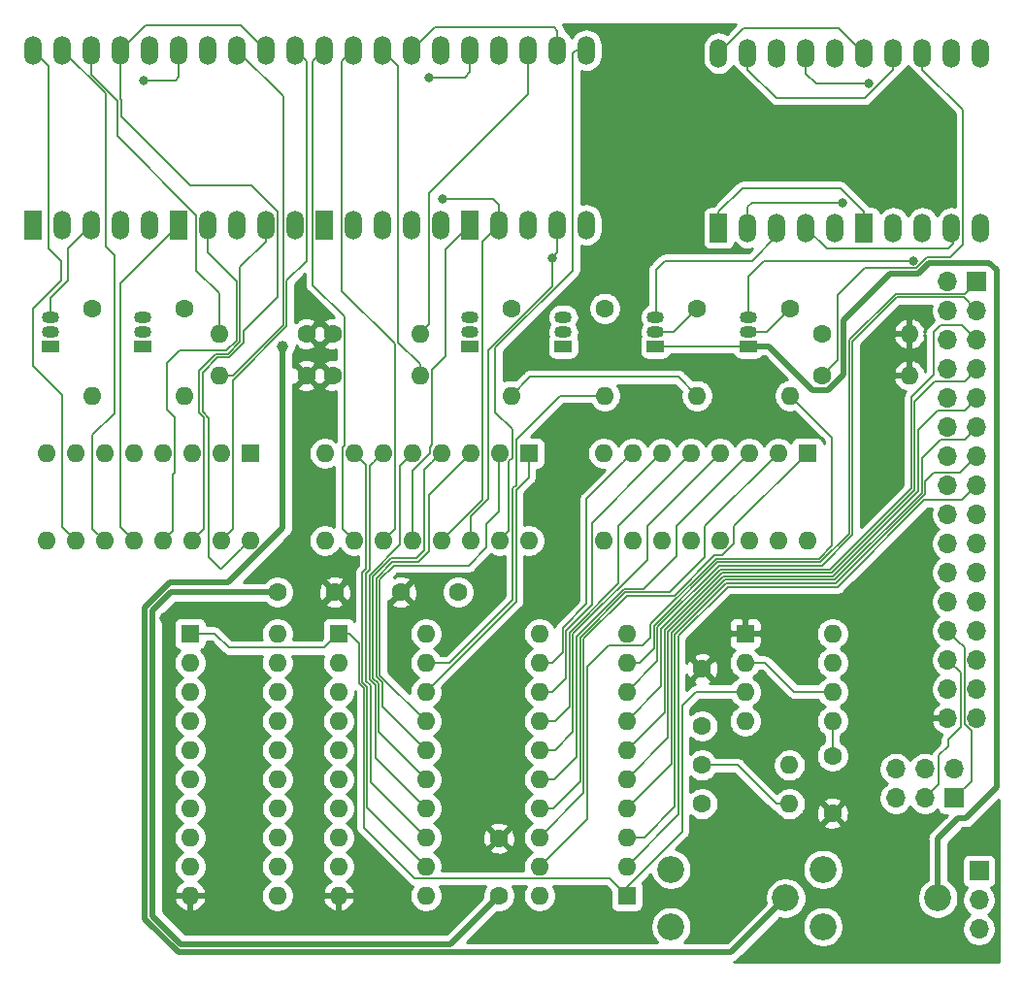
<source format=gbl>
G04 #@! TF.GenerationSoftware,KiCad,Pcbnew,(5.1.9)-1*
G04 #@! TF.CreationDate,2023-04-05T16:21:32+01:00*
G04 #@! TF.ProjectId,AT65C02_HEX_rev002,41543635-4330-4325-9f48-45585f726576,rev?*
G04 #@! TF.SameCoordinates,Original*
G04 #@! TF.FileFunction,Copper,L2,Bot*
G04 #@! TF.FilePolarity,Positive*
%FSLAX46Y46*%
G04 Gerber Fmt 4.6, Leading zero omitted, Abs format (unit mm)*
G04 Created by KiCad (PCBNEW (5.1.9)-1) date 2023-04-05 16:21:32*
%MOMM*%
%LPD*%
G01*
G04 APERTURE LIST*
G04 #@! TA.AperFunction,ComponentPad*
%ADD10C,1.600000*%
G04 #@! TD*
G04 #@! TA.AperFunction,ComponentPad*
%ADD11O,1.524000X2.524000*%
G04 #@! TD*
G04 #@! TA.AperFunction,ComponentPad*
%ADD12R,1.524000X2.524000*%
G04 #@! TD*
G04 #@! TA.AperFunction,ComponentPad*
%ADD13R,1.500000X1.050000*%
G04 #@! TD*
G04 #@! TA.AperFunction,ComponentPad*
%ADD14O,1.500000X1.050000*%
G04 #@! TD*
G04 #@! TA.AperFunction,ComponentPad*
%ADD15O,1.600000X1.600000*%
G04 #@! TD*
G04 #@! TA.AperFunction,ComponentPad*
%ADD16R,1.600000X1.600000*%
G04 #@! TD*
G04 #@! TA.AperFunction,ComponentPad*
%ADD17C,2.340000*%
G04 #@! TD*
G04 #@! TA.AperFunction,ComponentPad*
%ADD18R,1.700000X1.700000*%
G04 #@! TD*
G04 #@! TA.AperFunction,ComponentPad*
%ADD19O,1.700000X1.700000*%
G04 #@! TD*
G04 #@! TA.AperFunction,ViaPad*
%ADD20C,1.000000*%
G04 #@! TD*
G04 #@! TA.AperFunction,ViaPad*
%ADD21C,0.800000*%
G04 #@! TD*
G04 #@! TA.AperFunction,Conductor*
%ADD22C,0.152400*%
G04 #@! TD*
G04 #@! TA.AperFunction,Conductor*
%ADD23C,0.508000*%
G04 #@! TD*
G04 #@! TA.AperFunction,Conductor*
%ADD24C,0.254000*%
G04 #@! TD*
G04 #@! TA.AperFunction,Conductor*
%ADD25C,0.100000*%
G04 #@! TD*
G04 APERTURE END LIST*
D10*
X169015000Y-87050000D03*
X174015000Y-87050000D03*
X158242000Y-87050000D03*
X163242000Y-87050000D03*
X177565000Y-108525000D03*
X177565000Y-113525000D03*
D11*
X209438000Y-40042000D03*
X211978000Y-40042000D03*
X214518000Y-40042000D03*
X217058000Y-40042000D03*
X219598000Y-40042000D03*
X219598000Y-55282000D03*
X217058000Y-55282000D03*
X214518000Y-55282000D03*
X211978000Y-55282000D03*
D12*
X209438000Y-55282000D03*
D10*
X195290000Y-98750000D03*
X195290000Y-93750000D03*
D13*
X175006000Y-65620000D03*
D14*
X175006000Y-63080000D03*
X175006000Y-64350000D03*
X183166000Y-64350000D03*
X183166000Y-63080000D03*
D13*
X183166000Y-65620000D03*
D15*
X202910000Y-105525000D03*
D10*
X195290000Y-105525000D03*
X195290000Y-102150000D03*
D15*
X202910000Y-102150000D03*
D10*
X186806000Y-62290000D03*
D15*
X186806000Y-69910000D03*
X153162000Y-64520000D03*
D10*
X160782000Y-64520000D03*
D16*
X188722000Y-113538000D03*
D15*
X181102000Y-90678000D03*
X188722000Y-110998000D03*
X181102000Y-93218000D03*
X188722000Y-108458000D03*
X181102000Y-95758000D03*
X188722000Y-105918000D03*
X181102000Y-98298000D03*
X188722000Y-103378000D03*
X181102000Y-100838000D03*
X188722000Y-100838000D03*
X181102000Y-103378000D03*
X188722000Y-98298000D03*
X181102000Y-105918000D03*
X188722000Y-95758000D03*
X181102000Y-108458000D03*
X188722000Y-93218000D03*
X181102000Y-110998000D03*
X188722000Y-90678000D03*
X181102000Y-113538000D03*
D16*
X199040000Y-90678000D03*
D15*
X206660000Y-98298000D03*
X199040000Y-93218000D03*
X206660000Y-95758000D03*
X199040000Y-95758000D03*
X206660000Y-93218000D03*
X199040000Y-98298000D03*
X206660000Y-90678000D03*
D13*
X138424000Y-65620000D03*
D14*
X138424000Y-63080000D03*
X138424000Y-64350000D03*
X146529333Y-64350000D03*
X146529333Y-63080000D03*
D13*
X146529333Y-65620000D03*
D14*
X191210666Y-64350000D03*
X191210666Y-63080000D03*
D13*
X191210666Y-65620000D03*
X199316000Y-65620000D03*
D14*
X199316000Y-63080000D03*
X199316000Y-64350000D03*
D10*
X160782000Y-68160000D03*
D15*
X153162000Y-68160000D03*
D10*
X142064000Y-62290000D03*
D15*
X142064000Y-69910000D03*
X150169333Y-69910000D03*
D10*
X150169333Y-62290000D03*
D15*
X213360000Y-64520000D03*
D10*
X205740000Y-64520000D03*
D16*
X204470000Y-74930000D03*
D15*
X186690000Y-82550000D03*
X201930000Y-74930000D03*
X189230000Y-82550000D03*
X199390000Y-74930000D03*
X191770000Y-82550000D03*
X196850000Y-74930000D03*
X194310000Y-82550000D03*
X194310000Y-74930000D03*
X196850000Y-82550000D03*
X191770000Y-74930000D03*
X199390000Y-82550000D03*
X189230000Y-74930000D03*
X201930000Y-82550000D03*
X186690000Y-74930000D03*
X204470000Y-82550000D03*
X180167000Y-82550000D03*
X162387000Y-74930000D03*
X177627000Y-82550000D03*
X164927000Y-74930000D03*
X175087000Y-82550000D03*
X167467000Y-74930000D03*
X172547000Y-82550000D03*
X170007000Y-74930000D03*
X170007000Y-82550000D03*
X172547000Y-74930000D03*
X167467000Y-82550000D03*
X175087000Y-74930000D03*
X164927000Y-82550000D03*
X177627000Y-74930000D03*
X162387000Y-82550000D03*
D16*
X180167000Y-74930000D03*
D15*
X170688000Y-68160000D03*
D10*
X163068000Y-68160000D03*
D15*
X170688000Y-64520000D03*
D10*
X163068000Y-64520000D03*
D15*
X178646000Y-69910000D03*
D10*
X178646000Y-62290000D03*
X205740000Y-68160000D03*
D15*
X213360000Y-68160000D03*
D10*
X194850666Y-62290000D03*
D15*
X194850666Y-69910000D03*
D10*
X202956000Y-62290000D03*
D15*
X202956000Y-69910000D03*
D16*
X155864000Y-74930000D03*
D15*
X138084000Y-82550000D03*
X153324000Y-74930000D03*
X140624000Y-82550000D03*
X150784000Y-74930000D03*
X143164000Y-82550000D03*
X148244000Y-74930000D03*
X145704000Y-82550000D03*
X145704000Y-74930000D03*
X148244000Y-82550000D03*
X143164000Y-74930000D03*
X150784000Y-82550000D03*
X140624000Y-74930000D03*
X153324000Y-82550000D03*
X138084000Y-74930000D03*
X155864000Y-82550000D03*
D16*
X163576000Y-90678000D03*
D15*
X171196000Y-113538000D03*
X163576000Y-93218000D03*
X171196000Y-110998000D03*
X163576000Y-95758000D03*
X171196000Y-108458000D03*
X163576000Y-98298000D03*
X171196000Y-105918000D03*
X163576000Y-100838000D03*
X171196000Y-103378000D03*
X163576000Y-103378000D03*
X171196000Y-100838000D03*
X163576000Y-105918000D03*
X171196000Y-98298000D03*
X163576000Y-108458000D03*
X171196000Y-95758000D03*
X163576000Y-110998000D03*
X171196000Y-93218000D03*
X163576000Y-113538000D03*
X171196000Y-90678000D03*
X158242000Y-90678000D03*
X150622000Y-113538000D03*
X158242000Y-93218000D03*
X150622000Y-110998000D03*
X158242000Y-95758000D03*
X150622000Y-108458000D03*
X158242000Y-98298000D03*
X150622000Y-105918000D03*
X158242000Y-100838000D03*
X150622000Y-103378000D03*
X158242000Y-103378000D03*
X150622000Y-100838000D03*
X158242000Y-105918000D03*
X150622000Y-98298000D03*
X158242000Y-108458000D03*
X150622000Y-95758000D03*
X158242000Y-110998000D03*
X150622000Y-93218000D03*
X158242000Y-113538000D03*
D16*
X150622000Y-90678000D03*
D12*
X136940000Y-55028000D03*
D11*
X139480000Y-55028000D03*
X142020000Y-55028000D03*
X144560000Y-55028000D03*
X147100000Y-55028000D03*
X147100000Y-39788000D03*
X144560000Y-39788000D03*
X142020000Y-39788000D03*
X139480000Y-39788000D03*
X136940000Y-39788000D03*
X149640000Y-39788000D03*
X152180000Y-39788000D03*
X154720000Y-39788000D03*
X157260000Y-39788000D03*
X159800000Y-39788000D03*
X159800000Y-55028000D03*
X157260000Y-55028000D03*
X154720000Y-55028000D03*
X152180000Y-55028000D03*
D12*
X149640000Y-55028000D03*
X162340000Y-55028000D03*
D11*
X164880000Y-55028000D03*
X167420000Y-55028000D03*
X169960000Y-55028000D03*
X172500000Y-55028000D03*
X172500000Y-39788000D03*
X169960000Y-39788000D03*
X167420000Y-39788000D03*
X164880000Y-39788000D03*
X162340000Y-39788000D03*
X175040000Y-39788000D03*
X177580000Y-39788000D03*
X180120000Y-39788000D03*
X182660000Y-39788000D03*
X185200000Y-39788000D03*
X185200000Y-55028000D03*
X182660000Y-55028000D03*
X180120000Y-55028000D03*
X177580000Y-55028000D03*
D12*
X175040000Y-55028000D03*
X196738000Y-55282000D03*
D11*
X199278000Y-55282000D03*
X201818000Y-55282000D03*
X204358000Y-55282000D03*
X206898000Y-55282000D03*
X206898000Y-40042000D03*
X204358000Y-40042000D03*
X201818000Y-40042000D03*
X199278000Y-40042000D03*
X196738000Y-40042000D03*
D10*
X206660000Y-101350000D03*
X206660000Y-106350000D03*
D17*
X192565000Y-116250000D03*
X202565000Y-113750000D03*
X192565000Y-111250000D03*
X205840000Y-111250000D03*
X215840000Y-113750000D03*
X205840000Y-116250000D03*
D18*
X219260000Y-59950000D03*
D19*
X216720000Y-59950000D03*
X219260000Y-62490000D03*
X216720000Y-62490000D03*
X219260000Y-65030000D03*
X216720000Y-65030000D03*
X219260000Y-67570000D03*
X216720000Y-67570000D03*
X219260000Y-70110000D03*
X216720000Y-70110000D03*
X219260000Y-72650000D03*
X216720000Y-72650000D03*
X219260000Y-75190000D03*
X216720000Y-75190000D03*
X219260000Y-77730000D03*
X216720000Y-77730000D03*
X219260000Y-80270000D03*
X216720000Y-80270000D03*
X219260000Y-82810000D03*
X216720000Y-82810000D03*
X219260000Y-85350000D03*
X216720000Y-85350000D03*
X219260000Y-87890000D03*
X216720000Y-87890000D03*
X219260000Y-90430000D03*
X216720000Y-90430000D03*
X219260000Y-92970000D03*
X216720000Y-92970000D03*
X219260000Y-95510000D03*
X216720000Y-95510000D03*
X219260000Y-98050000D03*
X216720000Y-98050000D03*
D18*
X217265000Y-105025000D03*
D19*
X217265000Y-102485000D03*
X214725000Y-105025000D03*
X214725000Y-102485000D03*
X212185000Y-105025000D03*
X212185000Y-102485000D03*
X219440000Y-116455000D03*
X219440000Y-113915000D03*
D18*
X219440000Y-111375000D03*
D20*
X148415000Y-89325000D03*
X210140000Y-78925000D03*
X212715000Y-82850000D03*
D21*
X213718553Y-58149944D03*
X207518000Y-53086000D03*
X209804000Y-42672000D03*
X182198610Y-57882789D03*
X172630000Y-52750000D03*
X171466000Y-42164000D03*
X146558000Y-42418000D03*
D20*
X158720000Y-65620000D03*
D22*
X199040000Y-93218000D02*
X200808000Y-93218000D01*
X203348000Y-95758000D02*
X206660000Y-95758000D01*
X200808000Y-93218000D02*
X203348000Y-95758000D01*
D23*
X161642000Y-88650000D02*
X163242000Y-87050000D01*
X157110630Y-87050000D02*
X158242000Y-87050000D01*
X148965000Y-87050000D02*
X157110630Y-87050000D01*
X147365000Y-115300000D02*
X147365000Y-88650000D01*
X147365000Y-88650000D02*
X148965000Y-87050000D01*
X177565000Y-113525000D02*
X173340000Y-117750000D01*
X149815000Y-117750000D02*
X147365000Y-115300000D01*
X173340000Y-117750000D02*
X149815000Y-117750000D01*
D22*
X202910000Y-105525000D02*
X201765000Y-105525000D01*
X198390000Y-102150000D02*
X195340000Y-102150000D01*
X201765000Y-105525000D02*
X198390000Y-102150000D01*
X141652601Y-70321399D02*
X142064000Y-69910000D01*
X178646000Y-69910000D02*
X180286000Y-68270000D01*
X193210666Y-68270000D02*
X194850666Y-69910000D01*
X180286000Y-68270000D02*
X193210666Y-68270000D01*
X162354000Y-91900000D02*
X163576000Y-90678000D01*
X153994000Y-91900000D02*
X162354000Y-91900000D01*
X152772000Y-90678000D02*
X153994000Y-91900000D01*
X150622000Y-90678000D02*
X152772000Y-90678000D01*
X165361134Y-95049536D02*
X165760378Y-95448780D01*
X170191601Y-112026601D02*
X187210601Y-112026601D01*
X165760379Y-107595379D02*
X170191601Y-112026601D01*
X163576000Y-90678000D02*
X164528400Y-90678000D01*
X165760378Y-95448780D02*
X165760379Y-107595379D01*
X165361134Y-91510734D02*
X165361134Y-95049536D01*
X164528400Y-90678000D02*
X165361134Y-91510734D01*
X187210601Y-112026601D02*
X188722000Y-113538000D01*
X194782000Y-95758000D02*
X199040000Y-95758000D01*
X193544810Y-96995190D02*
X194782000Y-95758000D01*
X193544810Y-107945190D02*
X193544810Y-96995190D01*
X188722000Y-112768000D02*
X193544810Y-107945190D01*
X188722000Y-113538000D02*
X188722000Y-112768000D01*
X139954000Y-57094000D02*
X142020000Y-55028000D01*
X139954000Y-59872600D02*
X139954000Y-57094000D01*
X138424000Y-61402600D02*
X139954000Y-59872600D01*
X138424000Y-63080000D02*
X138424000Y-61402600D01*
X192790666Y-64350000D02*
X194850666Y-62290000D01*
X191210666Y-64350000D02*
X192790666Y-64350000D01*
X201818000Y-55992000D02*
X201818000Y-55282000D01*
X199644000Y-58166000D02*
X201818000Y-55992000D01*
X192024000Y-58166000D02*
X199644000Y-58166000D01*
X191262000Y-58928000D02*
X192024000Y-58166000D01*
X191262000Y-63028666D02*
X191262000Y-58928000D01*
X191210666Y-63080000D02*
X191262000Y-63028666D01*
X199316000Y-63080000D02*
X199316000Y-59510000D01*
X200676056Y-58149944D02*
X213718553Y-58149944D01*
X199316000Y-59510000D02*
X200676056Y-58149944D01*
X199316000Y-64350000D02*
X200318000Y-64350000D01*
X200896000Y-64350000D02*
X200318000Y-64350000D01*
X202956000Y-62290000D02*
X200896000Y-64350000D01*
X154344000Y-68160000D02*
X153162000Y-68160000D01*
X158750000Y-63754000D02*
X154344000Y-68160000D01*
X158750000Y-43818000D02*
X158750000Y-63754000D01*
X154720000Y-39788000D02*
X158750000Y-43818000D01*
X192859398Y-87376000D02*
X196390208Y-83845189D01*
X198090000Y-81310000D02*
X204470000Y-74930000D01*
X198090000Y-82795398D02*
X198090000Y-81310000D01*
X197040209Y-83845189D02*
X198090000Y-82795398D01*
X196390208Y-83845189D02*
X197040209Y-83845189D01*
X188739000Y-87376000D02*
X192859398Y-87376000D01*
X184962811Y-91152189D02*
X188739000Y-87376000D01*
X184962811Y-104597189D02*
X184962811Y-91152189D01*
X181102000Y-108458000D02*
X184962811Y-104597189D01*
X184658000Y-103532000D02*
X182272000Y-105918000D01*
X188612744Y-87071189D02*
X184658000Y-91025933D01*
X182272000Y-105918000D02*
X181102000Y-105918000D01*
X184658000Y-91025933D02*
X184658000Y-103532000D01*
X192443811Y-87071189D02*
X188612744Y-87071189D01*
X195540000Y-83975000D02*
X192443811Y-87071189D01*
X195540000Y-81320000D02*
X195540000Y-83975000D01*
X201930000Y-74930000D02*
X195540000Y-81320000D01*
X196738000Y-40042000D02*
X198934000Y-37846000D01*
X207242000Y-37846000D02*
X209438000Y-40042000D01*
X198934000Y-37846000D02*
X207242000Y-37846000D01*
X193040000Y-81280000D02*
X199390000Y-74930000D01*
X193040000Y-83950000D02*
X193040000Y-81280000D01*
X190223622Y-86766378D02*
X193040000Y-83950000D01*
X188486488Y-86766378D02*
X190223622Y-86766378D01*
X184334244Y-90918622D02*
X188486488Y-86766378D01*
X184334244Y-101405756D02*
X184334244Y-90918622D01*
X182362000Y-103378000D02*
X184334244Y-101405756D01*
X181102000Y-103378000D02*
X182362000Y-103378000D01*
X211978000Y-41456400D02*
X211978000Y-40042000D01*
X201763600Y-43942000D02*
X209492400Y-43942000D01*
X209492400Y-43942000D02*
X211978000Y-41456400D01*
X199278000Y-41456400D02*
X201763600Y-43942000D01*
X199278000Y-40042000D02*
X199278000Y-41456400D01*
X190515000Y-81265000D02*
X196850000Y-74930000D01*
X190515000Y-84225000D02*
X190515000Y-81265000D01*
X184029433Y-90710567D02*
X190515000Y-84225000D01*
X184029433Y-99260567D02*
X184029433Y-90710567D01*
X182452000Y-100838000D02*
X184029433Y-99260567D01*
X181102000Y-100838000D02*
X182452000Y-100838000D01*
X209438000Y-53867600D02*
X209438000Y-55282000D01*
X207386400Y-51816000D02*
X209438000Y-53867600D01*
X198789600Y-51816000D02*
X207386400Y-51816000D01*
X196738000Y-53867600D02*
X198789600Y-51816000D01*
X196738000Y-55282000D02*
X196738000Y-53867600D01*
X187965000Y-86325000D02*
X187965000Y-81275000D01*
X183724622Y-90565378D02*
X187965000Y-86325000D01*
X187965000Y-81275000D02*
X194310000Y-74930000D01*
X183724622Y-97040378D02*
X183724622Y-90565378D01*
X182467000Y-98298000D02*
X183724622Y-97040378D01*
X181102000Y-98298000D02*
X182467000Y-98298000D01*
X199644000Y-53086000D02*
X207518000Y-53086000D01*
X199278000Y-53452000D02*
X199644000Y-53086000D01*
X199278000Y-55282000D02*
X199278000Y-53452000D01*
X207518000Y-53086000D02*
X207518000Y-53086000D01*
X190970001Y-75729999D02*
X191770000Y-74930000D01*
X185661399Y-81038601D02*
X190970001Y-75729999D01*
X185661399Y-88178601D02*
X185661399Y-81038601D01*
X183419811Y-94595189D02*
X183419811Y-90420189D01*
X182257000Y-95758000D02*
X183419811Y-94595189D01*
X183419811Y-90420189D02*
X185661399Y-88178601D01*
X181102000Y-95758000D02*
X182257000Y-95758000D01*
X217170000Y-55394000D02*
X217058000Y-55282000D01*
X217170000Y-56642000D02*
X217170000Y-55394000D01*
X216734590Y-57077410D02*
X217170000Y-56642000D01*
X206153410Y-57077410D02*
X216734590Y-57077410D01*
X204358000Y-55282000D02*
X206153410Y-57077410D01*
X185215000Y-88100000D02*
X185215000Y-78945000D01*
X183115000Y-90200000D02*
X185215000Y-88100000D01*
X188430001Y-75729999D02*
X189230000Y-74930000D01*
X185215000Y-78945000D02*
X188430001Y-75729999D01*
X183115000Y-92325000D02*
X183115000Y-90200000D01*
X182222000Y-93218000D02*
X183115000Y-92325000D01*
X181102000Y-93218000D02*
X182222000Y-93218000D01*
X205232000Y-42672000D02*
X209804000Y-42672000D01*
X204358000Y-41798000D02*
X205232000Y-42672000D01*
X209804000Y-42672000D02*
X209804000Y-42672000D01*
X204358000Y-40042000D02*
X204358000Y-41798000D01*
X166065189Y-105867189D02*
X170396001Y-110198001D01*
X165965945Y-75968945D02*
X165965945Y-85018721D01*
X166065189Y-95322524D02*
X166065189Y-105867189D01*
X165665945Y-94923280D02*
X166065189Y-95322524D01*
X164927000Y-74930000D02*
X165965945Y-75968945D01*
X165665945Y-85318720D02*
X165665945Y-94923280D01*
X165965945Y-85018721D02*
X165665945Y-85318720D01*
X170396001Y-110198001D02*
X171196000Y-110998000D01*
X171196000Y-108458000D02*
X166370000Y-103632000D01*
X166345756Y-85069977D02*
X166345756Y-76051244D01*
X166370000Y-103632000D02*
X166370000Y-95196268D01*
X165970756Y-94797024D02*
X165970756Y-85444976D01*
X166345756Y-76051244D02*
X166667001Y-75729999D01*
X165970756Y-85444976D02*
X166345756Y-85069977D01*
X166370000Y-95196268D02*
X165970756Y-94797024D01*
X166667001Y-75729999D02*
X167467000Y-74930000D01*
X166275567Y-85571232D02*
X166275567Y-94670768D01*
X168915000Y-82931799D02*
X166275567Y-85571232D01*
X168915000Y-76022000D02*
X168915000Y-82931799D01*
X166275567Y-94670768D02*
X166776378Y-95171579D01*
X166776378Y-101498378D02*
X170396001Y-105118001D01*
X170396001Y-105118001D02*
X171196000Y-105918000D01*
X170007000Y-74930000D02*
X168915000Y-76022000D01*
X166776378Y-95171579D02*
X166776378Y-101498378D01*
X171747001Y-75729999D02*
X172547000Y-74930000D01*
X171090000Y-76387000D02*
X171747001Y-75729999D01*
X171090000Y-83418934D02*
X171090000Y-76387000D01*
X170393556Y-84115378D02*
X171090000Y-83418934D01*
X168162488Y-84115378D02*
X170393556Y-84115378D01*
X166580378Y-85697488D02*
X168162488Y-84115378D01*
X166580378Y-94544512D02*
X166580378Y-85697488D01*
X167081189Y-95045323D02*
X166580378Y-94544512D01*
X167081189Y-99263189D02*
X167081189Y-95045323D01*
X171196000Y-103378000D02*
X167081189Y-99263189D01*
X171465000Y-78552000D02*
X175087000Y-74930000D01*
X168288744Y-84420189D02*
X170519811Y-84420189D01*
X166885189Y-85823744D02*
X168288744Y-84420189D01*
X167410189Y-94943256D02*
X166885189Y-94418256D01*
X166885189Y-94418256D02*
X166885189Y-85823744D01*
X167410189Y-97052189D02*
X167410189Y-94943256D01*
X171465000Y-83475000D02*
X171465000Y-78552000D01*
X170519811Y-84420189D02*
X171465000Y-83475000D01*
X171196000Y-100838000D02*
X167410189Y-97052189D01*
X167190000Y-94292000D02*
X171196000Y-98298000D01*
X177580000Y-74977000D02*
X177580000Y-80020000D01*
X177627000Y-74930000D02*
X177580000Y-74977000D01*
X177580000Y-80020000D02*
X176480000Y-81120000D01*
X176480000Y-81120000D02*
X176480000Y-81880000D01*
X176480000Y-81880000D02*
X176490000Y-81890000D01*
X168415000Y-84725000D02*
X167190000Y-85950000D01*
X176490000Y-81890000D02*
X176490000Y-83152128D01*
X174917128Y-84725000D02*
X168415000Y-84725000D01*
X176490000Y-83152128D02*
X174917128Y-84725000D01*
X167190000Y-85950000D02*
X167190000Y-94292000D01*
X180167000Y-77043000D02*
X180167000Y-74930000D01*
X179060000Y-87894000D02*
X179060000Y-78150000D01*
X171196000Y-95758000D02*
X179060000Y-87894000D01*
X179060000Y-78150000D02*
X180167000Y-77043000D01*
X214670334Y-79025000D02*
X217965000Y-79025000D01*
X217965000Y-79025000D02*
X219260000Y-77730000D01*
X197526512Y-86588488D02*
X207106847Y-86588488D01*
X193240000Y-106480000D02*
X193240000Y-90875000D01*
X193240000Y-90875000D02*
X197526512Y-86588488D01*
X207106847Y-86588488D02*
X214670334Y-79025000D01*
X188722000Y-110998000D02*
X193240000Y-106480000D01*
X190232000Y-108458000D02*
X189853370Y-108458000D01*
X192935189Y-105754811D02*
X190232000Y-108458000D01*
X192935189Y-90748744D02*
X192935189Y-105754811D01*
X197400256Y-86283677D02*
X192935189Y-90748744D01*
X214759244Y-78505024D02*
X206980591Y-86283677D01*
X214759244Y-77430756D02*
X214759244Y-78505024D01*
X215538601Y-76651399D02*
X214759244Y-77430756D01*
X189853370Y-108458000D02*
X188722000Y-108458000D01*
X217798601Y-76651399D02*
X215538601Y-76651399D01*
X206980591Y-86283677D02*
X197400256Y-86283677D01*
X219260000Y-75190000D02*
X217798601Y-76651399D01*
X218181399Y-73728601D02*
X219260000Y-72650000D01*
X214454433Y-78378768D02*
X214454433Y-75335567D01*
X192630378Y-102009622D02*
X192630378Y-90622488D01*
X216061399Y-73728601D02*
X218181399Y-73728601D01*
X214454433Y-75335567D02*
X216061399Y-73728601D01*
X206854335Y-85978866D02*
X214454433Y-78378768D01*
X192630378Y-90622488D02*
X197274000Y-85978866D01*
X188722000Y-105918000D02*
X192630378Y-102009622D01*
X197274000Y-85978866D02*
X206854335Y-85978866D01*
X192325567Y-99774433D02*
X188722000Y-103378000D01*
X197147744Y-85674055D02*
X192325567Y-90496232D01*
X206728079Y-85674055D02*
X197147744Y-85674055D01*
X192325567Y-90496232D02*
X192325567Y-99774433D01*
X214149622Y-78252512D02*
X206728079Y-85674055D01*
X215851399Y-71188601D02*
X214149622Y-72890378D01*
X218181399Y-71188601D02*
X215851399Y-71188601D01*
X214149622Y-72890378D02*
X214149622Y-78252512D01*
X219260000Y-70110000D02*
X218181399Y-71188601D01*
X206601823Y-85369244D02*
X213844811Y-78126256D01*
X218181399Y-68648601D02*
X219260000Y-67570000D01*
X192020756Y-97539244D02*
X192020756Y-90369976D01*
X213844811Y-78126256D02*
X213844811Y-70426255D01*
X197021488Y-85369244D02*
X206601823Y-85369244D01*
X215622465Y-68648601D02*
X218181399Y-68648601D01*
X188722000Y-100838000D02*
X192020756Y-97539244D01*
X213844811Y-70426255D02*
X215622465Y-68648601D01*
X192020756Y-90369976D02*
X197021488Y-85369244D01*
X191715945Y-95304055D02*
X188722000Y-98298000D01*
X191715945Y-90243720D02*
X191715945Y-95304055D01*
X196895232Y-85064433D02*
X191715945Y-90243720D01*
X206475567Y-85064433D02*
X196895232Y-85064433D01*
X213540000Y-78000000D02*
X206475567Y-85064433D01*
X213540000Y-70025000D02*
X213540000Y-78000000D01*
X215465000Y-64350000D02*
X215465000Y-68100000D01*
X216065000Y-63750000D02*
X215465000Y-64350000D01*
X217980000Y-63750000D02*
X216065000Y-63750000D01*
X215465000Y-68100000D02*
X213540000Y-70025000D01*
X219260000Y-65030000D02*
X217980000Y-63750000D01*
X218103412Y-61333412D02*
X219260000Y-62490000D01*
X212281588Y-61333412D02*
X218103412Y-61333412D01*
X208415000Y-65200000D02*
X212281588Y-61333412D01*
X188722000Y-95758000D02*
X191411134Y-93068866D01*
X191411134Y-93068866D02*
X191411134Y-90117464D01*
X191411134Y-90117464D02*
X196768976Y-84759622D01*
X196768976Y-84759622D02*
X205742512Y-84759622D01*
X205742512Y-84759622D02*
X208415000Y-82087134D01*
X208415000Y-82087134D02*
X208415000Y-65200000D01*
X196642720Y-84454811D02*
X191106323Y-89991208D01*
X205616256Y-84454811D02*
X196642720Y-84454811D01*
X219260000Y-59950000D02*
X218181399Y-61028601D01*
X208110189Y-81960878D02*
X205616256Y-84454811D01*
X189853370Y-93218000D02*
X188722000Y-93218000D01*
X218181399Y-61028601D02*
X212155332Y-61028601D01*
X208110189Y-65073744D02*
X208110189Y-81960878D01*
X212155332Y-61028601D02*
X208110189Y-65073744D01*
X191106323Y-91965047D02*
X189853370Y-93218000D01*
X191106323Y-89991208D02*
X191106323Y-91965047D01*
X168800000Y-65272000D02*
X170688000Y-67160000D01*
X168800000Y-41168000D02*
X168800000Y-65272000D01*
X167420000Y-39788000D02*
X168800000Y-41168000D01*
X170688000Y-67160000D02*
X170688000Y-68160000D01*
X180120000Y-43654000D02*
X180120000Y-39788000D01*
X171487999Y-52286001D02*
X180120000Y-43654000D01*
X171487999Y-63720001D02*
X171487999Y-52286001D01*
X170688000Y-64520000D02*
X171487999Y-63720001D01*
X153162000Y-61010337D02*
X153162000Y-64520000D01*
X151189390Y-54161390D02*
X151189390Y-59037727D01*
X144322811Y-47294811D02*
X151189390Y-54161390D01*
X151189390Y-59037727D02*
X153162000Y-61010337D01*
X144322811Y-44199744D02*
X144322811Y-47294811D01*
X142020000Y-41896934D02*
X144322811Y-44199744D01*
X142020000Y-39788000D02*
X142020000Y-41896934D01*
X207107389Y-61157611D02*
X207107389Y-66792611D01*
X213962884Y-58794602D02*
X209470398Y-58794602D01*
X214890096Y-57867389D02*
X213962884Y-58794602D01*
X214518000Y-41456400D02*
X218048610Y-44987010D01*
X216932325Y-57867389D02*
X214890096Y-57867389D01*
X218048610Y-56751104D02*
X216932325Y-57867389D01*
X209470398Y-58794602D02*
X207107389Y-61157611D01*
X207107389Y-66792611D02*
X205740000Y-68160000D01*
X218048610Y-44987010D02*
X218048610Y-56751104D01*
X214518000Y-40042000D02*
X214518000Y-41456400D01*
X169960000Y-39788000D02*
X171968000Y-37780000D01*
X171968000Y-37780000D02*
X182370000Y-37780000D01*
X182660000Y-38070000D02*
X182660000Y-39788000D01*
X182370000Y-37780000D02*
X182660000Y-38070000D01*
X184285600Y-39788000D02*
X185200000Y-39788000D01*
X184020000Y-40053600D02*
X184285600Y-39788000D01*
X177270000Y-71360000D02*
X177270000Y-65751066D01*
X184020000Y-59001066D02*
X184020000Y-40053600D01*
X178755190Y-72845190D02*
X177270000Y-71360000D01*
X178755190Y-75324140D02*
X178755190Y-72845190D01*
X178426999Y-75652331D02*
X178755190Y-75324140D01*
X177627000Y-82550000D02*
X178426999Y-81750001D01*
X178426999Y-81750001D02*
X178426999Y-75652331D01*
X177270000Y-65751066D02*
X184020000Y-59001066D01*
X182660000Y-55028000D02*
X182660000Y-57421399D01*
X182660000Y-57421399D02*
X182198610Y-57882789D01*
X182198610Y-60391390D02*
X182198610Y-57882789D01*
X176598399Y-65991601D02*
X182198610Y-60391390D01*
X175087000Y-82550000D02*
X175087000Y-80441066D01*
X175087000Y-80441066D02*
X176598399Y-78929667D01*
X176598399Y-78929667D02*
X176598399Y-65991601D01*
X176115601Y-56492399D02*
X177580000Y-55028000D01*
X176115601Y-78981399D02*
X176115601Y-56492399D01*
X172547000Y-82550000D02*
X176115601Y-78981399D01*
X172630000Y-52750000D02*
X177090000Y-52750000D01*
X177580000Y-53240000D02*
X177580000Y-55028000D01*
X177090000Y-52750000D02*
X177580000Y-53240000D01*
X171740000Y-67630330D02*
X172920000Y-66450330D01*
X171740000Y-74214670D02*
X171740000Y-67630330D01*
X171518399Y-74436271D02*
X171740000Y-74214670D01*
X171518399Y-74940931D02*
X171518399Y-74436271D01*
X172920000Y-57148000D02*
X175040000Y-55028000D01*
X170007000Y-76452330D02*
X171518399Y-74940931D01*
X172920000Y-66450330D02*
X172920000Y-57148000D01*
X170007000Y-82550000D02*
X170007000Y-76452330D01*
X163889390Y-40778610D02*
X164880000Y-39788000D01*
X163889390Y-60792456D02*
X163889390Y-40778610D01*
X168495601Y-65398667D02*
X163889390Y-60792456D01*
X168495601Y-81521399D02*
X168495601Y-65398667D01*
X167467000Y-82550000D02*
X168495601Y-81521399D01*
X171466000Y-42164000D02*
X174566000Y-42164000D01*
X175040000Y-41690000D02*
X175040000Y-39788000D01*
X174566000Y-42164000D02*
X175040000Y-41690000D01*
X163898399Y-74436271D02*
X163898399Y-81521399D01*
X164096601Y-74238069D02*
X163898399Y-74436271D01*
X164096601Y-63026271D02*
X164096601Y-74238069D01*
X161349399Y-60279069D02*
X164096601Y-63026271D01*
X161349399Y-40778601D02*
X161349399Y-60279069D01*
X163898399Y-81521399D02*
X164927000Y-82550000D01*
X162340000Y-39788000D02*
X161349399Y-40778601D01*
X146558000Y-42418000D02*
X149352000Y-42418000D01*
X149640000Y-42130000D02*
X149640000Y-39788000D01*
X149352000Y-42418000D02*
X149640000Y-42130000D01*
X139446000Y-81372000D02*
X140624000Y-82550000D01*
X139446000Y-69850000D02*
X139446000Y-81372000D01*
X136906000Y-67310000D02*
X139446000Y-69850000D01*
X136906000Y-62359000D02*
X136906000Y-67310000D01*
X139390000Y-59875000D02*
X136906000Y-62359000D01*
X139390000Y-58175000D02*
X139390000Y-59875000D01*
X138290000Y-57075000D02*
X139390000Y-58175000D01*
X138290000Y-41138000D02*
X138290000Y-57075000D01*
X136940000Y-39788000D02*
X138290000Y-41138000D01*
X142135399Y-81521399D02*
X143164000Y-82550000D01*
X142135399Y-73354601D02*
X142135399Y-81521399D01*
X144018000Y-71472000D02*
X142135399Y-73354601D01*
X144018000Y-57658000D02*
X144018000Y-71472000D01*
X143256000Y-56896000D02*
X144018000Y-57658000D01*
X143256000Y-43564000D02*
X143256000Y-56896000D01*
X139480000Y-39788000D02*
X143256000Y-43564000D01*
X144526000Y-60142000D02*
X149640000Y-55028000D01*
X144526000Y-81372000D02*
X144526000Y-60142000D01*
X145704000Y-82550000D02*
X144526000Y-81372000D01*
X149098000Y-76778330D02*
X149098000Y-81696000D01*
X149272601Y-76603729D02*
X149098000Y-76778330D01*
X148590000Y-71120000D02*
X149272601Y-71802601D01*
X149676000Y-65970000D02*
X148590000Y-67056000D01*
X153795000Y-65970000D02*
X149676000Y-65970000D01*
X154686000Y-65079000D02*
X153795000Y-65970000D01*
X154686000Y-59944000D02*
X154686000Y-65079000D01*
X152180000Y-57438000D02*
X154686000Y-59944000D01*
X152180000Y-55028000D02*
X152180000Y-57438000D01*
X149272601Y-71802601D02*
X149272601Y-76603729D01*
X148590000Y-67056000D02*
X148590000Y-71120000D01*
X149098000Y-81696000D02*
X148244000Y-82550000D01*
X151384000Y-67741068D02*
X152850257Y-66274811D01*
X153921256Y-66274811D02*
X154990811Y-65205256D01*
X151812601Y-71802601D02*
X151384000Y-71374000D01*
X157260000Y-56442400D02*
X157260000Y-55028000D01*
X154990811Y-65205256D02*
X154990811Y-58711589D01*
X151384000Y-71374000D02*
X151384000Y-67741068D01*
X151812601Y-81521399D02*
X151812601Y-71802601D01*
X150784000Y-82550000D02*
X151812601Y-81521399D01*
X154990811Y-58711589D02*
X157260000Y-56442400D01*
X152850257Y-66274811D02*
X153921256Y-66274811D01*
X160790610Y-40778610D02*
X159800000Y-39788000D01*
X160790610Y-58157390D02*
X160790610Y-40778610D01*
X159054809Y-63880257D02*
X159054809Y-59893191D01*
X159054809Y-59893191D02*
X160790610Y-58157390D01*
X154352601Y-68582465D02*
X159054809Y-63880257D01*
X154352601Y-81521399D02*
X154352601Y-68582465D01*
X153324000Y-82550000D02*
X154352601Y-81521399D01*
X144560000Y-39788000D02*
X146756000Y-37592000D01*
X155064000Y-37592000D02*
X157260000Y-39788000D01*
X146756000Y-37592000D02*
X155064000Y-37592000D01*
X144560000Y-44005866D02*
X144627622Y-44073488D01*
X152295399Y-84035399D02*
X153300000Y-85040000D01*
X144627622Y-44073488D02*
X144627622Y-45567622D01*
X144560000Y-39788000D02*
X144560000Y-44005866D01*
X144627622Y-45567622D02*
X150622000Y-51562000D01*
X150622000Y-51562000D02*
X155956000Y-51562000D01*
X158250610Y-61305523D02*
X155295622Y-64260511D01*
X155295622Y-64260511D02*
X155295622Y-65331512D01*
X154047512Y-66579622D02*
X153055775Y-66579622D01*
X153055775Y-66579622D02*
X151760000Y-67875397D01*
X151760000Y-71318934D02*
X152295399Y-71854333D01*
X155295622Y-65331512D02*
X154047512Y-66579622D01*
X155064001Y-83349999D02*
X155864000Y-82550000D01*
X153374000Y-85040000D02*
X155064001Y-83349999D01*
X155956000Y-51562000D02*
X158250610Y-53856610D01*
X158250610Y-53856610D02*
X158250610Y-61305523D01*
X151760000Y-67875397D02*
X151760000Y-71318934D01*
X153300000Y-85040000D02*
X153374000Y-85040000D01*
X152295399Y-71854333D02*
X152295399Y-84035399D01*
X171203000Y-93225000D02*
X171196000Y-93218000D01*
X173215000Y-93225000D02*
X171203000Y-93225000D01*
X178755189Y-87684811D02*
X173215000Y-93225000D01*
X179060000Y-77718933D02*
X178755189Y-78023744D01*
X178755189Y-78023744D02*
X178755189Y-87684811D01*
X182924630Y-69910000D02*
X179060000Y-73774630D01*
X179060000Y-73774630D02*
X179060000Y-77718933D01*
X186806000Y-69910000D02*
X182924630Y-69910000D01*
X206615000Y-73565000D02*
X202956000Y-69906000D01*
X206615000Y-83025000D02*
X206615000Y-73565000D01*
X190801512Y-89864952D02*
X196516464Y-84150000D01*
X190801512Y-90988488D02*
X190801512Y-89864952D01*
X190075048Y-91714952D02*
X190801512Y-90988488D01*
X187125048Y-91714952D02*
X190075048Y-91714952D01*
X205490000Y-84150000D02*
X206615000Y-83025000D01*
X181102000Y-110998000D02*
X185267620Y-106832380D01*
X196516464Y-84150000D02*
X205490000Y-84150000D01*
X185267620Y-106832380D02*
X185267620Y-93572380D01*
X185267620Y-93572380D02*
X187125048Y-91714952D01*
X206660000Y-98298000D02*
X206660000Y-101350000D01*
D23*
X197840000Y-118475000D02*
X202565000Y-113750000D01*
X149606038Y-118475000D02*
X197815000Y-118475000D01*
X146704589Y-115573551D02*
X149606038Y-118475000D01*
X146704589Y-88376449D02*
X146704589Y-115573551D01*
X153959885Y-86239589D02*
X148841449Y-86239589D01*
X158720000Y-65620000D02*
X158720000Y-81479474D01*
X158720000Y-81479474D02*
X153959885Y-86239589D01*
X197815000Y-118475000D02*
X197890000Y-118400000D01*
X148841449Y-86239589D02*
X146704589Y-88376449D01*
D22*
X191210666Y-65620000D02*
X199316000Y-65620000D01*
D23*
X220365000Y-58350000D02*
X220965000Y-58950000D01*
X214140000Y-59300000D02*
X215090000Y-58350000D01*
X211665000Y-59300000D02*
X214140000Y-59300000D01*
X207627578Y-63337422D02*
X211665000Y-59300000D01*
X207627578Y-68062422D02*
X207627578Y-63337422D01*
X204915000Y-69425000D02*
X206265000Y-69425000D01*
X201110000Y-65620000D02*
X204915000Y-69425000D01*
X215090000Y-58350000D02*
X220365000Y-58350000D01*
X206265000Y-69425000D02*
X207627578Y-68062422D01*
X199316000Y-65620000D02*
X201110000Y-65620000D01*
X215840000Y-113750000D02*
X215840000Y-108575000D01*
X215840000Y-108575000D02*
X217640000Y-106775000D01*
X217640000Y-106775000D02*
X218290000Y-106775000D01*
X218290000Y-106775000D02*
X220965000Y-104100000D01*
X220965000Y-104100000D02*
X220965000Y-103525000D01*
X220965000Y-58950000D02*
X220965000Y-103525000D01*
D22*
X217569999Y-91279999D02*
X216720000Y-90430000D01*
X218169811Y-91879811D02*
X217569999Y-91279999D01*
X218181399Y-94992271D02*
X218169811Y-94980683D01*
X218181399Y-98567729D02*
X218181399Y-94992271D01*
X218169811Y-94980683D02*
X218169811Y-91879811D01*
X218765000Y-99151330D02*
X218181399Y-98567729D01*
X218765000Y-103525000D02*
X218765000Y-99151330D01*
X217265000Y-105025000D02*
X218765000Y-103525000D01*
X217865000Y-94115000D02*
X216720000Y-92970000D01*
X215965000Y-101300000D02*
X216747271Y-100517729D01*
X217865000Y-98800000D02*
X217865000Y-94115000D01*
X215965000Y-103775000D02*
X215965000Y-101300000D01*
X216747271Y-100517729D02*
X216747271Y-99917729D01*
X215915000Y-103825000D02*
X215965000Y-103775000D01*
X216747271Y-99917729D02*
X217865000Y-98800000D01*
X215915000Y-103835000D02*
X215915000Y-103825000D01*
X214725000Y-105025000D02*
X215915000Y-103835000D01*
D24*
X215292068Y-79836842D02*
X215235000Y-80123740D01*
X215235000Y-80416260D01*
X215292068Y-80703158D01*
X215404010Y-80973411D01*
X215566525Y-81216632D01*
X215773368Y-81423475D01*
X215947760Y-81540000D01*
X215773368Y-81656525D01*
X215566525Y-81863368D01*
X215404010Y-82106589D01*
X215292068Y-82376842D01*
X215235000Y-82663740D01*
X215235000Y-82956260D01*
X215292068Y-83243158D01*
X215404010Y-83513411D01*
X215566525Y-83756632D01*
X215773368Y-83963475D01*
X215947760Y-84080000D01*
X215773368Y-84196525D01*
X215566525Y-84403368D01*
X215404010Y-84646589D01*
X215292068Y-84916842D01*
X215235000Y-85203740D01*
X215235000Y-85496260D01*
X215292068Y-85783158D01*
X215404010Y-86053411D01*
X215566525Y-86296632D01*
X215773368Y-86503475D01*
X215947760Y-86620000D01*
X215773368Y-86736525D01*
X215566525Y-86943368D01*
X215404010Y-87186589D01*
X215292068Y-87456842D01*
X215235000Y-87743740D01*
X215235000Y-88036260D01*
X215292068Y-88323158D01*
X215404010Y-88593411D01*
X215566525Y-88836632D01*
X215773368Y-89043475D01*
X215947760Y-89160000D01*
X215773368Y-89276525D01*
X215566525Y-89483368D01*
X215404010Y-89726589D01*
X215292068Y-89996842D01*
X215235000Y-90283740D01*
X215235000Y-90576260D01*
X215292068Y-90863158D01*
X215404010Y-91133411D01*
X215566525Y-91376632D01*
X215773368Y-91583475D01*
X215947760Y-91700000D01*
X215773368Y-91816525D01*
X215566525Y-92023368D01*
X215404010Y-92266589D01*
X215292068Y-92536842D01*
X215235000Y-92823740D01*
X215235000Y-93116260D01*
X215292068Y-93403158D01*
X215404010Y-93673411D01*
X215566525Y-93916632D01*
X215773368Y-94123475D01*
X215947760Y-94240000D01*
X215773368Y-94356525D01*
X215566525Y-94563368D01*
X215404010Y-94806589D01*
X215292068Y-95076842D01*
X215235000Y-95363740D01*
X215235000Y-95656260D01*
X215292068Y-95943158D01*
X215404010Y-96213411D01*
X215566525Y-96456632D01*
X215773368Y-96663475D01*
X215955534Y-96785195D01*
X215838645Y-96854822D01*
X215622412Y-97049731D01*
X215448359Y-97283080D01*
X215323175Y-97545901D01*
X215278524Y-97693110D01*
X215399845Y-97923000D01*
X216593000Y-97923000D01*
X216593000Y-97903000D01*
X216847000Y-97903000D01*
X216847000Y-97923000D01*
X216867000Y-97923000D01*
X216867000Y-98177000D01*
X216847000Y-98177000D01*
X216847000Y-98197000D01*
X216593000Y-98197000D01*
X216593000Y-98177000D01*
X215399845Y-98177000D01*
X215278524Y-98406890D01*
X215323175Y-98554099D01*
X215448359Y-98816920D01*
X215622412Y-99050269D01*
X215838645Y-99245178D01*
X216088748Y-99394157D01*
X216218999Y-99440361D01*
X216153069Y-99520697D01*
X216138282Y-99548362D01*
X216087029Y-99644248D01*
X216046362Y-99778309D01*
X216036071Y-99882793D01*
X216036071Y-99882803D01*
X216032631Y-99917729D01*
X216036071Y-99952655D01*
X216036071Y-100223141D01*
X215486810Y-100772403D01*
X215459674Y-100794673D01*
X215437404Y-100821809D01*
X215437403Y-100821810D01*
X215370798Y-100902968D01*
X215331003Y-100977420D01*
X215304759Y-101026519D01*
X215282061Y-101101346D01*
X215280162Y-101107604D01*
X215158158Y-101057068D01*
X214871260Y-101000000D01*
X214578740Y-101000000D01*
X214291842Y-101057068D01*
X214021589Y-101169010D01*
X213778368Y-101331525D01*
X213571525Y-101538368D01*
X213455000Y-101712760D01*
X213338475Y-101538368D01*
X213131632Y-101331525D01*
X212888411Y-101169010D01*
X212618158Y-101057068D01*
X212331260Y-101000000D01*
X212038740Y-101000000D01*
X211751842Y-101057068D01*
X211481589Y-101169010D01*
X211238368Y-101331525D01*
X211031525Y-101538368D01*
X210869010Y-101781589D01*
X210757068Y-102051842D01*
X210700000Y-102338740D01*
X210700000Y-102631260D01*
X210757068Y-102918158D01*
X210869010Y-103188411D01*
X211031525Y-103431632D01*
X211238368Y-103638475D01*
X211412760Y-103755000D01*
X211238368Y-103871525D01*
X211031525Y-104078368D01*
X210869010Y-104321589D01*
X210757068Y-104591842D01*
X210700000Y-104878740D01*
X210700000Y-105171260D01*
X210757068Y-105458158D01*
X210869010Y-105728411D01*
X211031525Y-105971632D01*
X211238368Y-106178475D01*
X211481589Y-106340990D01*
X211751842Y-106452932D01*
X212038740Y-106510000D01*
X212331260Y-106510000D01*
X212618158Y-106452932D01*
X212888411Y-106340990D01*
X213131632Y-106178475D01*
X213338475Y-105971632D01*
X213455000Y-105797240D01*
X213571525Y-105971632D01*
X213778368Y-106178475D01*
X214021589Y-106340990D01*
X214291842Y-106452932D01*
X214578740Y-106510000D01*
X214871260Y-106510000D01*
X215158158Y-106452932D01*
X215428411Y-106340990D01*
X215671632Y-106178475D01*
X215803487Y-106046620D01*
X215825498Y-106119180D01*
X215884463Y-106229494D01*
X215963815Y-106326185D01*
X216060506Y-106405537D01*
X216170820Y-106464502D01*
X216290518Y-106500812D01*
X216415000Y-106513072D01*
X216644693Y-106513072D01*
X215242259Y-107915506D01*
X215208342Y-107943341D01*
X215180507Y-107977258D01*
X215180505Y-107977260D01*
X215097248Y-108078709D01*
X215014698Y-108233148D01*
X214963864Y-108400726D01*
X214946700Y-108575000D01*
X214951001Y-108618670D01*
X214951000Y-112173155D01*
X214689379Y-112347965D01*
X214437965Y-112599379D01*
X214240429Y-112895012D01*
X214104365Y-113223501D01*
X214035000Y-113572223D01*
X214035000Y-113927777D01*
X214104365Y-114276499D01*
X214240429Y-114604988D01*
X214437965Y-114900621D01*
X214689379Y-115152035D01*
X214985012Y-115349571D01*
X215313501Y-115485635D01*
X215662223Y-115555000D01*
X216017777Y-115555000D01*
X216366499Y-115485635D01*
X216694988Y-115349571D01*
X216990621Y-115152035D01*
X217242035Y-114900621D01*
X217439571Y-114604988D01*
X217575635Y-114276499D01*
X217645000Y-113927777D01*
X217645000Y-113572223D01*
X217575635Y-113223501D01*
X217439571Y-112895012D01*
X217242035Y-112599379D01*
X216990621Y-112347965D01*
X216729000Y-112173155D01*
X216729000Y-110525000D01*
X217951928Y-110525000D01*
X217951928Y-112225000D01*
X217964188Y-112349482D01*
X218000498Y-112469180D01*
X218059463Y-112579494D01*
X218138815Y-112676185D01*
X218235506Y-112755537D01*
X218345820Y-112814502D01*
X218418380Y-112836513D01*
X218286525Y-112968368D01*
X218124010Y-113211589D01*
X218012068Y-113481842D01*
X217955000Y-113768740D01*
X217955000Y-114061260D01*
X218012068Y-114348158D01*
X218124010Y-114618411D01*
X218286525Y-114861632D01*
X218493368Y-115068475D01*
X218667760Y-115185000D01*
X218493368Y-115301525D01*
X218286525Y-115508368D01*
X218124010Y-115751589D01*
X218012068Y-116021842D01*
X217955000Y-116308740D01*
X217955000Y-116601260D01*
X218012068Y-116888158D01*
X218124010Y-117158411D01*
X218286525Y-117401632D01*
X218493368Y-117608475D01*
X218736589Y-117770990D01*
X219006842Y-117882932D01*
X219293740Y-117940000D01*
X219586260Y-117940000D01*
X219873158Y-117882932D01*
X220143411Y-117770990D01*
X220386632Y-117608475D01*
X220593475Y-117401632D01*
X220755990Y-117158411D01*
X220867932Y-116888158D01*
X220925000Y-116601260D01*
X220925000Y-116308740D01*
X220867932Y-116021842D01*
X220755990Y-115751589D01*
X220593475Y-115508368D01*
X220386632Y-115301525D01*
X220212240Y-115185000D01*
X220386632Y-115068475D01*
X220593475Y-114861632D01*
X220755990Y-114618411D01*
X220867932Y-114348158D01*
X220925000Y-114061260D01*
X220925000Y-113768740D01*
X220867932Y-113481842D01*
X220755990Y-113211589D01*
X220593475Y-112968368D01*
X220461620Y-112836513D01*
X220534180Y-112814502D01*
X220644494Y-112755537D01*
X220741185Y-112676185D01*
X220820537Y-112579494D01*
X220879502Y-112469180D01*
X220915812Y-112349482D01*
X220928072Y-112225000D01*
X220928072Y-110525000D01*
X220915812Y-110400518D01*
X220879502Y-110280820D01*
X220820537Y-110170506D01*
X220741185Y-110073815D01*
X220644494Y-109994463D01*
X220534180Y-109935498D01*
X220414482Y-109899188D01*
X220290000Y-109886928D01*
X218590000Y-109886928D01*
X218465518Y-109899188D01*
X218345820Y-109935498D01*
X218235506Y-109994463D01*
X218138815Y-110073815D01*
X218059463Y-110170506D01*
X218000498Y-110280820D01*
X217964188Y-110400518D01*
X217951928Y-110525000D01*
X216729000Y-110525000D01*
X216729000Y-108943235D01*
X218008235Y-107664000D01*
X218246340Y-107664000D01*
X218290000Y-107668300D01*
X218333660Y-107664000D01*
X218333667Y-107664000D01*
X218464274Y-107651136D01*
X218631851Y-107600303D01*
X218786291Y-107517753D01*
X218921659Y-107406659D01*
X218949499Y-107372736D01*
X221140001Y-105182234D01*
X221140001Y-119330000D01*
X198083950Y-119330000D01*
X198181852Y-119300302D01*
X198336291Y-119217752D01*
X198437740Y-119134495D01*
X201500012Y-116072223D01*
X204035000Y-116072223D01*
X204035000Y-116427777D01*
X204104365Y-116776499D01*
X204240429Y-117104988D01*
X204437965Y-117400621D01*
X204689379Y-117652035D01*
X204985012Y-117849571D01*
X205313501Y-117985635D01*
X205662223Y-118055000D01*
X206017777Y-118055000D01*
X206366499Y-117985635D01*
X206694988Y-117849571D01*
X206990621Y-117652035D01*
X207242035Y-117400621D01*
X207439571Y-117104988D01*
X207575635Y-116776499D01*
X207645000Y-116427777D01*
X207645000Y-116072223D01*
X207575635Y-115723501D01*
X207439571Y-115395012D01*
X207242035Y-115099379D01*
X206990621Y-114847965D01*
X206694988Y-114650429D01*
X206366499Y-114514365D01*
X206017777Y-114445000D01*
X205662223Y-114445000D01*
X205313501Y-114514365D01*
X204985012Y-114650429D01*
X204689379Y-114847965D01*
X204437965Y-115099379D01*
X204240429Y-115395012D01*
X204104365Y-115723501D01*
X204035000Y-116072223D01*
X201500012Y-116072223D01*
X202078621Y-115493615D01*
X202387223Y-115555000D01*
X202742777Y-115555000D01*
X203091499Y-115485635D01*
X203419988Y-115349571D01*
X203715621Y-115152035D01*
X203967035Y-114900621D01*
X204164571Y-114604988D01*
X204300635Y-114276499D01*
X204370000Y-113927777D01*
X204370000Y-113572223D01*
X204300635Y-113223501D01*
X204164571Y-112895012D01*
X203967035Y-112599379D01*
X203715621Y-112347965D01*
X203419988Y-112150429D01*
X203091499Y-112014365D01*
X202742777Y-111945000D01*
X202387223Y-111945000D01*
X202038501Y-112014365D01*
X201710012Y-112150429D01*
X201414379Y-112347965D01*
X201162965Y-112599379D01*
X200965429Y-112895012D01*
X200829365Y-113223501D01*
X200760000Y-113572223D01*
X200760000Y-113927777D01*
X200821385Y-114236379D01*
X197471765Y-117586000D01*
X193781656Y-117586000D01*
X193967035Y-117400621D01*
X194164571Y-117104988D01*
X194300635Y-116776499D01*
X194370000Y-116427777D01*
X194370000Y-116072223D01*
X194300635Y-115723501D01*
X194164571Y-115395012D01*
X193967035Y-115099379D01*
X193715621Y-114847965D01*
X193419988Y-114650429D01*
X193091499Y-114514365D01*
X192742777Y-114445000D01*
X192387223Y-114445000D01*
X192038501Y-114514365D01*
X191710012Y-114650429D01*
X191414379Y-114847965D01*
X191162965Y-115099379D01*
X190965429Y-115395012D01*
X190829365Y-115723501D01*
X190760000Y-116072223D01*
X190760000Y-116427777D01*
X190829365Y-116776499D01*
X190965429Y-117104988D01*
X191162965Y-117400621D01*
X191348344Y-117586000D01*
X174761235Y-117586000D01*
X177393279Y-114953956D01*
X177423665Y-114960000D01*
X177706335Y-114960000D01*
X177983574Y-114904853D01*
X178244727Y-114796680D01*
X178479759Y-114639637D01*
X178679637Y-114439759D01*
X178836680Y-114204727D01*
X178944853Y-113943574D01*
X179000000Y-113666335D01*
X179000000Y-113383665D01*
X178944853Y-113106426D01*
X178836680Y-112845273D01*
X178764870Y-112737801D01*
X179910817Y-112737801D01*
X179830320Y-112858273D01*
X179722147Y-113119426D01*
X179667000Y-113396665D01*
X179667000Y-113679335D01*
X179722147Y-113956574D01*
X179830320Y-114217727D01*
X179987363Y-114452759D01*
X180187241Y-114652637D01*
X180422273Y-114809680D01*
X180683426Y-114917853D01*
X180960665Y-114973000D01*
X181243335Y-114973000D01*
X181520574Y-114917853D01*
X181781727Y-114809680D01*
X182016759Y-114652637D01*
X182216637Y-114452759D01*
X182373680Y-114217727D01*
X182481853Y-113956574D01*
X182537000Y-113679335D01*
X182537000Y-113396665D01*
X182481853Y-113119426D01*
X182373680Y-112858273D01*
X182293183Y-112737801D01*
X186916014Y-112737801D01*
X187283928Y-113105715D01*
X187283928Y-114338000D01*
X187296188Y-114462482D01*
X187332498Y-114582180D01*
X187391463Y-114692494D01*
X187470815Y-114789185D01*
X187567506Y-114868537D01*
X187677820Y-114927502D01*
X187797518Y-114963812D01*
X187922000Y-114976072D01*
X189522000Y-114976072D01*
X189646482Y-114963812D01*
X189766180Y-114927502D01*
X189876494Y-114868537D01*
X189973185Y-114789185D01*
X190052537Y-114692494D01*
X190111502Y-114582180D01*
X190147812Y-114462482D01*
X190160072Y-114338000D01*
X190160072Y-112738000D01*
X190147812Y-112613518D01*
X190111502Y-112493820D01*
X190073348Y-112422440D01*
X190811102Y-111684685D01*
X190829365Y-111776499D01*
X190965429Y-112104988D01*
X191162965Y-112400621D01*
X191414379Y-112652035D01*
X191710012Y-112849571D01*
X192038501Y-112985635D01*
X192387223Y-113055000D01*
X192742777Y-113055000D01*
X193091499Y-112985635D01*
X193419988Y-112849571D01*
X193715621Y-112652035D01*
X193967035Y-112400621D01*
X194164571Y-112104988D01*
X194300635Y-111776499D01*
X194370000Y-111427777D01*
X194370000Y-111072223D01*
X204035000Y-111072223D01*
X204035000Y-111427777D01*
X204104365Y-111776499D01*
X204240429Y-112104988D01*
X204437965Y-112400621D01*
X204689379Y-112652035D01*
X204985012Y-112849571D01*
X205313501Y-112985635D01*
X205662223Y-113055000D01*
X206017777Y-113055000D01*
X206366499Y-112985635D01*
X206694988Y-112849571D01*
X206990621Y-112652035D01*
X207242035Y-112400621D01*
X207439571Y-112104988D01*
X207575635Y-111776499D01*
X207645000Y-111427777D01*
X207645000Y-111072223D01*
X207575635Y-110723501D01*
X207439571Y-110395012D01*
X207242035Y-110099379D01*
X206990621Y-109847965D01*
X206694988Y-109650429D01*
X206366499Y-109514365D01*
X206017777Y-109445000D01*
X205662223Y-109445000D01*
X205313501Y-109514365D01*
X204985012Y-109650429D01*
X204689379Y-109847965D01*
X204437965Y-110099379D01*
X204240429Y-110395012D01*
X204104365Y-110723501D01*
X204035000Y-111072223D01*
X194370000Y-111072223D01*
X194300635Y-110723501D01*
X194164571Y-110395012D01*
X193967035Y-110099379D01*
X193715621Y-109847965D01*
X193419988Y-109650429D01*
X193091499Y-109514365D01*
X192999686Y-109496102D01*
X194023011Y-108472778D01*
X194050136Y-108450517D01*
X194072398Y-108423391D01*
X194072407Y-108423382D01*
X194139012Y-108342223D01*
X194163565Y-108296287D01*
X194205052Y-108218671D01*
X194245719Y-108084610D01*
X194256010Y-107980126D01*
X194256010Y-107980117D01*
X194259450Y-107945191D01*
X194256010Y-107910265D01*
X194256010Y-107342702D01*
X205846903Y-107342702D01*
X205918486Y-107586671D01*
X206173996Y-107707571D01*
X206448184Y-107776300D01*
X206730512Y-107790217D01*
X207010130Y-107748787D01*
X207276292Y-107653603D01*
X207401514Y-107586671D01*
X207473097Y-107342702D01*
X206660000Y-106529605D01*
X205846903Y-107342702D01*
X194256010Y-107342702D01*
X194256010Y-106520406D01*
X194375241Y-106639637D01*
X194610273Y-106796680D01*
X194871426Y-106904853D01*
X195148665Y-106960000D01*
X195431335Y-106960000D01*
X195708574Y-106904853D01*
X195969727Y-106796680D01*
X196204759Y-106639637D01*
X196404637Y-106439759D01*
X196561680Y-106204727D01*
X196669853Y-105943574D01*
X196725000Y-105666335D01*
X196725000Y-105383665D01*
X196669853Y-105106426D01*
X196561680Y-104845273D01*
X196404637Y-104610241D01*
X196204759Y-104410363D01*
X195969727Y-104253320D01*
X195708574Y-104145147D01*
X195431335Y-104090000D01*
X195148665Y-104090000D01*
X194871426Y-104145147D01*
X194610273Y-104253320D01*
X194375241Y-104410363D01*
X194256010Y-104529594D01*
X194256010Y-103145406D01*
X194375241Y-103264637D01*
X194610273Y-103421680D01*
X194871426Y-103529853D01*
X195148665Y-103585000D01*
X195431335Y-103585000D01*
X195708574Y-103529853D01*
X195969727Y-103421680D01*
X196204759Y-103264637D01*
X196404637Y-103064759D01*
X196540650Y-102861200D01*
X198095413Y-102861200D01*
X201237403Y-106003191D01*
X201259673Y-106030327D01*
X201286809Y-106052597D01*
X201367967Y-106119202D01*
X201491518Y-106185242D01*
X201625580Y-106225909D01*
X201654368Y-106228744D01*
X201795363Y-106439759D01*
X201995241Y-106639637D01*
X202230273Y-106796680D01*
X202491426Y-106904853D01*
X202768665Y-106960000D01*
X203051335Y-106960000D01*
X203328574Y-106904853D01*
X203589727Y-106796680D01*
X203824759Y-106639637D01*
X204024637Y-106439759D01*
X204037497Y-106420512D01*
X205219783Y-106420512D01*
X205261213Y-106700130D01*
X205356397Y-106966292D01*
X205423329Y-107091514D01*
X205667298Y-107163097D01*
X206480395Y-106350000D01*
X206839605Y-106350000D01*
X207652702Y-107163097D01*
X207896671Y-107091514D01*
X208017571Y-106836004D01*
X208086300Y-106561816D01*
X208100217Y-106279488D01*
X208058787Y-105999870D01*
X207963603Y-105733708D01*
X207896671Y-105608486D01*
X207652702Y-105536903D01*
X206839605Y-106350000D01*
X206480395Y-106350000D01*
X205667298Y-105536903D01*
X205423329Y-105608486D01*
X205302429Y-105863996D01*
X205233700Y-106138184D01*
X205219783Y-106420512D01*
X204037497Y-106420512D01*
X204181680Y-106204727D01*
X204289853Y-105943574D01*
X204345000Y-105666335D01*
X204345000Y-105383665D01*
X204339756Y-105357298D01*
X205846903Y-105357298D01*
X206660000Y-106170395D01*
X207473097Y-105357298D01*
X207401514Y-105113329D01*
X207146004Y-104992429D01*
X206871816Y-104923700D01*
X206589488Y-104909783D01*
X206309870Y-104951213D01*
X206043708Y-105046397D01*
X205918486Y-105113329D01*
X205846903Y-105357298D01*
X204339756Y-105357298D01*
X204289853Y-105106426D01*
X204181680Y-104845273D01*
X204024637Y-104610241D01*
X203824759Y-104410363D01*
X203589727Y-104253320D01*
X203328574Y-104145147D01*
X203051335Y-104090000D01*
X202768665Y-104090000D01*
X202491426Y-104145147D01*
X202230273Y-104253320D01*
X201995241Y-104410363D01*
X201825696Y-104579908D01*
X199254453Y-102008665D01*
X201475000Y-102008665D01*
X201475000Y-102291335D01*
X201530147Y-102568574D01*
X201638320Y-102829727D01*
X201795363Y-103064759D01*
X201995241Y-103264637D01*
X202230273Y-103421680D01*
X202491426Y-103529853D01*
X202768665Y-103585000D01*
X203051335Y-103585000D01*
X203328574Y-103529853D01*
X203589727Y-103421680D01*
X203824759Y-103264637D01*
X204024637Y-103064759D01*
X204181680Y-102829727D01*
X204289853Y-102568574D01*
X204345000Y-102291335D01*
X204345000Y-102008665D01*
X204289853Y-101731426D01*
X204181680Y-101470273D01*
X204024637Y-101235241D01*
X203824759Y-101035363D01*
X203589727Y-100878320D01*
X203328574Y-100770147D01*
X203051335Y-100715000D01*
X202768665Y-100715000D01*
X202491426Y-100770147D01*
X202230273Y-100878320D01*
X201995241Y-101035363D01*
X201795363Y-101235241D01*
X201638320Y-101470273D01*
X201530147Y-101731426D01*
X201475000Y-102008665D01*
X199254453Y-102008665D01*
X198917602Y-101671815D01*
X198895327Y-101644673D01*
X198787033Y-101555798D01*
X198663481Y-101489758D01*
X198529420Y-101449091D01*
X198424936Y-101438800D01*
X198424926Y-101438800D01*
X198390000Y-101435360D01*
X198355074Y-101438800D01*
X196540650Y-101438800D01*
X196404637Y-101235241D01*
X196204759Y-101035363D01*
X195969727Y-100878320D01*
X195708574Y-100770147D01*
X195431335Y-100715000D01*
X195148665Y-100715000D01*
X194871426Y-100770147D01*
X194610273Y-100878320D01*
X194375241Y-101035363D01*
X194256010Y-101154594D01*
X194256010Y-99745406D01*
X194375241Y-99864637D01*
X194610273Y-100021680D01*
X194871426Y-100129853D01*
X195148665Y-100185000D01*
X195431335Y-100185000D01*
X195708574Y-100129853D01*
X195969727Y-100021680D01*
X196204759Y-99864637D01*
X196404637Y-99664759D01*
X196561680Y-99429727D01*
X196669853Y-99168574D01*
X196725000Y-98891335D01*
X196725000Y-98608665D01*
X196669853Y-98331426D01*
X196561680Y-98070273D01*
X196404637Y-97835241D01*
X196204759Y-97635363D01*
X195969727Y-97478320D01*
X195708574Y-97370147D01*
X195431335Y-97315000D01*
X195148665Y-97315000D01*
X194871426Y-97370147D01*
X194610273Y-97478320D01*
X194375241Y-97635363D01*
X194256010Y-97754594D01*
X194256010Y-97289777D01*
X195076588Y-96469200D01*
X197789350Y-96469200D01*
X197925363Y-96672759D01*
X198125241Y-96872637D01*
X198357759Y-97028000D01*
X198125241Y-97183363D01*
X197925363Y-97383241D01*
X197768320Y-97618273D01*
X197660147Y-97879426D01*
X197605000Y-98156665D01*
X197605000Y-98439335D01*
X197660147Y-98716574D01*
X197768320Y-98977727D01*
X197925363Y-99212759D01*
X198125241Y-99412637D01*
X198360273Y-99569680D01*
X198621426Y-99677853D01*
X198898665Y-99733000D01*
X199181335Y-99733000D01*
X199458574Y-99677853D01*
X199719727Y-99569680D01*
X199954759Y-99412637D01*
X200154637Y-99212759D01*
X200311680Y-98977727D01*
X200419853Y-98716574D01*
X200475000Y-98439335D01*
X200475000Y-98156665D01*
X200419853Y-97879426D01*
X200311680Y-97618273D01*
X200154637Y-97383241D01*
X199954759Y-97183363D01*
X199722241Y-97028000D01*
X199954759Y-96872637D01*
X200154637Y-96672759D01*
X200311680Y-96437727D01*
X200419853Y-96176574D01*
X200475000Y-95899335D01*
X200475000Y-95616665D01*
X200419853Y-95339426D01*
X200311680Y-95078273D01*
X200154637Y-94843241D01*
X199954759Y-94643363D01*
X199722241Y-94488000D01*
X199954759Y-94332637D01*
X200154637Y-94132759D01*
X200290650Y-93929200D01*
X200513413Y-93929200D01*
X202820407Y-96236196D01*
X202842673Y-96263327D01*
X202869804Y-96285593D01*
X202869808Y-96285597D01*
X202929943Y-96334948D01*
X202950967Y-96352202D01*
X203074519Y-96418242D01*
X203208580Y-96458909D01*
X203313064Y-96469200D01*
X203313081Y-96469200D01*
X203347999Y-96472639D01*
X203382917Y-96469200D01*
X205409350Y-96469200D01*
X205545363Y-96672759D01*
X205745241Y-96872637D01*
X205977759Y-97028000D01*
X205745241Y-97183363D01*
X205545363Y-97383241D01*
X205388320Y-97618273D01*
X205280147Y-97879426D01*
X205225000Y-98156665D01*
X205225000Y-98439335D01*
X205280147Y-98716574D01*
X205388320Y-98977727D01*
X205545363Y-99212759D01*
X205745241Y-99412637D01*
X205948800Y-99548651D01*
X205948801Y-100099349D01*
X205745241Y-100235363D01*
X205545363Y-100435241D01*
X205388320Y-100670273D01*
X205280147Y-100931426D01*
X205225000Y-101208665D01*
X205225000Y-101491335D01*
X205280147Y-101768574D01*
X205388320Y-102029727D01*
X205545363Y-102264759D01*
X205745241Y-102464637D01*
X205980273Y-102621680D01*
X206241426Y-102729853D01*
X206518665Y-102785000D01*
X206801335Y-102785000D01*
X207078574Y-102729853D01*
X207339727Y-102621680D01*
X207574759Y-102464637D01*
X207774637Y-102264759D01*
X207931680Y-102029727D01*
X208039853Y-101768574D01*
X208095000Y-101491335D01*
X208095000Y-101208665D01*
X208039853Y-100931426D01*
X207931680Y-100670273D01*
X207774637Y-100435241D01*
X207574759Y-100235363D01*
X207371200Y-100099350D01*
X207371200Y-99548650D01*
X207574759Y-99412637D01*
X207774637Y-99212759D01*
X207931680Y-98977727D01*
X208039853Y-98716574D01*
X208095000Y-98439335D01*
X208095000Y-98156665D01*
X208039853Y-97879426D01*
X207931680Y-97618273D01*
X207774637Y-97383241D01*
X207574759Y-97183363D01*
X207342241Y-97028000D01*
X207574759Y-96872637D01*
X207774637Y-96672759D01*
X207931680Y-96437727D01*
X208039853Y-96176574D01*
X208095000Y-95899335D01*
X208095000Y-95616665D01*
X208039853Y-95339426D01*
X207931680Y-95078273D01*
X207774637Y-94843241D01*
X207574759Y-94643363D01*
X207342241Y-94488000D01*
X207574759Y-94332637D01*
X207774637Y-94132759D01*
X207931680Y-93897727D01*
X208039853Y-93636574D01*
X208095000Y-93359335D01*
X208095000Y-93076665D01*
X208039853Y-92799426D01*
X207931680Y-92538273D01*
X207774637Y-92303241D01*
X207574759Y-92103363D01*
X207342241Y-91948000D01*
X207574759Y-91792637D01*
X207774637Y-91592759D01*
X207931680Y-91357727D01*
X208039853Y-91096574D01*
X208095000Y-90819335D01*
X208095000Y-90536665D01*
X208039853Y-90259426D01*
X207931680Y-89998273D01*
X207774637Y-89763241D01*
X207574759Y-89563363D01*
X207339727Y-89406320D01*
X207078574Y-89298147D01*
X206801335Y-89243000D01*
X206518665Y-89243000D01*
X206241426Y-89298147D01*
X205980273Y-89406320D01*
X205745241Y-89563363D01*
X205545363Y-89763241D01*
X205388320Y-89998273D01*
X205280147Y-90259426D01*
X205225000Y-90536665D01*
X205225000Y-90819335D01*
X205280147Y-91096574D01*
X205388320Y-91357727D01*
X205545363Y-91592759D01*
X205745241Y-91792637D01*
X205977759Y-91948000D01*
X205745241Y-92103363D01*
X205545363Y-92303241D01*
X205388320Y-92538273D01*
X205280147Y-92799426D01*
X205225000Y-93076665D01*
X205225000Y-93359335D01*
X205280147Y-93636574D01*
X205388320Y-93897727D01*
X205545363Y-94132759D01*
X205745241Y-94332637D01*
X205977759Y-94488000D01*
X205745241Y-94643363D01*
X205545363Y-94843241D01*
X205409350Y-95046800D01*
X203642589Y-95046800D01*
X201335602Y-92739815D01*
X201313327Y-92712673D01*
X201205033Y-92623798D01*
X201081481Y-92557758D01*
X200947420Y-92517091D01*
X200842936Y-92506800D01*
X200842926Y-92506800D01*
X200808000Y-92503360D01*
X200773074Y-92506800D01*
X200290650Y-92506800D01*
X200154637Y-92303241D01*
X199956039Y-92104643D01*
X199964482Y-92103812D01*
X200084180Y-92067502D01*
X200194494Y-92008537D01*
X200291185Y-91929185D01*
X200370537Y-91832494D01*
X200429502Y-91722180D01*
X200465812Y-91602482D01*
X200478072Y-91478000D01*
X200475000Y-90963750D01*
X200316250Y-90805000D01*
X199167000Y-90805000D01*
X199167000Y-90825000D01*
X198913000Y-90825000D01*
X198913000Y-90805000D01*
X197763750Y-90805000D01*
X197605000Y-90963750D01*
X197601928Y-91478000D01*
X197614188Y-91602482D01*
X197650498Y-91722180D01*
X197709463Y-91832494D01*
X197788815Y-91929185D01*
X197885506Y-92008537D01*
X197995820Y-92067502D01*
X198115518Y-92103812D01*
X198123961Y-92104643D01*
X197925363Y-92303241D01*
X197768320Y-92538273D01*
X197660147Y-92799426D01*
X197605000Y-93076665D01*
X197605000Y-93359335D01*
X197660147Y-93636574D01*
X197768320Y-93897727D01*
X197925363Y-94132759D01*
X198125241Y-94332637D01*
X198357759Y-94488000D01*
X198125241Y-94643363D01*
X197925363Y-94843241D01*
X197789350Y-95046800D01*
X195919020Y-95046800D01*
X196031514Y-94986671D01*
X196103097Y-94742702D01*
X195290000Y-93929605D01*
X194476903Y-94742702D01*
X194548486Y-94986671D01*
X194687882Y-95052629D01*
X194642580Y-95057091D01*
X194508519Y-95097758D01*
X194384967Y-95163798D01*
X194276673Y-95252673D01*
X194254404Y-95279808D01*
X193951200Y-95583012D01*
X193951200Y-94267871D01*
X193986397Y-94366292D01*
X194053329Y-94491514D01*
X194297298Y-94563097D01*
X195110395Y-93750000D01*
X195469605Y-93750000D01*
X196282702Y-94563097D01*
X196526671Y-94491514D01*
X196647571Y-94236004D01*
X196716300Y-93961816D01*
X196730217Y-93679488D01*
X196688787Y-93399870D01*
X196593603Y-93133708D01*
X196526671Y-93008486D01*
X196282702Y-92936903D01*
X195469605Y-93750000D01*
X195110395Y-93750000D01*
X194297298Y-92936903D01*
X194053329Y-93008486D01*
X193951200Y-93224325D01*
X193951200Y-92757298D01*
X194476903Y-92757298D01*
X195290000Y-93570395D01*
X196103097Y-92757298D01*
X196031514Y-92513329D01*
X195776004Y-92392429D01*
X195501816Y-92323700D01*
X195219488Y-92309783D01*
X194939870Y-92351213D01*
X194673708Y-92446397D01*
X194548486Y-92513329D01*
X194476903Y-92757298D01*
X193951200Y-92757298D01*
X193951200Y-91169587D01*
X195242787Y-89878000D01*
X197601928Y-89878000D01*
X197605000Y-90392250D01*
X197763750Y-90551000D01*
X198913000Y-90551000D01*
X198913000Y-89401750D01*
X199167000Y-89401750D01*
X199167000Y-90551000D01*
X200316250Y-90551000D01*
X200475000Y-90392250D01*
X200478072Y-89878000D01*
X200465812Y-89753518D01*
X200429502Y-89633820D01*
X200370537Y-89523506D01*
X200291185Y-89426815D01*
X200194494Y-89347463D01*
X200084180Y-89288498D01*
X199964482Y-89252188D01*
X199840000Y-89239928D01*
X199325750Y-89243000D01*
X199167000Y-89401750D01*
X198913000Y-89401750D01*
X198754250Y-89243000D01*
X198240000Y-89239928D01*
X198115518Y-89252188D01*
X197995820Y-89288498D01*
X197885506Y-89347463D01*
X197788815Y-89426815D01*
X197709463Y-89523506D01*
X197650498Y-89633820D01*
X197614188Y-89753518D01*
X197601928Y-89878000D01*
X195242787Y-89878000D01*
X197821101Y-87299688D01*
X207071921Y-87299688D01*
X207106847Y-87303128D01*
X207141773Y-87299688D01*
X207141783Y-87299688D01*
X207246267Y-87289397D01*
X207380328Y-87248730D01*
X207503880Y-87182690D01*
X207612174Y-87093815D01*
X207634449Y-87066673D01*
X214964923Y-79736200D01*
X215333755Y-79736200D01*
X215292068Y-79836842D01*
G04 #@! TA.AperFunction,Conductor*
D25*
G36*
X215292068Y-79836842D02*
G01*
X215235000Y-80123740D01*
X215235000Y-80416260D01*
X215292068Y-80703158D01*
X215404010Y-80973411D01*
X215566525Y-81216632D01*
X215773368Y-81423475D01*
X215947760Y-81540000D01*
X215773368Y-81656525D01*
X215566525Y-81863368D01*
X215404010Y-82106589D01*
X215292068Y-82376842D01*
X215235000Y-82663740D01*
X215235000Y-82956260D01*
X215292068Y-83243158D01*
X215404010Y-83513411D01*
X215566525Y-83756632D01*
X215773368Y-83963475D01*
X215947760Y-84080000D01*
X215773368Y-84196525D01*
X215566525Y-84403368D01*
X215404010Y-84646589D01*
X215292068Y-84916842D01*
X215235000Y-85203740D01*
X215235000Y-85496260D01*
X215292068Y-85783158D01*
X215404010Y-86053411D01*
X215566525Y-86296632D01*
X215773368Y-86503475D01*
X215947760Y-86620000D01*
X215773368Y-86736525D01*
X215566525Y-86943368D01*
X215404010Y-87186589D01*
X215292068Y-87456842D01*
X215235000Y-87743740D01*
X215235000Y-88036260D01*
X215292068Y-88323158D01*
X215404010Y-88593411D01*
X215566525Y-88836632D01*
X215773368Y-89043475D01*
X215947760Y-89160000D01*
X215773368Y-89276525D01*
X215566525Y-89483368D01*
X215404010Y-89726589D01*
X215292068Y-89996842D01*
X215235000Y-90283740D01*
X215235000Y-90576260D01*
X215292068Y-90863158D01*
X215404010Y-91133411D01*
X215566525Y-91376632D01*
X215773368Y-91583475D01*
X215947760Y-91700000D01*
X215773368Y-91816525D01*
X215566525Y-92023368D01*
X215404010Y-92266589D01*
X215292068Y-92536842D01*
X215235000Y-92823740D01*
X215235000Y-93116260D01*
X215292068Y-93403158D01*
X215404010Y-93673411D01*
X215566525Y-93916632D01*
X215773368Y-94123475D01*
X215947760Y-94240000D01*
X215773368Y-94356525D01*
X215566525Y-94563368D01*
X215404010Y-94806589D01*
X215292068Y-95076842D01*
X215235000Y-95363740D01*
X215235000Y-95656260D01*
X215292068Y-95943158D01*
X215404010Y-96213411D01*
X215566525Y-96456632D01*
X215773368Y-96663475D01*
X215955534Y-96785195D01*
X215838645Y-96854822D01*
X215622412Y-97049731D01*
X215448359Y-97283080D01*
X215323175Y-97545901D01*
X215278524Y-97693110D01*
X215399845Y-97923000D01*
X216593000Y-97923000D01*
X216593000Y-97903000D01*
X216847000Y-97903000D01*
X216847000Y-97923000D01*
X216867000Y-97923000D01*
X216867000Y-98177000D01*
X216847000Y-98177000D01*
X216847000Y-98197000D01*
X216593000Y-98197000D01*
X216593000Y-98177000D01*
X215399845Y-98177000D01*
X215278524Y-98406890D01*
X215323175Y-98554099D01*
X215448359Y-98816920D01*
X215622412Y-99050269D01*
X215838645Y-99245178D01*
X216088748Y-99394157D01*
X216218999Y-99440361D01*
X216153069Y-99520697D01*
X216138282Y-99548362D01*
X216087029Y-99644248D01*
X216046362Y-99778309D01*
X216036071Y-99882793D01*
X216036071Y-99882803D01*
X216032631Y-99917729D01*
X216036071Y-99952655D01*
X216036071Y-100223141D01*
X215486810Y-100772403D01*
X215459674Y-100794673D01*
X215437404Y-100821809D01*
X215437403Y-100821810D01*
X215370798Y-100902968D01*
X215331003Y-100977420D01*
X215304759Y-101026519D01*
X215282061Y-101101346D01*
X215280162Y-101107604D01*
X215158158Y-101057068D01*
X214871260Y-101000000D01*
X214578740Y-101000000D01*
X214291842Y-101057068D01*
X214021589Y-101169010D01*
X213778368Y-101331525D01*
X213571525Y-101538368D01*
X213455000Y-101712760D01*
X213338475Y-101538368D01*
X213131632Y-101331525D01*
X212888411Y-101169010D01*
X212618158Y-101057068D01*
X212331260Y-101000000D01*
X212038740Y-101000000D01*
X211751842Y-101057068D01*
X211481589Y-101169010D01*
X211238368Y-101331525D01*
X211031525Y-101538368D01*
X210869010Y-101781589D01*
X210757068Y-102051842D01*
X210700000Y-102338740D01*
X210700000Y-102631260D01*
X210757068Y-102918158D01*
X210869010Y-103188411D01*
X211031525Y-103431632D01*
X211238368Y-103638475D01*
X211412760Y-103755000D01*
X211238368Y-103871525D01*
X211031525Y-104078368D01*
X210869010Y-104321589D01*
X210757068Y-104591842D01*
X210700000Y-104878740D01*
X210700000Y-105171260D01*
X210757068Y-105458158D01*
X210869010Y-105728411D01*
X211031525Y-105971632D01*
X211238368Y-106178475D01*
X211481589Y-106340990D01*
X211751842Y-106452932D01*
X212038740Y-106510000D01*
X212331260Y-106510000D01*
X212618158Y-106452932D01*
X212888411Y-106340990D01*
X213131632Y-106178475D01*
X213338475Y-105971632D01*
X213455000Y-105797240D01*
X213571525Y-105971632D01*
X213778368Y-106178475D01*
X214021589Y-106340990D01*
X214291842Y-106452932D01*
X214578740Y-106510000D01*
X214871260Y-106510000D01*
X215158158Y-106452932D01*
X215428411Y-106340990D01*
X215671632Y-106178475D01*
X215803487Y-106046620D01*
X215825498Y-106119180D01*
X215884463Y-106229494D01*
X215963815Y-106326185D01*
X216060506Y-106405537D01*
X216170820Y-106464502D01*
X216290518Y-106500812D01*
X216415000Y-106513072D01*
X216644693Y-106513072D01*
X215242259Y-107915506D01*
X215208342Y-107943341D01*
X215180507Y-107977258D01*
X215180505Y-107977260D01*
X215097248Y-108078709D01*
X215014698Y-108233148D01*
X214963864Y-108400726D01*
X214946700Y-108575000D01*
X214951001Y-108618670D01*
X214951000Y-112173155D01*
X214689379Y-112347965D01*
X214437965Y-112599379D01*
X214240429Y-112895012D01*
X214104365Y-113223501D01*
X214035000Y-113572223D01*
X214035000Y-113927777D01*
X214104365Y-114276499D01*
X214240429Y-114604988D01*
X214437965Y-114900621D01*
X214689379Y-115152035D01*
X214985012Y-115349571D01*
X215313501Y-115485635D01*
X215662223Y-115555000D01*
X216017777Y-115555000D01*
X216366499Y-115485635D01*
X216694988Y-115349571D01*
X216990621Y-115152035D01*
X217242035Y-114900621D01*
X217439571Y-114604988D01*
X217575635Y-114276499D01*
X217645000Y-113927777D01*
X217645000Y-113572223D01*
X217575635Y-113223501D01*
X217439571Y-112895012D01*
X217242035Y-112599379D01*
X216990621Y-112347965D01*
X216729000Y-112173155D01*
X216729000Y-110525000D01*
X217951928Y-110525000D01*
X217951928Y-112225000D01*
X217964188Y-112349482D01*
X218000498Y-112469180D01*
X218059463Y-112579494D01*
X218138815Y-112676185D01*
X218235506Y-112755537D01*
X218345820Y-112814502D01*
X218418380Y-112836513D01*
X218286525Y-112968368D01*
X218124010Y-113211589D01*
X218012068Y-113481842D01*
X217955000Y-113768740D01*
X217955000Y-114061260D01*
X218012068Y-114348158D01*
X218124010Y-114618411D01*
X218286525Y-114861632D01*
X218493368Y-115068475D01*
X218667760Y-115185000D01*
X218493368Y-115301525D01*
X218286525Y-115508368D01*
X218124010Y-115751589D01*
X218012068Y-116021842D01*
X217955000Y-116308740D01*
X217955000Y-116601260D01*
X218012068Y-116888158D01*
X218124010Y-117158411D01*
X218286525Y-117401632D01*
X218493368Y-117608475D01*
X218736589Y-117770990D01*
X219006842Y-117882932D01*
X219293740Y-117940000D01*
X219586260Y-117940000D01*
X219873158Y-117882932D01*
X220143411Y-117770990D01*
X220386632Y-117608475D01*
X220593475Y-117401632D01*
X220755990Y-117158411D01*
X220867932Y-116888158D01*
X220925000Y-116601260D01*
X220925000Y-116308740D01*
X220867932Y-116021842D01*
X220755990Y-115751589D01*
X220593475Y-115508368D01*
X220386632Y-115301525D01*
X220212240Y-115185000D01*
X220386632Y-115068475D01*
X220593475Y-114861632D01*
X220755990Y-114618411D01*
X220867932Y-114348158D01*
X220925000Y-114061260D01*
X220925000Y-113768740D01*
X220867932Y-113481842D01*
X220755990Y-113211589D01*
X220593475Y-112968368D01*
X220461620Y-112836513D01*
X220534180Y-112814502D01*
X220644494Y-112755537D01*
X220741185Y-112676185D01*
X220820537Y-112579494D01*
X220879502Y-112469180D01*
X220915812Y-112349482D01*
X220928072Y-112225000D01*
X220928072Y-110525000D01*
X220915812Y-110400518D01*
X220879502Y-110280820D01*
X220820537Y-110170506D01*
X220741185Y-110073815D01*
X220644494Y-109994463D01*
X220534180Y-109935498D01*
X220414482Y-109899188D01*
X220290000Y-109886928D01*
X218590000Y-109886928D01*
X218465518Y-109899188D01*
X218345820Y-109935498D01*
X218235506Y-109994463D01*
X218138815Y-110073815D01*
X218059463Y-110170506D01*
X218000498Y-110280820D01*
X217964188Y-110400518D01*
X217951928Y-110525000D01*
X216729000Y-110525000D01*
X216729000Y-108943235D01*
X218008235Y-107664000D01*
X218246340Y-107664000D01*
X218290000Y-107668300D01*
X218333660Y-107664000D01*
X218333667Y-107664000D01*
X218464274Y-107651136D01*
X218631851Y-107600303D01*
X218786291Y-107517753D01*
X218921659Y-107406659D01*
X218949499Y-107372736D01*
X221140001Y-105182234D01*
X221140001Y-119330000D01*
X198083950Y-119330000D01*
X198181852Y-119300302D01*
X198336291Y-119217752D01*
X198437740Y-119134495D01*
X201500012Y-116072223D01*
X204035000Y-116072223D01*
X204035000Y-116427777D01*
X204104365Y-116776499D01*
X204240429Y-117104988D01*
X204437965Y-117400621D01*
X204689379Y-117652035D01*
X204985012Y-117849571D01*
X205313501Y-117985635D01*
X205662223Y-118055000D01*
X206017777Y-118055000D01*
X206366499Y-117985635D01*
X206694988Y-117849571D01*
X206990621Y-117652035D01*
X207242035Y-117400621D01*
X207439571Y-117104988D01*
X207575635Y-116776499D01*
X207645000Y-116427777D01*
X207645000Y-116072223D01*
X207575635Y-115723501D01*
X207439571Y-115395012D01*
X207242035Y-115099379D01*
X206990621Y-114847965D01*
X206694988Y-114650429D01*
X206366499Y-114514365D01*
X206017777Y-114445000D01*
X205662223Y-114445000D01*
X205313501Y-114514365D01*
X204985012Y-114650429D01*
X204689379Y-114847965D01*
X204437965Y-115099379D01*
X204240429Y-115395012D01*
X204104365Y-115723501D01*
X204035000Y-116072223D01*
X201500012Y-116072223D01*
X202078621Y-115493615D01*
X202387223Y-115555000D01*
X202742777Y-115555000D01*
X203091499Y-115485635D01*
X203419988Y-115349571D01*
X203715621Y-115152035D01*
X203967035Y-114900621D01*
X204164571Y-114604988D01*
X204300635Y-114276499D01*
X204370000Y-113927777D01*
X204370000Y-113572223D01*
X204300635Y-113223501D01*
X204164571Y-112895012D01*
X203967035Y-112599379D01*
X203715621Y-112347965D01*
X203419988Y-112150429D01*
X203091499Y-112014365D01*
X202742777Y-111945000D01*
X202387223Y-111945000D01*
X202038501Y-112014365D01*
X201710012Y-112150429D01*
X201414379Y-112347965D01*
X201162965Y-112599379D01*
X200965429Y-112895012D01*
X200829365Y-113223501D01*
X200760000Y-113572223D01*
X200760000Y-113927777D01*
X200821385Y-114236379D01*
X197471765Y-117586000D01*
X193781656Y-117586000D01*
X193967035Y-117400621D01*
X194164571Y-117104988D01*
X194300635Y-116776499D01*
X194370000Y-116427777D01*
X194370000Y-116072223D01*
X194300635Y-115723501D01*
X194164571Y-115395012D01*
X193967035Y-115099379D01*
X193715621Y-114847965D01*
X193419988Y-114650429D01*
X193091499Y-114514365D01*
X192742777Y-114445000D01*
X192387223Y-114445000D01*
X192038501Y-114514365D01*
X191710012Y-114650429D01*
X191414379Y-114847965D01*
X191162965Y-115099379D01*
X190965429Y-115395012D01*
X190829365Y-115723501D01*
X190760000Y-116072223D01*
X190760000Y-116427777D01*
X190829365Y-116776499D01*
X190965429Y-117104988D01*
X191162965Y-117400621D01*
X191348344Y-117586000D01*
X174761235Y-117586000D01*
X177393279Y-114953956D01*
X177423665Y-114960000D01*
X177706335Y-114960000D01*
X177983574Y-114904853D01*
X178244727Y-114796680D01*
X178479759Y-114639637D01*
X178679637Y-114439759D01*
X178836680Y-114204727D01*
X178944853Y-113943574D01*
X179000000Y-113666335D01*
X179000000Y-113383665D01*
X178944853Y-113106426D01*
X178836680Y-112845273D01*
X178764870Y-112737801D01*
X179910817Y-112737801D01*
X179830320Y-112858273D01*
X179722147Y-113119426D01*
X179667000Y-113396665D01*
X179667000Y-113679335D01*
X179722147Y-113956574D01*
X179830320Y-114217727D01*
X179987363Y-114452759D01*
X180187241Y-114652637D01*
X180422273Y-114809680D01*
X180683426Y-114917853D01*
X180960665Y-114973000D01*
X181243335Y-114973000D01*
X181520574Y-114917853D01*
X181781727Y-114809680D01*
X182016759Y-114652637D01*
X182216637Y-114452759D01*
X182373680Y-114217727D01*
X182481853Y-113956574D01*
X182537000Y-113679335D01*
X182537000Y-113396665D01*
X182481853Y-113119426D01*
X182373680Y-112858273D01*
X182293183Y-112737801D01*
X186916014Y-112737801D01*
X187283928Y-113105715D01*
X187283928Y-114338000D01*
X187296188Y-114462482D01*
X187332498Y-114582180D01*
X187391463Y-114692494D01*
X187470815Y-114789185D01*
X187567506Y-114868537D01*
X187677820Y-114927502D01*
X187797518Y-114963812D01*
X187922000Y-114976072D01*
X189522000Y-114976072D01*
X189646482Y-114963812D01*
X189766180Y-114927502D01*
X189876494Y-114868537D01*
X189973185Y-114789185D01*
X190052537Y-114692494D01*
X190111502Y-114582180D01*
X190147812Y-114462482D01*
X190160072Y-114338000D01*
X190160072Y-112738000D01*
X190147812Y-112613518D01*
X190111502Y-112493820D01*
X190073348Y-112422440D01*
X190811102Y-111684685D01*
X190829365Y-111776499D01*
X190965429Y-112104988D01*
X191162965Y-112400621D01*
X191414379Y-112652035D01*
X191710012Y-112849571D01*
X192038501Y-112985635D01*
X192387223Y-113055000D01*
X192742777Y-113055000D01*
X193091499Y-112985635D01*
X193419988Y-112849571D01*
X193715621Y-112652035D01*
X193967035Y-112400621D01*
X194164571Y-112104988D01*
X194300635Y-111776499D01*
X194370000Y-111427777D01*
X194370000Y-111072223D01*
X204035000Y-111072223D01*
X204035000Y-111427777D01*
X204104365Y-111776499D01*
X204240429Y-112104988D01*
X204437965Y-112400621D01*
X204689379Y-112652035D01*
X204985012Y-112849571D01*
X205313501Y-112985635D01*
X205662223Y-113055000D01*
X206017777Y-113055000D01*
X206366499Y-112985635D01*
X206694988Y-112849571D01*
X206990621Y-112652035D01*
X207242035Y-112400621D01*
X207439571Y-112104988D01*
X207575635Y-111776499D01*
X207645000Y-111427777D01*
X207645000Y-111072223D01*
X207575635Y-110723501D01*
X207439571Y-110395012D01*
X207242035Y-110099379D01*
X206990621Y-109847965D01*
X206694988Y-109650429D01*
X206366499Y-109514365D01*
X206017777Y-109445000D01*
X205662223Y-109445000D01*
X205313501Y-109514365D01*
X204985012Y-109650429D01*
X204689379Y-109847965D01*
X204437965Y-110099379D01*
X204240429Y-110395012D01*
X204104365Y-110723501D01*
X204035000Y-111072223D01*
X194370000Y-111072223D01*
X194300635Y-110723501D01*
X194164571Y-110395012D01*
X193967035Y-110099379D01*
X193715621Y-109847965D01*
X193419988Y-109650429D01*
X193091499Y-109514365D01*
X192999686Y-109496102D01*
X194023011Y-108472778D01*
X194050136Y-108450517D01*
X194072398Y-108423391D01*
X194072407Y-108423382D01*
X194139012Y-108342223D01*
X194163565Y-108296287D01*
X194205052Y-108218671D01*
X194245719Y-108084610D01*
X194256010Y-107980126D01*
X194256010Y-107980117D01*
X194259450Y-107945191D01*
X194256010Y-107910265D01*
X194256010Y-107342702D01*
X205846903Y-107342702D01*
X205918486Y-107586671D01*
X206173996Y-107707571D01*
X206448184Y-107776300D01*
X206730512Y-107790217D01*
X207010130Y-107748787D01*
X207276292Y-107653603D01*
X207401514Y-107586671D01*
X207473097Y-107342702D01*
X206660000Y-106529605D01*
X205846903Y-107342702D01*
X194256010Y-107342702D01*
X194256010Y-106520406D01*
X194375241Y-106639637D01*
X194610273Y-106796680D01*
X194871426Y-106904853D01*
X195148665Y-106960000D01*
X195431335Y-106960000D01*
X195708574Y-106904853D01*
X195969727Y-106796680D01*
X196204759Y-106639637D01*
X196404637Y-106439759D01*
X196561680Y-106204727D01*
X196669853Y-105943574D01*
X196725000Y-105666335D01*
X196725000Y-105383665D01*
X196669853Y-105106426D01*
X196561680Y-104845273D01*
X196404637Y-104610241D01*
X196204759Y-104410363D01*
X195969727Y-104253320D01*
X195708574Y-104145147D01*
X195431335Y-104090000D01*
X195148665Y-104090000D01*
X194871426Y-104145147D01*
X194610273Y-104253320D01*
X194375241Y-104410363D01*
X194256010Y-104529594D01*
X194256010Y-103145406D01*
X194375241Y-103264637D01*
X194610273Y-103421680D01*
X194871426Y-103529853D01*
X195148665Y-103585000D01*
X195431335Y-103585000D01*
X195708574Y-103529853D01*
X195969727Y-103421680D01*
X196204759Y-103264637D01*
X196404637Y-103064759D01*
X196540650Y-102861200D01*
X198095413Y-102861200D01*
X201237403Y-106003191D01*
X201259673Y-106030327D01*
X201286809Y-106052597D01*
X201367967Y-106119202D01*
X201491518Y-106185242D01*
X201625580Y-106225909D01*
X201654368Y-106228744D01*
X201795363Y-106439759D01*
X201995241Y-106639637D01*
X202230273Y-106796680D01*
X202491426Y-106904853D01*
X202768665Y-106960000D01*
X203051335Y-106960000D01*
X203328574Y-106904853D01*
X203589727Y-106796680D01*
X203824759Y-106639637D01*
X204024637Y-106439759D01*
X204037497Y-106420512D01*
X205219783Y-106420512D01*
X205261213Y-106700130D01*
X205356397Y-106966292D01*
X205423329Y-107091514D01*
X205667298Y-107163097D01*
X206480395Y-106350000D01*
X206839605Y-106350000D01*
X207652702Y-107163097D01*
X207896671Y-107091514D01*
X208017571Y-106836004D01*
X208086300Y-106561816D01*
X208100217Y-106279488D01*
X208058787Y-105999870D01*
X207963603Y-105733708D01*
X207896671Y-105608486D01*
X207652702Y-105536903D01*
X206839605Y-106350000D01*
X206480395Y-106350000D01*
X205667298Y-105536903D01*
X205423329Y-105608486D01*
X205302429Y-105863996D01*
X205233700Y-106138184D01*
X205219783Y-106420512D01*
X204037497Y-106420512D01*
X204181680Y-106204727D01*
X204289853Y-105943574D01*
X204345000Y-105666335D01*
X204345000Y-105383665D01*
X204339756Y-105357298D01*
X205846903Y-105357298D01*
X206660000Y-106170395D01*
X207473097Y-105357298D01*
X207401514Y-105113329D01*
X207146004Y-104992429D01*
X206871816Y-104923700D01*
X206589488Y-104909783D01*
X206309870Y-104951213D01*
X206043708Y-105046397D01*
X205918486Y-105113329D01*
X205846903Y-105357298D01*
X204339756Y-105357298D01*
X204289853Y-105106426D01*
X204181680Y-104845273D01*
X204024637Y-104610241D01*
X203824759Y-104410363D01*
X203589727Y-104253320D01*
X203328574Y-104145147D01*
X203051335Y-104090000D01*
X202768665Y-104090000D01*
X202491426Y-104145147D01*
X202230273Y-104253320D01*
X201995241Y-104410363D01*
X201825696Y-104579908D01*
X199254453Y-102008665D01*
X201475000Y-102008665D01*
X201475000Y-102291335D01*
X201530147Y-102568574D01*
X201638320Y-102829727D01*
X201795363Y-103064759D01*
X201995241Y-103264637D01*
X202230273Y-103421680D01*
X202491426Y-103529853D01*
X202768665Y-103585000D01*
X203051335Y-103585000D01*
X203328574Y-103529853D01*
X203589727Y-103421680D01*
X203824759Y-103264637D01*
X204024637Y-103064759D01*
X204181680Y-102829727D01*
X204289853Y-102568574D01*
X204345000Y-102291335D01*
X204345000Y-102008665D01*
X204289853Y-101731426D01*
X204181680Y-101470273D01*
X204024637Y-101235241D01*
X203824759Y-101035363D01*
X203589727Y-100878320D01*
X203328574Y-100770147D01*
X203051335Y-100715000D01*
X202768665Y-100715000D01*
X202491426Y-100770147D01*
X202230273Y-100878320D01*
X201995241Y-101035363D01*
X201795363Y-101235241D01*
X201638320Y-101470273D01*
X201530147Y-101731426D01*
X201475000Y-102008665D01*
X199254453Y-102008665D01*
X198917602Y-101671815D01*
X198895327Y-101644673D01*
X198787033Y-101555798D01*
X198663481Y-101489758D01*
X198529420Y-101449091D01*
X198424936Y-101438800D01*
X198424926Y-101438800D01*
X198390000Y-101435360D01*
X198355074Y-101438800D01*
X196540650Y-101438800D01*
X196404637Y-101235241D01*
X196204759Y-101035363D01*
X195969727Y-100878320D01*
X195708574Y-100770147D01*
X195431335Y-100715000D01*
X195148665Y-100715000D01*
X194871426Y-100770147D01*
X194610273Y-100878320D01*
X194375241Y-101035363D01*
X194256010Y-101154594D01*
X194256010Y-99745406D01*
X194375241Y-99864637D01*
X194610273Y-100021680D01*
X194871426Y-100129853D01*
X195148665Y-100185000D01*
X195431335Y-100185000D01*
X195708574Y-100129853D01*
X195969727Y-100021680D01*
X196204759Y-99864637D01*
X196404637Y-99664759D01*
X196561680Y-99429727D01*
X196669853Y-99168574D01*
X196725000Y-98891335D01*
X196725000Y-98608665D01*
X196669853Y-98331426D01*
X196561680Y-98070273D01*
X196404637Y-97835241D01*
X196204759Y-97635363D01*
X195969727Y-97478320D01*
X195708574Y-97370147D01*
X195431335Y-97315000D01*
X195148665Y-97315000D01*
X194871426Y-97370147D01*
X194610273Y-97478320D01*
X194375241Y-97635363D01*
X194256010Y-97754594D01*
X194256010Y-97289777D01*
X195076588Y-96469200D01*
X197789350Y-96469200D01*
X197925363Y-96672759D01*
X198125241Y-96872637D01*
X198357759Y-97028000D01*
X198125241Y-97183363D01*
X197925363Y-97383241D01*
X197768320Y-97618273D01*
X197660147Y-97879426D01*
X197605000Y-98156665D01*
X197605000Y-98439335D01*
X197660147Y-98716574D01*
X197768320Y-98977727D01*
X197925363Y-99212759D01*
X198125241Y-99412637D01*
X198360273Y-99569680D01*
X198621426Y-99677853D01*
X198898665Y-99733000D01*
X199181335Y-99733000D01*
X199458574Y-99677853D01*
X199719727Y-99569680D01*
X199954759Y-99412637D01*
X200154637Y-99212759D01*
X200311680Y-98977727D01*
X200419853Y-98716574D01*
X200475000Y-98439335D01*
X200475000Y-98156665D01*
X200419853Y-97879426D01*
X200311680Y-97618273D01*
X200154637Y-97383241D01*
X199954759Y-97183363D01*
X199722241Y-97028000D01*
X199954759Y-96872637D01*
X200154637Y-96672759D01*
X200311680Y-96437727D01*
X200419853Y-96176574D01*
X200475000Y-95899335D01*
X200475000Y-95616665D01*
X200419853Y-95339426D01*
X200311680Y-95078273D01*
X200154637Y-94843241D01*
X199954759Y-94643363D01*
X199722241Y-94488000D01*
X199954759Y-94332637D01*
X200154637Y-94132759D01*
X200290650Y-93929200D01*
X200513413Y-93929200D01*
X202820407Y-96236196D01*
X202842673Y-96263327D01*
X202869804Y-96285593D01*
X202869808Y-96285597D01*
X202929943Y-96334948D01*
X202950967Y-96352202D01*
X203074519Y-96418242D01*
X203208580Y-96458909D01*
X203313064Y-96469200D01*
X203313081Y-96469200D01*
X203347999Y-96472639D01*
X203382917Y-96469200D01*
X205409350Y-96469200D01*
X205545363Y-96672759D01*
X205745241Y-96872637D01*
X205977759Y-97028000D01*
X205745241Y-97183363D01*
X205545363Y-97383241D01*
X205388320Y-97618273D01*
X205280147Y-97879426D01*
X205225000Y-98156665D01*
X205225000Y-98439335D01*
X205280147Y-98716574D01*
X205388320Y-98977727D01*
X205545363Y-99212759D01*
X205745241Y-99412637D01*
X205948800Y-99548651D01*
X205948801Y-100099349D01*
X205745241Y-100235363D01*
X205545363Y-100435241D01*
X205388320Y-100670273D01*
X205280147Y-100931426D01*
X205225000Y-101208665D01*
X205225000Y-101491335D01*
X205280147Y-101768574D01*
X205388320Y-102029727D01*
X205545363Y-102264759D01*
X205745241Y-102464637D01*
X205980273Y-102621680D01*
X206241426Y-102729853D01*
X206518665Y-102785000D01*
X206801335Y-102785000D01*
X207078574Y-102729853D01*
X207339727Y-102621680D01*
X207574759Y-102464637D01*
X207774637Y-102264759D01*
X207931680Y-102029727D01*
X208039853Y-101768574D01*
X208095000Y-101491335D01*
X208095000Y-101208665D01*
X208039853Y-100931426D01*
X207931680Y-100670273D01*
X207774637Y-100435241D01*
X207574759Y-100235363D01*
X207371200Y-100099350D01*
X207371200Y-99548650D01*
X207574759Y-99412637D01*
X207774637Y-99212759D01*
X207931680Y-98977727D01*
X208039853Y-98716574D01*
X208095000Y-98439335D01*
X208095000Y-98156665D01*
X208039853Y-97879426D01*
X207931680Y-97618273D01*
X207774637Y-97383241D01*
X207574759Y-97183363D01*
X207342241Y-97028000D01*
X207574759Y-96872637D01*
X207774637Y-96672759D01*
X207931680Y-96437727D01*
X208039853Y-96176574D01*
X208095000Y-95899335D01*
X208095000Y-95616665D01*
X208039853Y-95339426D01*
X207931680Y-95078273D01*
X207774637Y-94843241D01*
X207574759Y-94643363D01*
X207342241Y-94488000D01*
X207574759Y-94332637D01*
X207774637Y-94132759D01*
X207931680Y-93897727D01*
X208039853Y-93636574D01*
X208095000Y-93359335D01*
X208095000Y-93076665D01*
X208039853Y-92799426D01*
X207931680Y-92538273D01*
X207774637Y-92303241D01*
X207574759Y-92103363D01*
X207342241Y-91948000D01*
X207574759Y-91792637D01*
X207774637Y-91592759D01*
X207931680Y-91357727D01*
X208039853Y-91096574D01*
X208095000Y-90819335D01*
X208095000Y-90536665D01*
X208039853Y-90259426D01*
X207931680Y-89998273D01*
X207774637Y-89763241D01*
X207574759Y-89563363D01*
X207339727Y-89406320D01*
X207078574Y-89298147D01*
X206801335Y-89243000D01*
X206518665Y-89243000D01*
X206241426Y-89298147D01*
X205980273Y-89406320D01*
X205745241Y-89563363D01*
X205545363Y-89763241D01*
X205388320Y-89998273D01*
X205280147Y-90259426D01*
X205225000Y-90536665D01*
X205225000Y-90819335D01*
X205280147Y-91096574D01*
X205388320Y-91357727D01*
X205545363Y-91592759D01*
X205745241Y-91792637D01*
X205977759Y-91948000D01*
X205745241Y-92103363D01*
X205545363Y-92303241D01*
X205388320Y-92538273D01*
X205280147Y-92799426D01*
X205225000Y-93076665D01*
X205225000Y-93359335D01*
X205280147Y-93636574D01*
X205388320Y-93897727D01*
X205545363Y-94132759D01*
X205745241Y-94332637D01*
X205977759Y-94488000D01*
X205745241Y-94643363D01*
X205545363Y-94843241D01*
X205409350Y-95046800D01*
X203642589Y-95046800D01*
X201335602Y-92739815D01*
X201313327Y-92712673D01*
X201205033Y-92623798D01*
X201081481Y-92557758D01*
X200947420Y-92517091D01*
X200842936Y-92506800D01*
X200842926Y-92506800D01*
X200808000Y-92503360D01*
X200773074Y-92506800D01*
X200290650Y-92506800D01*
X200154637Y-92303241D01*
X199956039Y-92104643D01*
X199964482Y-92103812D01*
X200084180Y-92067502D01*
X200194494Y-92008537D01*
X200291185Y-91929185D01*
X200370537Y-91832494D01*
X200429502Y-91722180D01*
X200465812Y-91602482D01*
X200478072Y-91478000D01*
X200475000Y-90963750D01*
X200316250Y-90805000D01*
X199167000Y-90805000D01*
X199167000Y-90825000D01*
X198913000Y-90825000D01*
X198913000Y-90805000D01*
X197763750Y-90805000D01*
X197605000Y-90963750D01*
X197601928Y-91478000D01*
X197614188Y-91602482D01*
X197650498Y-91722180D01*
X197709463Y-91832494D01*
X197788815Y-91929185D01*
X197885506Y-92008537D01*
X197995820Y-92067502D01*
X198115518Y-92103812D01*
X198123961Y-92104643D01*
X197925363Y-92303241D01*
X197768320Y-92538273D01*
X197660147Y-92799426D01*
X197605000Y-93076665D01*
X197605000Y-93359335D01*
X197660147Y-93636574D01*
X197768320Y-93897727D01*
X197925363Y-94132759D01*
X198125241Y-94332637D01*
X198357759Y-94488000D01*
X198125241Y-94643363D01*
X197925363Y-94843241D01*
X197789350Y-95046800D01*
X195919020Y-95046800D01*
X196031514Y-94986671D01*
X196103097Y-94742702D01*
X195290000Y-93929605D01*
X194476903Y-94742702D01*
X194548486Y-94986671D01*
X194687882Y-95052629D01*
X194642580Y-95057091D01*
X194508519Y-95097758D01*
X194384967Y-95163798D01*
X194276673Y-95252673D01*
X194254404Y-95279808D01*
X193951200Y-95583012D01*
X193951200Y-94267871D01*
X193986397Y-94366292D01*
X194053329Y-94491514D01*
X194297298Y-94563097D01*
X195110395Y-93750000D01*
X195469605Y-93750000D01*
X196282702Y-94563097D01*
X196526671Y-94491514D01*
X196647571Y-94236004D01*
X196716300Y-93961816D01*
X196730217Y-93679488D01*
X196688787Y-93399870D01*
X196593603Y-93133708D01*
X196526671Y-93008486D01*
X196282702Y-92936903D01*
X195469605Y-93750000D01*
X195110395Y-93750000D01*
X194297298Y-92936903D01*
X194053329Y-93008486D01*
X193951200Y-93224325D01*
X193951200Y-92757298D01*
X194476903Y-92757298D01*
X195290000Y-93570395D01*
X196103097Y-92757298D01*
X196031514Y-92513329D01*
X195776004Y-92392429D01*
X195501816Y-92323700D01*
X195219488Y-92309783D01*
X194939870Y-92351213D01*
X194673708Y-92446397D01*
X194548486Y-92513329D01*
X194476903Y-92757298D01*
X193951200Y-92757298D01*
X193951200Y-91169587D01*
X195242787Y-89878000D01*
X197601928Y-89878000D01*
X197605000Y-90392250D01*
X197763750Y-90551000D01*
X198913000Y-90551000D01*
X198913000Y-89401750D01*
X199167000Y-89401750D01*
X199167000Y-90551000D01*
X200316250Y-90551000D01*
X200475000Y-90392250D01*
X200478072Y-89878000D01*
X200465812Y-89753518D01*
X200429502Y-89633820D01*
X200370537Y-89523506D01*
X200291185Y-89426815D01*
X200194494Y-89347463D01*
X200084180Y-89288498D01*
X199964482Y-89252188D01*
X199840000Y-89239928D01*
X199325750Y-89243000D01*
X199167000Y-89401750D01*
X198913000Y-89401750D01*
X198754250Y-89243000D01*
X198240000Y-89239928D01*
X198115518Y-89252188D01*
X197995820Y-89288498D01*
X197885506Y-89347463D01*
X197788815Y-89426815D01*
X197709463Y-89523506D01*
X197650498Y-89633820D01*
X197614188Y-89753518D01*
X197601928Y-89878000D01*
X195242787Y-89878000D01*
X197821101Y-87299688D01*
X207071921Y-87299688D01*
X207106847Y-87303128D01*
X207141773Y-87299688D01*
X207141783Y-87299688D01*
X207246267Y-87289397D01*
X207380328Y-87248730D01*
X207503880Y-87182690D01*
X207612174Y-87093815D01*
X207634449Y-87066673D01*
X214964923Y-79736200D01*
X215333755Y-79736200D01*
X215292068Y-79836842D01*
G37*
G04 #@! TD.AperFunction*
D24*
X160638200Y-60244133D02*
X160634759Y-60279069D01*
X160638200Y-60314005D01*
X160648491Y-60418489D01*
X160655917Y-60442970D01*
X160689158Y-60552550D01*
X160755197Y-60676101D01*
X160809573Y-60742358D01*
X160844073Y-60784396D01*
X160871209Y-60806666D01*
X163151938Y-63087396D01*
X162997488Y-63079783D01*
X162717870Y-63121213D01*
X162451708Y-63216397D01*
X162326486Y-63283329D01*
X162254903Y-63527298D01*
X163068000Y-64340395D01*
X163082143Y-64326253D01*
X163261748Y-64505858D01*
X163247605Y-64520000D01*
X163261748Y-64534143D01*
X163082143Y-64713748D01*
X163068000Y-64699605D01*
X162254903Y-65512702D01*
X162326486Y-65756671D01*
X162581996Y-65877571D01*
X162856184Y-65946300D01*
X163138512Y-65960217D01*
X163385401Y-65923636D01*
X163385401Y-66760166D01*
X163279816Y-66733700D01*
X162997488Y-66719783D01*
X162717870Y-66761213D01*
X162451708Y-66856397D01*
X162326486Y-66923329D01*
X162254903Y-67167298D01*
X163068000Y-67980395D01*
X163082143Y-67966253D01*
X163261748Y-68145858D01*
X163247605Y-68160000D01*
X163261748Y-68174143D01*
X163082143Y-68353748D01*
X163068000Y-68339605D01*
X162254903Y-69152702D01*
X162326486Y-69396671D01*
X162581996Y-69517571D01*
X162856184Y-69586300D01*
X163138512Y-69600217D01*
X163385402Y-69563636D01*
X163385402Y-73899006D01*
X163301759Y-73815363D01*
X163066727Y-73658320D01*
X162805574Y-73550147D01*
X162528335Y-73495000D01*
X162245665Y-73495000D01*
X161968426Y-73550147D01*
X161707273Y-73658320D01*
X161472241Y-73815363D01*
X161272363Y-74015241D01*
X161115320Y-74250273D01*
X161007147Y-74511426D01*
X160952000Y-74788665D01*
X160952000Y-75071335D01*
X161007147Y-75348574D01*
X161115320Y-75609727D01*
X161272363Y-75844759D01*
X161472241Y-76044637D01*
X161707273Y-76201680D01*
X161968426Y-76309853D01*
X162245665Y-76365000D01*
X162528335Y-76365000D01*
X162805574Y-76309853D01*
X163066727Y-76201680D01*
X163187199Y-76121183D01*
X163187200Y-81358817D01*
X163066727Y-81278320D01*
X162805574Y-81170147D01*
X162528335Y-81115000D01*
X162245665Y-81115000D01*
X161968426Y-81170147D01*
X161707273Y-81278320D01*
X161472241Y-81435363D01*
X161272363Y-81635241D01*
X161115320Y-81870273D01*
X161007147Y-82131426D01*
X160952000Y-82408665D01*
X160952000Y-82691335D01*
X161007147Y-82968574D01*
X161115320Y-83229727D01*
X161272363Y-83464759D01*
X161472241Y-83664637D01*
X161707273Y-83821680D01*
X161968426Y-83929853D01*
X162245665Y-83985000D01*
X162528335Y-83985000D01*
X162805574Y-83929853D01*
X163066727Y-83821680D01*
X163301759Y-83664637D01*
X163501637Y-83464759D01*
X163657000Y-83232241D01*
X163812363Y-83464759D01*
X164012241Y-83664637D01*
X164247273Y-83821680D01*
X164508426Y-83929853D01*
X164785665Y-83985000D01*
X165068335Y-83985000D01*
X165254746Y-83947920D01*
X165254746Y-84724131D01*
X165187751Y-84791126D01*
X165160618Y-84813394D01*
X165138352Y-84840525D01*
X165138348Y-84840529D01*
X165096884Y-84891054D01*
X165071743Y-84921688D01*
X165005703Y-85045240D01*
X164965036Y-85179301D01*
X164954745Y-85283785D01*
X164954745Y-85283793D01*
X164951305Y-85318719D01*
X164954745Y-85353647D01*
X164954745Y-89613696D01*
X164906537Y-89523506D01*
X164827185Y-89426815D01*
X164730494Y-89347463D01*
X164620180Y-89288498D01*
X164500482Y-89252188D01*
X164376000Y-89239928D01*
X162776000Y-89239928D01*
X162651518Y-89252188D01*
X162531820Y-89288498D01*
X162421506Y-89347463D01*
X162324815Y-89426815D01*
X162245463Y-89523506D01*
X162186498Y-89633820D01*
X162150188Y-89753518D01*
X162137928Y-89878000D01*
X162137928Y-91110285D01*
X162059413Y-91188800D01*
X159583652Y-91188800D01*
X159621853Y-91096574D01*
X159677000Y-90819335D01*
X159677000Y-90536665D01*
X159621853Y-90259426D01*
X159513680Y-89998273D01*
X159356637Y-89763241D01*
X159156759Y-89563363D01*
X158921727Y-89406320D01*
X158660574Y-89298147D01*
X158383335Y-89243000D01*
X158100665Y-89243000D01*
X157823426Y-89298147D01*
X157562273Y-89406320D01*
X157327241Y-89563363D01*
X157127363Y-89763241D01*
X156970320Y-89998273D01*
X156862147Y-90259426D01*
X156807000Y-90536665D01*
X156807000Y-90819335D01*
X156862147Y-91096574D01*
X156900348Y-91188800D01*
X154288588Y-91188800D01*
X153299602Y-90199815D01*
X153277327Y-90172673D01*
X153169033Y-90083798D01*
X153045481Y-90017758D01*
X152911420Y-89977091D01*
X152806936Y-89966800D01*
X152806926Y-89966800D01*
X152772000Y-89963360D01*
X152737074Y-89966800D01*
X152060072Y-89966800D01*
X152060072Y-89878000D01*
X152047812Y-89753518D01*
X152011502Y-89633820D01*
X151952537Y-89523506D01*
X151873185Y-89426815D01*
X151776494Y-89347463D01*
X151666180Y-89288498D01*
X151546482Y-89252188D01*
X151422000Y-89239928D01*
X149822000Y-89239928D01*
X149697518Y-89252188D01*
X149577820Y-89288498D01*
X149467506Y-89347463D01*
X149370815Y-89426815D01*
X149291463Y-89523506D01*
X149232498Y-89633820D01*
X149196188Y-89753518D01*
X149183928Y-89878000D01*
X149183928Y-91478000D01*
X149196188Y-91602482D01*
X149232498Y-91722180D01*
X149291463Y-91832494D01*
X149370815Y-91929185D01*
X149467506Y-92008537D01*
X149577820Y-92067502D01*
X149697518Y-92103812D01*
X149705961Y-92104643D01*
X149507363Y-92303241D01*
X149350320Y-92538273D01*
X149242147Y-92799426D01*
X149187000Y-93076665D01*
X149187000Y-93359335D01*
X149242147Y-93636574D01*
X149350320Y-93897727D01*
X149507363Y-94132759D01*
X149707241Y-94332637D01*
X149939759Y-94488000D01*
X149707241Y-94643363D01*
X149507363Y-94843241D01*
X149350320Y-95078273D01*
X149242147Y-95339426D01*
X149187000Y-95616665D01*
X149187000Y-95899335D01*
X149242147Y-96176574D01*
X149350320Y-96437727D01*
X149507363Y-96672759D01*
X149707241Y-96872637D01*
X149939759Y-97028000D01*
X149707241Y-97183363D01*
X149507363Y-97383241D01*
X149350320Y-97618273D01*
X149242147Y-97879426D01*
X149187000Y-98156665D01*
X149187000Y-98439335D01*
X149242147Y-98716574D01*
X149350320Y-98977727D01*
X149507363Y-99212759D01*
X149707241Y-99412637D01*
X149939759Y-99568000D01*
X149707241Y-99723363D01*
X149507363Y-99923241D01*
X149350320Y-100158273D01*
X149242147Y-100419426D01*
X149187000Y-100696665D01*
X149187000Y-100979335D01*
X149242147Y-101256574D01*
X149350320Y-101517727D01*
X149507363Y-101752759D01*
X149707241Y-101952637D01*
X149939759Y-102108000D01*
X149707241Y-102263363D01*
X149507363Y-102463241D01*
X149350320Y-102698273D01*
X149242147Y-102959426D01*
X149187000Y-103236665D01*
X149187000Y-103519335D01*
X149242147Y-103796574D01*
X149350320Y-104057727D01*
X149507363Y-104292759D01*
X149707241Y-104492637D01*
X149939759Y-104648000D01*
X149707241Y-104803363D01*
X149507363Y-105003241D01*
X149350320Y-105238273D01*
X149242147Y-105499426D01*
X149187000Y-105776665D01*
X149187000Y-106059335D01*
X149242147Y-106336574D01*
X149350320Y-106597727D01*
X149507363Y-106832759D01*
X149707241Y-107032637D01*
X149939759Y-107188000D01*
X149707241Y-107343363D01*
X149507363Y-107543241D01*
X149350320Y-107778273D01*
X149242147Y-108039426D01*
X149187000Y-108316665D01*
X149187000Y-108599335D01*
X149242147Y-108876574D01*
X149350320Y-109137727D01*
X149507363Y-109372759D01*
X149707241Y-109572637D01*
X149939759Y-109728000D01*
X149707241Y-109883363D01*
X149507363Y-110083241D01*
X149350320Y-110318273D01*
X149242147Y-110579426D01*
X149187000Y-110856665D01*
X149187000Y-111139335D01*
X149242147Y-111416574D01*
X149350320Y-111677727D01*
X149507363Y-111912759D01*
X149707241Y-112112637D01*
X149942273Y-112269680D01*
X149952865Y-112274067D01*
X149766869Y-112385615D01*
X149558481Y-112574586D01*
X149390963Y-112800580D01*
X149270754Y-113054913D01*
X149230096Y-113188961D01*
X149352085Y-113411000D01*
X150495000Y-113411000D01*
X150495000Y-113391000D01*
X150749000Y-113391000D01*
X150749000Y-113411000D01*
X151891915Y-113411000D01*
X152013904Y-113188961D01*
X151973246Y-113054913D01*
X151853037Y-112800580D01*
X151685519Y-112574586D01*
X151477131Y-112385615D01*
X151291135Y-112274067D01*
X151301727Y-112269680D01*
X151536759Y-112112637D01*
X151736637Y-111912759D01*
X151893680Y-111677727D01*
X152001853Y-111416574D01*
X152057000Y-111139335D01*
X152057000Y-110856665D01*
X152001853Y-110579426D01*
X151893680Y-110318273D01*
X151736637Y-110083241D01*
X151536759Y-109883363D01*
X151304241Y-109728000D01*
X151536759Y-109572637D01*
X151736637Y-109372759D01*
X151893680Y-109137727D01*
X152001853Y-108876574D01*
X152057000Y-108599335D01*
X152057000Y-108316665D01*
X152001853Y-108039426D01*
X151893680Y-107778273D01*
X151736637Y-107543241D01*
X151536759Y-107343363D01*
X151304241Y-107188000D01*
X151536759Y-107032637D01*
X151736637Y-106832759D01*
X151893680Y-106597727D01*
X152001853Y-106336574D01*
X152057000Y-106059335D01*
X152057000Y-105776665D01*
X152001853Y-105499426D01*
X151893680Y-105238273D01*
X151736637Y-105003241D01*
X151536759Y-104803363D01*
X151304241Y-104648000D01*
X151536759Y-104492637D01*
X151736637Y-104292759D01*
X151893680Y-104057727D01*
X152001853Y-103796574D01*
X152057000Y-103519335D01*
X152057000Y-103236665D01*
X152001853Y-102959426D01*
X151893680Y-102698273D01*
X151736637Y-102463241D01*
X151536759Y-102263363D01*
X151304241Y-102108000D01*
X151536759Y-101952637D01*
X151736637Y-101752759D01*
X151893680Y-101517727D01*
X152001853Y-101256574D01*
X152057000Y-100979335D01*
X152057000Y-100696665D01*
X152001853Y-100419426D01*
X151893680Y-100158273D01*
X151736637Y-99923241D01*
X151536759Y-99723363D01*
X151304241Y-99568000D01*
X151536759Y-99412637D01*
X151736637Y-99212759D01*
X151893680Y-98977727D01*
X152001853Y-98716574D01*
X152057000Y-98439335D01*
X152057000Y-98156665D01*
X152001853Y-97879426D01*
X151893680Y-97618273D01*
X151736637Y-97383241D01*
X151536759Y-97183363D01*
X151304241Y-97028000D01*
X151536759Y-96872637D01*
X151736637Y-96672759D01*
X151893680Y-96437727D01*
X152001853Y-96176574D01*
X152057000Y-95899335D01*
X152057000Y-95616665D01*
X152001853Y-95339426D01*
X151893680Y-95078273D01*
X151736637Y-94843241D01*
X151536759Y-94643363D01*
X151304241Y-94488000D01*
X151536759Y-94332637D01*
X151736637Y-94132759D01*
X151893680Y-93897727D01*
X152001853Y-93636574D01*
X152057000Y-93359335D01*
X152057000Y-93076665D01*
X152001853Y-92799426D01*
X151893680Y-92538273D01*
X151736637Y-92303241D01*
X151538039Y-92104643D01*
X151546482Y-92103812D01*
X151666180Y-92067502D01*
X151776494Y-92008537D01*
X151873185Y-91929185D01*
X151952537Y-91832494D01*
X152011502Y-91722180D01*
X152047812Y-91602482D01*
X152060072Y-91478000D01*
X152060072Y-91389200D01*
X152477413Y-91389200D01*
X153466403Y-92378191D01*
X153488673Y-92405327D01*
X153596967Y-92494202D01*
X153720519Y-92560242D01*
X153854580Y-92600909D01*
X153959064Y-92611200D01*
X153959071Y-92611200D01*
X153994000Y-92614640D01*
X154028928Y-92611200D01*
X156940113Y-92611200D01*
X156862147Y-92799426D01*
X156807000Y-93076665D01*
X156807000Y-93359335D01*
X156862147Y-93636574D01*
X156970320Y-93897727D01*
X157127363Y-94132759D01*
X157327241Y-94332637D01*
X157559759Y-94488000D01*
X157327241Y-94643363D01*
X157127363Y-94843241D01*
X156970320Y-95078273D01*
X156862147Y-95339426D01*
X156807000Y-95616665D01*
X156807000Y-95899335D01*
X156862147Y-96176574D01*
X156970320Y-96437727D01*
X157127363Y-96672759D01*
X157327241Y-96872637D01*
X157559759Y-97028000D01*
X157327241Y-97183363D01*
X157127363Y-97383241D01*
X156970320Y-97618273D01*
X156862147Y-97879426D01*
X156807000Y-98156665D01*
X156807000Y-98439335D01*
X156862147Y-98716574D01*
X156970320Y-98977727D01*
X157127363Y-99212759D01*
X157327241Y-99412637D01*
X157559759Y-99568000D01*
X157327241Y-99723363D01*
X157127363Y-99923241D01*
X156970320Y-100158273D01*
X156862147Y-100419426D01*
X156807000Y-100696665D01*
X156807000Y-100979335D01*
X156862147Y-101256574D01*
X156970320Y-101517727D01*
X157127363Y-101752759D01*
X157327241Y-101952637D01*
X157559759Y-102108000D01*
X157327241Y-102263363D01*
X157127363Y-102463241D01*
X156970320Y-102698273D01*
X156862147Y-102959426D01*
X156807000Y-103236665D01*
X156807000Y-103519335D01*
X156862147Y-103796574D01*
X156970320Y-104057727D01*
X157127363Y-104292759D01*
X157327241Y-104492637D01*
X157559759Y-104648000D01*
X157327241Y-104803363D01*
X157127363Y-105003241D01*
X156970320Y-105238273D01*
X156862147Y-105499426D01*
X156807000Y-105776665D01*
X156807000Y-106059335D01*
X156862147Y-106336574D01*
X156970320Y-106597727D01*
X157127363Y-106832759D01*
X157327241Y-107032637D01*
X157559759Y-107188000D01*
X157327241Y-107343363D01*
X157127363Y-107543241D01*
X156970320Y-107778273D01*
X156862147Y-108039426D01*
X156807000Y-108316665D01*
X156807000Y-108599335D01*
X156862147Y-108876574D01*
X156970320Y-109137727D01*
X157127363Y-109372759D01*
X157327241Y-109572637D01*
X157559759Y-109728000D01*
X157327241Y-109883363D01*
X157127363Y-110083241D01*
X156970320Y-110318273D01*
X156862147Y-110579426D01*
X156807000Y-110856665D01*
X156807000Y-111139335D01*
X156862147Y-111416574D01*
X156970320Y-111677727D01*
X157127363Y-111912759D01*
X157327241Y-112112637D01*
X157559759Y-112268000D01*
X157327241Y-112423363D01*
X157127363Y-112623241D01*
X156970320Y-112858273D01*
X156862147Y-113119426D01*
X156807000Y-113396665D01*
X156807000Y-113679335D01*
X156862147Y-113956574D01*
X156970320Y-114217727D01*
X157127363Y-114452759D01*
X157327241Y-114652637D01*
X157562273Y-114809680D01*
X157823426Y-114917853D01*
X158100665Y-114973000D01*
X158383335Y-114973000D01*
X158660574Y-114917853D01*
X158921727Y-114809680D01*
X159156759Y-114652637D01*
X159356637Y-114452759D01*
X159513680Y-114217727D01*
X159621853Y-113956574D01*
X159635684Y-113887039D01*
X162184096Y-113887039D01*
X162224754Y-114021087D01*
X162344963Y-114275420D01*
X162512481Y-114501414D01*
X162720869Y-114690385D01*
X162962119Y-114835070D01*
X163226960Y-114929909D01*
X163449000Y-114808624D01*
X163449000Y-113665000D01*
X163703000Y-113665000D01*
X163703000Y-114808624D01*
X163925040Y-114929909D01*
X164189881Y-114835070D01*
X164431131Y-114690385D01*
X164639519Y-114501414D01*
X164807037Y-114275420D01*
X164927246Y-114021087D01*
X164967904Y-113887039D01*
X164845915Y-113665000D01*
X163703000Y-113665000D01*
X163449000Y-113665000D01*
X162306085Y-113665000D01*
X162184096Y-113887039D01*
X159635684Y-113887039D01*
X159677000Y-113679335D01*
X159677000Y-113396665D01*
X159621853Y-113119426D01*
X159513680Y-112858273D01*
X159356637Y-112623241D01*
X159156759Y-112423363D01*
X158924241Y-112268000D01*
X159156759Y-112112637D01*
X159356637Y-111912759D01*
X159513680Y-111677727D01*
X159621853Y-111416574D01*
X159677000Y-111139335D01*
X159677000Y-110856665D01*
X159621853Y-110579426D01*
X159513680Y-110318273D01*
X159356637Y-110083241D01*
X159156759Y-109883363D01*
X158924241Y-109728000D01*
X159156759Y-109572637D01*
X159356637Y-109372759D01*
X159513680Y-109137727D01*
X159621853Y-108876574D01*
X159677000Y-108599335D01*
X159677000Y-108316665D01*
X159621853Y-108039426D01*
X159513680Y-107778273D01*
X159356637Y-107543241D01*
X159156759Y-107343363D01*
X158924241Y-107188000D01*
X159156759Y-107032637D01*
X159356637Y-106832759D01*
X159513680Y-106597727D01*
X159621853Y-106336574D01*
X159677000Y-106059335D01*
X159677000Y-105776665D01*
X159621853Y-105499426D01*
X159513680Y-105238273D01*
X159356637Y-105003241D01*
X159156759Y-104803363D01*
X158924241Y-104648000D01*
X159156759Y-104492637D01*
X159356637Y-104292759D01*
X159513680Y-104057727D01*
X159621853Y-103796574D01*
X159677000Y-103519335D01*
X159677000Y-103236665D01*
X159621853Y-102959426D01*
X159513680Y-102698273D01*
X159356637Y-102463241D01*
X159156759Y-102263363D01*
X158924241Y-102108000D01*
X159156759Y-101952637D01*
X159356637Y-101752759D01*
X159513680Y-101517727D01*
X159621853Y-101256574D01*
X159677000Y-100979335D01*
X159677000Y-100696665D01*
X159621853Y-100419426D01*
X159513680Y-100158273D01*
X159356637Y-99923241D01*
X159156759Y-99723363D01*
X158924241Y-99568000D01*
X159156759Y-99412637D01*
X159356637Y-99212759D01*
X159513680Y-98977727D01*
X159621853Y-98716574D01*
X159677000Y-98439335D01*
X159677000Y-98156665D01*
X159621853Y-97879426D01*
X159513680Y-97618273D01*
X159356637Y-97383241D01*
X159156759Y-97183363D01*
X158924241Y-97028000D01*
X159156759Y-96872637D01*
X159356637Y-96672759D01*
X159513680Y-96437727D01*
X159621853Y-96176574D01*
X159677000Y-95899335D01*
X159677000Y-95616665D01*
X159621853Y-95339426D01*
X159513680Y-95078273D01*
X159356637Y-94843241D01*
X159156759Y-94643363D01*
X158924241Y-94488000D01*
X159156759Y-94332637D01*
X159356637Y-94132759D01*
X159513680Y-93897727D01*
X159621853Y-93636574D01*
X159677000Y-93359335D01*
X159677000Y-93076665D01*
X159621853Y-92799426D01*
X159543887Y-92611200D01*
X162274113Y-92611200D01*
X162196147Y-92799426D01*
X162141000Y-93076665D01*
X162141000Y-93359335D01*
X162196147Y-93636574D01*
X162304320Y-93897727D01*
X162461363Y-94132759D01*
X162661241Y-94332637D01*
X162893759Y-94488000D01*
X162661241Y-94643363D01*
X162461363Y-94843241D01*
X162304320Y-95078273D01*
X162196147Y-95339426D01*
X162141000Y-95616665D01*
X162141000Y-95899335D01*
X162196147Y-96176574D01*
X162304320Y-96437727D01*
X162461363Y-96672759D01*
X162661241Y-96872637D01*
X162893759Y-97028000D01*
X162661241Y-97183363D01*
X162461363Y-97383241D01*
X162304320Y-97618273D01*
X162196147Y-97879426D01*
X162141000Y-98156665D01*
X162141000Y-98439335D01*
X162196147Y-98716574D01*
X162304320Y-98977727D01*
X162461363Y-99212759D01*
X162661241Y-99412637D01*
X162893759Y-99568000D01*
X162661241Y-99723363D01*
X162461363Y-99923241D01*
X162304320Y-100158273D01*
X162196147Y-100419426D01*
X162141000Y-100696665D01*
X162141000Y-100979335D01*
X162196147Y-101256574D01*
X162304320Y-101517727D01*
X162461363Y-101752759D01*
X162661241Y-101952637D01*
X162893759Y-102108000D01*
X162661241Y-102263363D01*
X162461363Y-102463241D01*
X162304320Y-102698273D01*
X162196147Y-102959426D01*
X162141000Y-103236665D01*
X162141000Y-103519335D01*
X162196147Y-103796574D01*
X162304320Y-104057727D01*
X162461363Y-104292759D01*
X162661241Y-104492637D01*
X162893759Y-104648000D01*
X162661241Y-104803363D01*
X162461363Y-105003241D01*
X162304320Y-105238273D01*
X162196147Y-105499426D01*
X162141000Y-105776665D01*
X162141000Y-106059335D01*
X162196147Y-106336574D01*
X162304320Y-106597727D01*
X162461363Y-106832759D01*
X162661241Y-107032637D01*
X162893759Y-107188000D01*
X162661241Y-107343363D01*
X162461363Y-107543241D01*
X162304320Y-107778273D01*
X162196147Y-108039426D01*
X162141000Y-108316665D01*
X162141000Y-108599335D01*
X162196147Y-108876574D01*
X162304320Y-109137727D01*
X162461363Y-109372759D01*
X162661241Y-109572637D01*
X162893759Y-109728000D01*
X162661241Y-109883363D01*
X162461363Y-110083241D01*
X162304320Y-110318273D01*
X162196147Y-110579426D01*
X162141000Y-110856665D01*
X162141000Y-111139335D01*
X162196147Y-111416574D01*
X162304320Y-111677727D01*
X162461363Y-111912759D01*
X162661241Y-112112637D01*
X162896273Y-112269680D01*
X162906865Y-112274067D01*
X162720869Y-112385615D01*
X162512481Y-112574586D01*
X162344963Y-112800580D01*
X162224754Y-113054913D01*
X162184096Y-113188961D01*
X162306085Y-113411000D01*
X163449000Y-113411000D01*
X163449000Y-113391000D01*
X163703000Y-113391000D01*
X163703000Y-113411000D01*
X164845915Y-113411000D01*
X164967904Y-113188961D01*
X164927246Y-113054913D01*
X164807037Y-112800580D01*
X164639519Y-112574586D01*
X164431131Y-112385615D01*
X164245135Y-112274067D01*
X164255727Y-112269680D01*
X164490759Y-112112637D01*
X164690637Y-111912759D01*
X164847680Y-111677727D01*
X164955853Y-111416574D01*
X165011000Y-111139335D01*
X165011000Y-110856665D01*
X164955853Y-110579426D01*
X164847680Y-110318273D01*
X164690637Y-110083241D01*
X164490759Y-109883363D01*
X164258241Y-109728000D01*
X164490759Y-109572637D01*
X164690637Y-109372759D01*
X164847680Y-109137727D01*
X164955853Y-108876574D01*
X165011000Y-108599335D01*
X165011000Y-108316665D01*
X164955853Y-108039426D01*
X164847680Y-107778273D01*
X164690637Y-107543241D01*
X164490759Y-107343363D01*
X164258241Y-107188000D01*
X164490759Y-107032637D01*
X164690637Y-106832759D01*
X164847680Y-106597727D01*
X164955853Y-106336574D01*
X165011000Y-106059335D01*
X165011000Y-105776665D01*
X164955853Y-105499426D01*
X164847680Y-105238273D01*
X164690637Y-105003241D01*
X164490759Y-104803363D01*
X164258241Y-104648000D01*
X164490759Y-104492637D01*
X164690637Y-104292759D01*
X164847680Y-104057727D01*
X164955853Y-103796574D01*
X165011000Y-103519335D01*
X165011000Y-103236665D01*
X164955853Y-102959426D01*
X164847680Y-102698273D01*
X164690637Y-102463241D01*
X164490759Y-102263363D01*
X164258241Y-102108000D01*
X164490759Y-101952637D01*
X164690637Y-101752759D01*
X164847680Y-101517727D01*
X164955853Y-101256574D01*
X165011000Y-100979335D01*
X165011000Y-100696665D01*
X164955853Y-100419426D01*
X164847680Y-100158273D01*
X164690637Y-99923241D01*
X164490759Y-99723363D01*
X164258241Y-99568000D01*
X164490759Y-99412637D01*
X164690637Y-99212759D01*
X164847680Y-98977727D01*
X164955853Y-98716574D01*
X165011000Y-98439335D01*
X165011000Y-98156665D01*
X164955853Y-97879426D01*
X164847680Y-97618273D01*
X164690637Y-97383241D01*
X164490759Y-97183363D01*
X164258241Y-97028000D01*
X164490759Y-96872637D01*
X164690637Y-96672759D01*
X164847680Y-96437727D01*
X164955853Y-96176574D01*
X165011000Y-95899335D01*
X165011000Y-95705189D01*
X165049178Y-95743368D01*
X165049180Y-107560443D01*
X165045739Y-107595379D01*
X165049180Y-107630314D01*
X165049180Y-107630315D01*
X165059471Y-107734799D01*
X165081000Y-107805771D01*
X165100138Y-107868860D01*
X165166177Y-107992411D01*
X165222440Y-108060967D01*
X165255053Y-108100706D01*
X165282189Y-108122976D01*
X169664008Y-112504797D01*
X169686274Y-112531928D01*
X169713405Y-112554194D01*
X169713409Y-112554198D01*
X169768013Y-112599010D01*
X169794568Y-112620803D01*
X169918120Y-112686843D01*
X170018516Y-112717298D01*
X169924320Y-112858273D01*
X169816147Y-113119426D01*
X169761000Y-113396665D01*
X169761000Y-113679335D01*
X169816147Y-113956574D01*
X169924320Y-114217727D01*
X170081363Y-114452759D01*
X170281241Y-114652637D01*
X170516273Y-114809680D01*
X170777426Y-114917853D01*
X171054665Y-114973000D01*
X171337335Y-114973000D01*
X171614574Y-114917853D01*
X171875727Y-114809680D01*
X172110759Y-114652637D01*
X172310637Y-114452759D01*
X172467680Y-114217727D01*
X172575853Y-113956574D01*
X172631000Y-113679335D01*
X172631000Y-113396665D01*
X172575853Y-113119426D01*
X172467680Y-112858273D01*
X172387183Y-112737801D01*
X176365130Y-112737801D01*
X176293320Y-112845273D01*
X176185147Y-113106426D01*
X176130000Y-113383665D01*
X176130000Y-113666335D01*
X176136044Y-113696721D01*
X172971765Y-116861000D01*
X150183235Y-116861000D01*
X148254000Y-114931765D01*
X148254000Y-113887039D01*
X149230096Y-113887039D01*
X149270754Y-114021087D01*
X149390963Y-114275420D01*
X149558481Y-114501414D01*
X149766869Y-114690385D01*
X150008119Y-114835070D01*
X150272960Y-114929909D01*
X150495000Y-114808624D01*
X150495000Y-113665000D01*
X150749000Y-113665000D01*
X150749000Y-114808624D01*
X150971040Y-114929909D01*
X151235881Y-114835070D01*
X151477131Y-114690385D01*
X151685519Y-114501414D01*
X151853037Y-114275420D01*
X151973246Y-114021087D01*
X152013904Y-113887039D01*
X151891915Y-113665000D01*
X150749000Y-113665000D01*
X150495000Y-113665000D01*
X149352085Y-113665000D01*
X149230096Y-113887039D01*
X148254000Y-113887039D01*
X148254000Y-89018235D01*
X149333236Y-87939000D01*
X157110151Y-87939000D01*
X157127363Y-87964759D01*
X157327241Y-88164637D01*
X157562273Y-88321680D01*
X157823426Y-88429853D01*
X158100665Y-88485000D01*
X158383335Y-88485000D01*
X158660574Y-88429853D01*
X158921727Y-88321680D01*
X159156759Y-88164637D01*
X159278694Y-88042702D01*
X162428903Y-88042702D01*
X162500486Y-88286671D01*
X162755996Y-88407571D01*
X163030184Y-88476300D01*
X163312512Y-88490217D01*
X163592130Y-88448787D01*
X163858292Y-88353603D01*
X163983514Y-88286671D01*
X164055097Y-88042702D01*
X163242000Y-87229605D01*
X162428903Y-88042702D01*
X159278694Y-88042702D01*
X159356637Y-87964759D01*
X159513680Y-87729727D01*
X159621853Y-87468574D01*
X159677000Y-87191335D01*
X159677000Y-87120512D01*
X161801783Y-87120512D01*
X161843213Y-87400130D01*
X161938397Y-87666292D01*
X162005329Y-87791514D01*
X162249298Y-87863097D01*
X163062395Y-87050000D01*
X163421605Y-87050000D01*
X164234702Y-87863097D01*
X164478671Y-87791514D01*
X164599571Y-87536004D01*
X164668300Y-87261816D01*
X164682217Y-86979488D01*
X164640787Y-86699870D01*
X164545603Y-86433708D01*
X164478671Y-86308486D01*
X164234702Y-86236903D01*
X163421605Y-87050000D01*
X163062395Y-87050000D01*
X162249298Y-86236903D01*
X162005329Y-86308486D01*
X161884429Y-86563996D01*
X161815700Y-86838184D01*
X161801783Y-87120512D01*
X159677000Y-87120512D01*
X159677000Y-86908665D01*
X159621853Y-86631426D01*
X159513680Y-86370273D01*
X159356637Y-86135241D01*
X159278694Y-86057298D01*
X162428903Y-86057298D01*
X163242000Y-86870395D01*
X164055097Y-86057298D01*
X163983514Y-85813329D01*
X163728004Y-85692429D01*
X163453816Y-85623700D01*
X163171488Y-85609783D01*
X162891870Y-85651213D01*
X162625708Y-85746397D01*
X162500486Y-85813329D01*
X162428903Y-86057298D01*
X159278694Y-86057298D01*
X159156759Y-85935363D01*
X158921727Y-85778320D01*
X158660574Y-85670147D01*
X158383335Y-85615000D01*
X158100665Y-85615000D01*
X157823426Y-85670147D01*
X157562273Y-85778320D01*
X157327241Y-85935363D01*
X157127363Y-86135241D01*
X157110151Y-86161000D01*
X155295709Y-86161000D01*
X159317742Y-82138968D01*
X159351659Y-82111133D01*
X159383932Y-82071809D01*
X159422642Y-82024640D01*
X159462753Y-81975765D01*
X159545303Y-81821325D01*
X159572722Y-81730936D01*
X159596136Y-81653750D01*
X159604759Y-81566198D01*
X159609000Y-81523141D01*
X159609000Y-81523135D01*
X159613300Y-81479475D01*
X159609000Y-81435815D01*
X159609000Y-69152702D01*
X159968903Y-69152702D01*
X160040486Y-69396671D01*
X160295996Y-69517571D01*
X160570184Y-69586300D01*
X160852512Y-69600217D01*
X161132130Y-69558787D01*
X161398292Y-69463603D01*
X161523514Y-69396671D01*
X161595097Y-69152702D01*
X160782000Y-68339605D01*
X159968903Y-69152702D01*
X159609000Y-69152702D01*
X159609000Y-68920196D01*
X159789298Y-68973097D01*
X160602395Y-68160000D01*
X160961605Y-68160000D01*
X161774702Y-68973097D01*
X161925000Y-68928998D01*
X162075298Y-68973097D01*
X162888395Y-68160000D01*
X162075298Y-67346903D01*
X161925000Y-67391002D01*
X161774702Y-67346903D01*
X160961605Y-68160000D01*
X160602395Y-68160000D01*
X159789298Y-67346903D01*
X159609000Y-67399804D01*
X159609000Y-67167298D01*
X159968903Y-67167298D01*
X160782000Y-67980395D01*
X161595097Y-67167298D01*
X161523514Y-66923329D01*
X161268004Y-66802429D01*
X160993816Y-66733700D01*
X160711488Y-66719783D01*
X160431870Y-66761213D01*
X160165708Y-66856397D01*
X160040486Y-66923329D01*
X159968903Y-67167298D01*
X159609000Y-67167298D01*
X159609000Y-66332463D01*
X159725824Y-66157624D01*
X159811383Y-65951067D01*
X159855000Y-65731788D01*
X159855000Y-65626607D01*
X159968903Y-65512704D01*
X160040486Y-65756671D01*
X160295996Y-65877571D01*
X160570184Y-65946300D01*
X160852512Y-65960217D01*
X161132130Y-65918787D01*
X161398292Y-65823603D01*
X161523514Y-65756671D01*
X161595097Y-65512702D01*
X160782000Y-64699605D01*
X160767858Y-64713748D01*
X160588253Y-64534143D01*
X160602395Y-64520000D01*
X160961605Y-64520000D01*
X161774702Y-65333097D01*
X161925000Y-65288998D01*
X162075298Y-65333097D01*
X162888395Y-64520000D01*
X162075298Y-63706903D01*
X161925000Y-63751002D01*
X161774702Y-63706903D01*
X160961605Y-64520000D01*
X160602395Y-64520000D01*
X160588253Y-64505858D01*
X160767858Y-64326253D01*
X160782000Y-64340395D01*
X161595097Y-63527298D01*
X161523514Y-63283329D01*
X161268004Y-63162429D01*
X160993816Y-63093700D01*
X160711488Y-63079783D01*
X160431870Y-63121213D01*
X160165708Y-63216397D01*
X160040486Y-63283329D01*
X159968903Y-63527296D01*
X159852630Y-63411023D01*
X159766009Y-63497644D01*
X159766009Y-60187778D01*
X160638200Y-59315588D01*
X160638200Y-60244133D01*
G04 #@! TA.AperFunction,Conductor*
D25*
G36*
X160638200Y-60244133D02*
G01*
X160634759Y-60279069D01*
X160638200Y-60314005D01*
X160648491Y-60418489D01*
X160655917Y-60442970D01*
X160689158Y-60552550D01*
X160755197Y-60676101D01*
X160809573Y-60742358D01*
X160844073Y-60784396D01*
X160871209Y-60806666D01*
X163151938Y-63087396D01*
X162997488Y-63079783D01*
X162717870Y-63121213D01*
X162451708Y-63216397D01*
X162326486Y-63283329D01*
X162254903Y-63527298D01*
X163068000Y-64340395D01*
X163082143Y-64326253D01*
X163261748Y-64505858D01*
X163247605Y-64520000D01*
X163261748Y-64534143D01*
X163082143Y-64713748D01*
X163068000Y-64699605D01*
X162254903Y-65512702D01*
X162326486Y-65756671D01*
X162581996Y-65877571D01*
X162856184Y-65946300D01*
X163138512Y-65960217D01*
X163385401Y-65923636D01*
X163385401Y-66760166D01*
X163279816Y-66733700D01*
X162997488Y-66719783D01*
X162717870Y-66761213D01*
X162451708Y-66856397D01*
X162326486Y-66923329D01*
X162254903Y-67167298D01*
X163068000Y-67980395D01*
X163082143Y-67966253D01*
X163261748Y-68145858D01*
X163247605Y-68160000D01*
X163261748Y-68174143D01*
X163082143Y-68353748D01*
X163068000Y-68339605D01*
X162254903Y-69152702D01*
X162326486Y-69396671D01*
X162581996Y-69517571D01*
X162856184Y-69586300D01*
X163138512Y-69600217D01*
X163385402Y-69563636D01*
X163385402Y-73899006D01*
X163301759Y-73815363D01*
X163066727Y-73658320D01*
X162805574Y-73550147D01*
X162528335Y-73495000D01*
X162245665Y-73495000D01*
X161968426Y-73550147D01*
X161707273Y-73658320D01*
X161472241Y-73815363D01*
X161272363Y-74015241D01*
X161115320Y-74250273D01*
X161007147Y-74511426D01*
X160952000Y-74788665D01*
X160952000Y-75071335D01*
X161007147Y-75348574D01*
X161115320Y-75609727D01*
X161272363Y-75844759D01*
X161472241Y-76044637D01*
X161707273Y-76201680D01*
X161968426Y-76309853D01*
X162245665Y-76365000D01*
X162528335Y-76365000D01*
X162805574Y-76309853D01*
X163066727Y-76201680D01*
X163187199Y-76121183D01*
X163187200Y-81358817D01*
X163066727Y-81278320D01*
X162805574Y-81170147D01*
X162528335Y-81115000D01*
X162245665Y-81115000D01*
X161968426Y-81170147D01*
X161707273Y-81278320D01*
X161472241Y-81435363D01*
X161272363Y-81635241D01*
X161115320Y-81870273D01*
X161007147Y-82131426D01*
X160952000Y-82408665D01*
X160952000Y-82691335D01*
X161007147Y-82968574D01*
X161115320Y-83229727D01*
X161272363Y-83464759D01*
X161472241Y-83664637D01*
X161707273Y-83821680D01*
X161968426Y-83929853D01*
X162245665Y-83985000D01*
X162528335Y-83985000D01*
X162805574Y-83929853D01*
X163066727Y-83821680D01*
X163301759Y-83664637D01*
X163501637Y-83464759D01*
X163657000Y-83232241D01*
X163812363Y-83464759D01*
X164012241Y-83664637D01*
X164247273Y-83821680D01*
X164508426Y-83929853D01*
X164785665Y-83985000D01*
X165068335Y-83985000D01*
X165254746Y-83947920D01*
X165254746Y-84724131D01*
X165187751Y-84791126D01*
X165160618Y-84813394D01*
X165138352Y-84840525D01*
X165138348Y-84840529D01*
X165096884Y-84891054D01*
X165071743Y-84921688D01*
X165005703Y-85045240D01*
X164965036Y-85179301D01*
X164954745Y-85283785D01*
X164954745Y-85283793D01*
X164951305Y-85318719D01*
X164954745Y-85353647D01*
X164954745Y-89613696D01*
X164906537Y-89523506D01*
X164827185Y-89426815D01*
X164730494Y-89347463D01*
X164620180Y-89288498D01*
X164500482Y-89252188D01*
X164376000Y-89239928D01*
X162776000Y-89239928D01*
X162651518Y-89252188D01*
X162531820Y-89288498D01*
X162421506Y-89347463D01*
X162324815Y-89426815D01*
X162245463Y-89523506D01*
X162186498Y-89633820D01*
X162150188Y-89753518D01*
X162137928Y-89878000D01*
X162137928Y-91110285D01*
X162059413Y-91188800D01*
X159583652Y-91188800D01*
X159621853Y-91096574D01*
X159677000Y-90819335D01*
X159677000Y-90536665D01*
X159621853Y-90259426D01*
X159513680Y-89998273D01*
X159356637Y-89763241D01*
X159156759Y-89563363D01*
X158921727Y-89406320D01*
X158660574Y-89298147D01*
X158383335Y-89243000D01*
X158100665Y-89243000D01*
X157823426Y-89298147D01*
X157562273Y-89406320D01*
X157327241Y-89563363D01*
X157127363Y-89763241D01*
X156970320Y-89998273D01*
X156862147Y-90259426D01*
X156807000Y-90536665D01*
X156807000Y-90819335D01*
X156862147Y-91096574D01*
X156900348Y-91188800D01*
X154288588Y-91188800D01*
X153299602Y-90199815D01*
X153277327Y-90172673D01*
X153169033Y-90083798D01*
X153045481Y-90017758D01*
X152911420Y-89977091D01*
X152806936Y-89966800D01*
X152806926Y-89966800D01*
X152772000Y-89963360D01*
X152737074Y-89966800D01*
X152060072Y-89966800D01*
X152060072Y-89878000D01*
X152047812Y-89753518D01*
X152011502Y-89633820D01*
X151952537Y-89523506D01*
X151873185Y-89426815D01*
X151776494Y-89347463D01*
X151666180Y-89288498D01*
X151546482Y-89252188D01*
X151422000Y-89239928D01*
X149822000Y-89239928D01*
X149697518Y-89252188D01*
X149577820Y-89288498D01*
X149467506Y-89347463D01*
X149370815Y-89426815D01*
X149291463Y-89523506D01*
X149232498Y-89633820D01*
X149196188Y-89753518D01*
X149183928Y-89878000D01*
X149183928Y-91478000D01*
X149196188Y-91602482D01*
X149232498Y-91722180D01*
X149291463Y-91832494D01*
X149370815Y-91929185D01*
X149467506Y-92008537D01*
X149577820Y-92067502D01*
X149697518Y-92103812D01*
X149705961Y-92104643D01*
X149507363Y-92303241D01*
X149350320Y-92538273D01*
X149242147Y-92799426D01*
X149187000Y-93076665D01*
X149187000Y-93359335D01*
X149242147Y-93636574D01*
X149350320Y-93897727D01*
X149507363Y-94132759D01*
X149707241Y-94332637D01*
X149939759Y-94488000D01*
X149707241Y-94643363D01*
X149507363Y-94843241D01*
X149350320Y-95078273D01*
X149242147Y-95339426D01*
X149187000Y-95616665D01*
X149187000Y-95899335D01*
X149242147Y-96176574D01*
X149350320Y-96437727D01*
X149507363Y-96672759D01*
X149707241Y-96872637D01*
X149939759Y-97028000D01*
X149707241Y-97183363D01*
X149507363Y-97383241D01*
X149350320Y-97618273D01*
X149242147Y-97879426D01*
X149187000Y-98156665D01*
X149187000Y-98439335D01*
X149242147Y-98716574D01*
X149350320Y-98977727D01*
X149507363Y-99212759D01*
X149707241Y-99412637D01*
X149939759Y-99568000D01*
X149707241Y-99723363D01*
X149507363Y-99923241D01*
X149350320Y-100158273D01*
X149242147Y-100419426D01*
X149187000Y-100696665D01*
X149187000Y-100979335D01*
X149242147Y-101256574D01*
X149350320Y-101517727D01*
X149507363Y-101752759D01*
X149707241Y-101952637D01*
X149939759Y-102108000D01*
X149707241Y-102263363D01*
X149507363Y-102463241D01*
X149350320Y-102698273D01*
X149242147Y-102959426D01*
X149187000Y-103236665D01*
X149187000Y-103519335D01*
X149242147Y-103796574D01*
X149350320Y-104057727D01*
X149507363Y-104292759D01*
X149707241Y-104492637D01*
X149939759Y-104648000D01*
X149707241Y-104803363D01*
X149507363Y-105003241D01*
X149350320Y-105238273D01*
X149242147Y-105499426D01*
X149187000Y-105776665D01*
X149187000Y-106059335D01*
X149242147Y-106336574D01*
X149350320Y-106597727D01*
X149507363Y-106832759D01*
X149707241Y-107032637D01*
X149939759Y-107188000D01*
X149707241Y-107343363D01*
X149507363Y-107543241D01*
X149350320Y-107778273D01*
X149242147Y-108039426D01*
X149187000Y-108316665D01*
X149187000Y-108599335D01*
X149242147Y-108876574D01*
X149350320Y-109137727D01*
X149507363Y-109372759D01*
X149707241Y-109572637D01*
X149939759Y-109728000D01*
X149707241Y-109883363D01*
X149507363Y-110083241D01*
X149350320Y-110318273D01*
X149242147Y-110579426D01*
X149187000Y-110856665D01*
X149187000Y-111139335D01*
X149242147Y-111416574D01*
X149350320Y-111677727D01*
X149507363Y-111912759D01*
X149707241Y-112112637D01*
X149942273Y-112269680D01*
X149952865Y-112274067D01*
X149766869Y-112385615D01*
X149558481Y-112574586D01*
X149390963Y-112800580D01*
X149270754Y-113054913D01*
X149230096Y-113188961D01*
X149352085Y-113411000D01*
X150495000Y-113411000D01*
X150495000Y-113391000D01*
X150749000Y-113391000D01*
X150749000Y-113411000D01*
X151891915Y-113411000D01*
X152013904Y-113188961D01*
X151973246Y-113054913D01*
X151853037Y-112800580D01*
X151685519Y-112574586D01*
X151477131Y-112385615D01*
X151291135Y-112274067D01*
X151301727Y-112269680D01*
X151536759Y-112112637D01*
X151736637Y-111912759D01*
X151893680Y-111677727D01*
X152001853Y-111416574D01*
X152057000Y-111139335D01*
X152057000Y-110856665D01*
X152001853Y-110579426D01*
X151893680Y-110318273D01*
X151736637Y-110083241D01*
X151536759Y-109883363D01*
X151304241Y-109728000D01*
X151536759Y-109572637D01*
X151736637Y-109372759D01*
X151893680Y-109137727D01*
X152001853Y-108876574D01*
X152057000Y-108599335D01*
X152057000Y-108316665D01*
X152001853Y-108039426D01*
X151893680Y-107778273D01*
X151736637Y-107543241D01*
X151536759Y-107343363D01*
X151304241Y-107188000D01*
X151536759Y-107032637D01*
X151736637Y-106832759D01*
X151893680Y-106597727D01*
X152001853Y-106336574D01*
X152057000Y-106059335D01*
X152057000Y-105776665D01*
X152001853Y-105499426D01*
X151893680Y-105238273D01*
X151736637Y-105003241D01*
X151536759Y-104803363D01*
X151304241Y-104648000D01*
X151536759Y-104492637D01*
X151736637Y-104292759D01*
X151893680Y-104057727D01*
X152001853Y-103796574D01*
X152057000Y-103519335D01*
X152057000Y-103236665D01*
X152001853Y-102959426D01*
X151893680Y-102698273D01*
X151736637Y-102463241D01*
X151536759Y-102263363D01*
X151304241Y-102108000D01*
X151536759Y-101952637D01*
X151736637Y-101752759D01*
X151893680Y-101517727D01*
X152001853Y-101256574D01*
X152057000Y-100979335D01*
X152057000Y-100696665D01*
X152001853Y-100419426D01*
X151893680Y-100158273D01*
X151736637Y-99923241D01*
X151536759Y-99723363D01*
X151304241Y-99568000D01*
X151536759Y-99412637D01*
X151736637Y-99212759D01*
X151893680Y-98977727D01*
X152001853Y-98716574D01*
X152057000Y-98439335D01*
X152057000Y-98156665D01*
X152001853Y-97879426D01*
X151893680Y-97618273D01*
X151736637Y-97383241D01*
X151536759Y-97183363D01*
X151304241Y-97028000D01*
X151536759Y-96872637D01*
X151736637Y-96672759D01*
X151893680Y-96437727D01*
X152001853Y-96176574D01*
X152057000Y-95899335D01*
X152057000Y-95616665D01*
X152001853Y-95339426D01*
X151893680Y-95078273D01*
X151736637Y-94843241D01*
X151536759Y-94643363D01*
X151304241Y-94488000D01*
X151536759Y-94332637D01*
X151736637Y-94132759D01*
X151893680Y-93897727D01*
X152001853Y-93636574D01*
X152057000Y-93359335D01*
X152057000Y-93076665D01*
X152001853Y-92799426D01*
X151893680Y-92538273D01*
X151736637Y-92303241D01*
X151538039Y-92104643D01*
X151546482Y-92103812D01*
X151666180Y-92067502D01*
X151776494Y-92008537D01*
X151873185Y-91929185D01*
X151952537Y-91832494D01*
X152011502Y-91722180D01*
X152047812Y-91602482D01*
X152060072Y-91478000D01*
X152060072Y-91389200D01*
X152477413Y-91389200D01*
X153466403Y-92378191D01*
X153488673Y-92405327D01*
X153596967Y-92494202D01*
X153720519Y-92560242D01*
X153854580Y-92600909D01*
X153959064Y-92611200D01*
X153959071Y-92611200D01*
X153994000Y-92614640D01*
X154028928Y-92611200D01*
X156940113Y-92611200D01*
X156862147Y-92799426D01*
X156807000Y-93076665D01*
X156807000Y-93359335D01*
X156862147Y-93636574D01*
X156970320Y-93897727D01*
X157127363Y-94132759D01*
X157327241Y-94332637D01*
X157559759Y-94488000D01*
X157327241Y-94643363D01*
X157127363Y-94843241D01*
X156970320Y-95078273D01*
X156862147Y-95339426D01*
X156807000Y-95616665D01*
X156807000Y-95899335D01*
X156862147Y-96176574D01*
X156970320Y-96437727D01*
X157127363Y-96672759D01*
X157327241Y-96872637D01*
X157559759Y-97028000D01*
X157327241Y-97183363D01*
X157127363Y-97383241D01*
X156970320Y-97618273D01*
X156862147Y-97879426D01*
X156807000Y-98156665D01*
X156807000Y-98439335D01*
X156862147Y-98716574D01*
X156970320Y-98977727D01*
X157127363Y-99212759D01*
X157327241Y-99412637D01*
X157559759Y-99568000D01*
X157327241Y-99723363D01*
X157127363Y-99923241D01*
X156970320Y-100158273D01*
X156862147Y-100419426D01*
X156807000Y-100696665D01*
X156807000Y-100979335D01*
X156862147Y-101256574D01*
X156970320Y-101517727D01*
X157127363Y-101752759D01*
X157327241Y-101952637D01*
X157559759Y-102108000D01*
X157327241Y-102263363D01*
X157127363Y-102463241D01*
X156970320Y-102698273D01*
X156862147Y-102959426D01*
X156807000Y-103236665D01*
X156807000Y-103519335D01*
X156862147Y-103796574D01*
X156970320Y-104057727D01*
X157127363Y-104292759D01*
X157327241Y-104492637D01*
X157559759Y-104648000D01*
X157327241Y-104803363D01*
X157127363Y-105003241D01*
X156970320Y-105238273D01*
X156862147Y-105499426D01*
X156807000Y-105776665D01*
X156807000Y-106059335D01*
X156862147Y-106336574D01*
X156970320Y-106597727D01*
X157127363Y-106832759D01*
X157327241Y-107032637D01*
X157559759Y-107188000D01*
X157327241Y-107343363D01*
X157127363Y-107543241D01*
X156970320Y-107778273D01*
X156862147Y-108039426D01*
X156807000Y-108316665D01*
X156807000Y-108599335D01*
X156862147Y-108876574D01*
X156970320Y-109137727D01*
X157127363Y-109372759D01*
X157327241Y-109572637D01*
X157559759Y-109728000D01*
X157327241Y-109883363D01*
X157127363Y-110083241D01*
X156970320Y-110318273D01*
X156862147Y-110579426D01*
X156807000Y-110856665D01*
X156807000Y-111139335D01*
X156862147Y-111416574D01*
X156970320Y-111677727D01*
X157127363Y-111912759D01*
X157327241Y-112112637D01*
X157559759Y-112268000D01*
X157327241Y-112423363D01*
X157127363Y-112623241D01*
X156970320Y-112858273D01*
X156862147Y-113119426D01*
X156807000Y-113396665D01*
X156807000Y-113679335D01*
X156862147Y-113956574D01*
X156970320Y-114217727D01*
X157127363Y-114452759D01*
X157327241Y-114652637D01*
X157562273Y-114809680D01*
X157823426Y-114917853D01*
X158100665Y-114973000D01*
X158383335Y-114973000D01*
X158660574Y-114917853D01*
X158921727Y-114809680D01*
X159156759Y-114652637D01*
X159356637Y-114452759D01*
X159513680Y-114217727D01*
X159621853Y-113956574D01*
X159635684Y-113887039D01*
X162184096Y-113887039D01*
X162224754Y-114021087D01*
X162344963Y-114275420D01*
X162512481Y-114501414D01*
X162720869Y-114690385D01*
X162962119Y-114835070D01*
X163226960Y-114929909D01*
X163449000Y-114808624D01*
X163449000Y-113665000D01*
X163703000Y-113665000D01*
X163703000Y-114808624D01*
X163925040Y-114929909D01*
X164189881Y-114835070D01*
X164431131Y-114690385D01*
X164639519Y-114501414D01*
X164807037Y-114275420D01*
X164927246Y-114021087D01*
X164967904Y-113887039D01*
X164845915Y-113665000D01*
X163703000Y-113665000D01*
X163449000Y-113665000D01*
X162306085Y-113665000D01*
X162184096Y-113887039D01*
X159635684Y-113887039D01*
X159677000Y-113679335D01*
X159677000Y-113396665D01*
X159621853Y-113119426D01*
X159513680Y-112858273D01*
X159356637Y-112623241D01*
X159156759Y-112423363D01*
X158924241Y-112268000D01*
X159156759Y-112112637D01*
X159356637Y-111912759D01*
X159513680Y-111677727D01*
X159621853Y-111416574D01*
X159677000Y-111139335D01*
X159677000Y-110856665D01*
X159621853Y-110579426D01*
X159513680Y-110318273D01*
X159356637Y-110083241D01*
X159156759Y-109883363D01*
X158924241Y-109728000D01*
X159156759Y-109572637D01*
X159356637Y-109372759D01*
X159513680Y-109137727D01*
X159621853Y-108876574D01*
X159677000Y-108599335D01*
X159677000Y-108316665D01*
X159621853Y-108039426D01*
X159513680Y-107778273D01*
X159356637Y-107543241D01*
X159156759Y-107343363D01*
X158924241Y-107188000D01*
X159156759Y-107032637D01*
X159356637Y-106832759D01*
X159513680Y-106597727D01*
X159621853Y-106336574D01*
X159677000Y-106059335D01*
X159677000Y-105776665D01*
X159621853Y-105499426D01*
X159513680Y-105238273D01*
X159356637Y-105003241D01*
X159156759Y-104803363D01*
X158924241Y-104648000D01*
X159156759Y-104492637D01*
X159356637Y-104292759D01*
X159513680Y-104057727D01*
X159621853Y-103796574D01*
X159677000Y-103519335D01*
X159677000Y-103236665D01*
X159621853Y-102959426D01*
X159513680Y-102698273D01*
X159356637Y-102463241D01*
X159156759Y-102263363D01*
X158924241Y-102108000D01*
X159156759Y-101952637D01*
X159356637Y-101752759D01*
X159513680Y-101517727D01*
X159621853Y-101256574D01*
X159677000Y-100979335D01*
X159677000Y-100696665D01*
X159621853Y-100419426D01*
X159513680Y-100158273D01*
X159356637Y-99923241D01*
X159156759Y-99723363D01*
X158924241Y-99568000D01*
X159156759Y-99412637D01*
X159356637Y-99212759D01*
X159513680Y-98977727D01*
X159621853Y-98716574D01*
X159677000Y-98439335D01*
X159677000Y-98156665D01*
X159621853Y-97879426D01*
X159513680Y-97618273D01*
X159356637Y-97383241D01*
X159156759Y-97183363D01*
X158924241Y-97028000D01*
X159156759Y-96872637D01*
X159356637Y-96672759D01*
X159513680Y-96437727D01*
X159621853Y-96176574D01*
X159677000Y-95899335D01*
X159677000Y-95616665D01*
X159621853Y-95339426D01*
X159513680Y-95078273D01*
X159356637Y-94843241D01*
X159156759Y-94643363D01*
X158924241Y-94488000D01*
X159156759Y-94332637D01*
X159356637Y-94132759D01*
X159513680Y-93897727D01*
X159621853Y-93636574D01*
X159677000Y-93359335D01*
X159677000Y-93076665D01*
X159621853Y-92799426D01*
X159543887Y-92611200D01*
X162274113Y-92611200D01*
X162196147Y-92799426D01*
X162141000Y-93076665D01*
X162141000Y-93359335D01*
X162196147Y-93636574D01*
X162304320Y-93897727D01*
X162461363Y-94132759D01*
X162661241Y-94332637D01*
X162893759Y-94488000D01*
X162661241Y-94643363D01*
X162461363Y-94843241D01*
X162304320Y-95078273D01*
X162196147Y-95339426D01*
X162141000Y-95616665D01*
X162141000Y-95899335D01*
X162196147Y-96176574D01*
X162304320Y-96437727D01*
X162461363Y-96672759D01*
X162661241Y-96872637D01*
X162893759Y-97028000D01*
X162661241Y-97183363D01*
X162461363Y-97383241D01*
X162304320Y-97618273D01*
X162196147Y-97879426D01*
X162141000Y-98156665D01*
X162141000Y-98439335D01*
X162196147Y-98716574D01*
X162304320Y-98977727D01*
X162461363Y-99212759D01*
X162661241Y-99412637D01*
X162893759Y-99568000D01*
X162661241Y-99723363D01*
X162461363Y-99923241D01*
X162304320Y-100158273D01*
X162196147Y-100419426D01*
X162141000Y-100696665D01*
X162141000Y-100979335D01*
X162196147Y-101256574D01*
X162304320Y-101517727D01*
X162461363Y-101752759D01*
X162661241Y-101952637D01*
X162893759Y-102108000D01*
X162661241Y-102263363D01*
X162461363Y-102463241D01*
X162304320Y-102698273D01*
X162196147Y-102959426D01*
X162141000Y-103236665D01*
X162141000Y-103519335D01*
X162196147Y-103796574D01*
X162304320Y-104057727D01*
X162461363Y-104292759D01*
X162661241Y-104492637D01*
X162893759Y-104648000D01*
X162661241Y-104803363D01*
X162461363Y-105003241D01*
X162304320Y-105238273D01*
X162196147Y-105499426D01*
X162141000Y-105776665D01*
X162141000Y-106059335D01*
X162196147Y-106336574D01*
X162304320Y-106597727D01*
X162461363Y-106832759D01*
X162661241Y-107032637D01*
X162893759Y-107188000D01*
X162661241Y-107343363D01*
X162461363Y-107543241D01*
X162304320Y-107778273D01*
X162196147Y-108039426D01*
X162141000Y-108316665D01*
X162141000Y-108599335D01*
X162196147Y-108876574D01*
X162304320Y-109137727D01*
X162461363Y-109372759D01*
X162661241Y-109572637D01*
X162893759Y-109728000D01*
X162661241Y-109883363D01*
X162461363Y-110083241D01*
X162304320Y-110318273D01*
X162196147Y-110579426D01*
X162141000Y-110856665D01*
X162141000Y-111139335D01*
X162196147Y-111416574D01*
X162304320Y-111677727D01*
X162461363Y-111912759D01*
X162661241Y-112112637D01*
X162896273Y-112269680D01*
X162906865Y-112274067D01*
X162720869Y-112385615D01*
X162512481Y-112574586D01*
X162344963Y-112800580D01*
X162224754Y-113054913D01*
X162184096Y-113188961D01*
X162306085Y-113411000D01*
X163449000Y-113411000D01*
X163449000Y-113391000D01*
X163703000Y-113391000D01*
X163703000Y-113411000D01*
X164845915Y-113411000D01*
X164967904Y-113188961D01*
X164927246Y-113054913D01*
X164807037Y-112800580D01*
X164639519Y-112574586D01*
X164431131Y-112385615D01*
X164245135Y-112274067D01*
X164255727Y-112269680D01*
X164490759Y-112112637D01*
X164690637Y-111912759D01*
X164847680Y-111677727D01*
X164955853Y-111416574D01*
X165011000Y-111139335D01*
X165011000Y-110856665D01*
X164955853Y-110579426D01*
X164847680Y-110318273D01*
X164690637Y-110083241D01*
X164490759Y-109883363D01*
X164258241Y-109728000D01*
X164490759Y-109572637D01*
X164690637Y-109372759D01*
X164847680Y-109137727D01*
X164955853Y-108876574D01*
X165011000Y-108599335D01*
X165011000Y-108316665D01*
X164955853Y-108039426D01*
X164847680Y-107778273D01*
X164690637Y-107543241D01*
X164490759Y-107343363D01*
X164258241Y-107188000D01*
X164490759Y-107032637D01*
X164690637Y-106832759D01*
X164847680Y-106597727D01*
X164955853Y-106336574D01*
X165011000Y-106059335D01*
X165011000Y-105776665D01*
X164955853Y-105499426D01*
X164847680Y-105238273D01*
X164690637Y-105003241D01*
X164490759Y-104803363D01*
X164258241Y-104648000D01*
X164490759Y-104492637D01*
X164690637Y-104292759D01*
X164847680Y-104057727D01*
X164955853Y-103796574D01*
X165011000Y-103519335D01*
X165011000Y-103236665D01*
X164955853Y-102959426D01*
X164847680Y-102698273D01*
X164690637Y-102463241D01*
X164490759Y-102263363D01*
X164258241Y-102108000D01*
X164490759Y-101952637D01*
X164690637Y-101752759D01*
X164847680Y-101517727D01*
X164955853Y-101256574D01*
X165011000Y-100979335D01*
X165011000Y-100696665D01*
X164955853Y-100419426D01*
X164847680Y-100158273D01*
X164690637Y-99923241D01*
X164490759Y-99723363D01*
X164258241Y-99568000D01*
X164490759Y-99412637D01*
X164690637Y-99212759D01*
X164847680Y-98977727D01*
X164955853Y-98716574D01*
X165011000Y-98439335D01*
X165011000Y-98156665D01*
X164955853Y-97879426D01*
X164847680Y-97618273D01*
X164690637Y-97383241D01*
X164490759Y-97183363D01*
X164258241Y-97028000D01*
X164490759Y-96872637D01*
X164690637Y-96672759D01*
X164847680Y-96437727D01*
X164955853Y-96176574D01*
X165011000Y-95899335D01*
X165011000Y-95705189D01*
X165049178Y-95743368D01*
X165049180Y-107560443D01*
X165045739Y-107595379D01*
X165049180Y-107630314D01*
X165049180Y-107630315D01*
X165059471Y-107734799D01*
X165081000Y-107805771D01*
X165100138Y-107868860D01*
X165166177Y-107992411D01*
X165222440Y-108060967D01*
X165255053Y-108100706D01*
X165282189Y-108122976D01*
X169664008Y-112504797D01*
X169686274Y-112531928D01*
X169713405Y-112554194D01*
X169713409Y-112554198D01*
X169768013Y-112599010D01*
X169794568Y-112620803D01*
X169918120Y-112686843D01*
X170018516Y-112717298D01*
X169924320Y-112858273D01*
X169816147Y-113119426D01*
X169761000Y-113396665D01*
X169761000Y-113679335D01*
X169816147Y-113956574D01*
X169924320Y-114217727D01*
X170081363Y-114452759D01*
X170281241Y-114652637D01*
X170516273Y-114809680D01*
X170777426Y-114917853D01*
X171054665Y-114973000D01*
X171337335Y-114973000D01*
X171614574Y-114917853D01*
X171875727Y-114809680D01*
X172110759Y-114652637D01*
X172310637Y-114452759D01*
X172467680Y-114217727D01*
X172575853Y-113956574D01*
X172631000Y-113679335D01*
X172631000Y-113396665D01*
X172575853Y-113119426D01*
X172467680Y-112858273D01*
X172387183Y-112737801D01*
X176365130Y-112737801D01*
X176293320Y-112845273D01*
X176185147Y-113106426D01*
X176130000Y-113383665D01*
X176130000Y-113666335D01*
X176136044Y-113696721D01*
X172971765Y-116861000D01*
X150183235Y-116861000D01*
X148254000Y-114931765D01*
X148254000Y-113887039D01*
X149230096Y-113887039D01*
X149270754Y-114021087D01*
X149390963Y-114275420D01*
X149558481Y-114501414D01*
X149766869Y-114690385D01*
X150008119Y-114835070D01*
X150272960Y-114929909D01*
X150495000Y-114808624D01*
X150495000Y-113665000D01*
X150749000Y-113665000D01*
X150749000Y-114808624D01*
X150971040Y-114929909D01*
X151235881Y-114835070D01*
X151477131Y-114690385D01*
X151685519Y-114501414D01*
X151853037Y-114275420D01*
X151973246Y-114021087D01*
X152013904Y-113887039D01*
X151891915Y-113665000D01*
X150749000Y-113665000D01*
X150495000Y-113665000D01*
X149352085Y-113665000D01*
X149230096Y-113887039D01*
X148254000Y-113887039D01*
X148254000Y-89018235D01*
X149333236Y-87939000D01*
X157110151Y-87939000D01*
X157127363Y-87964759D01*
X157327241Y-88164637D01*
X157562273Y-88321680D01*
X157823426Y-88429853D01*
X158100665Y-88485000D01*
X158383335Y-88485000D01*
X158660574Y-88429853D01*
X158921727Y-88321680D01*
X159156759Y-88164637D01*
X159278694Y-88042702D01*
X162428903Y-88042702D01*
X162500486Y-88286671D01*
X162755996Y-88407571D01*
X163030184Y-88476300D01*
X163312512Y-88490217D01*
X163592130Y-88448787D01*
X163858292Y-88353603D01*
X163983514Y-88286671D01*
X164055097Y-88042702D01*
X163242000Y-87229605D01*
X162428903Y-88042702D01*
X159278694Y-88042702D01*
X159356637Y-87964759D01*
X159513680Y-87729727D01*
X159621853Y-87468574D01*
X159677000Y-87191335D01*
X159677000Y-87120512D01*
X161801783Y-87120512D01*
X161843213Y-87400130D01*
X161938397Y-87666292D01*
X162005329Y-87791514D01*
X162249298Y-87863097D01*
X163062395Y-87050000D01*
X163421605Y-87050000D01*
X164234702Y-87863097D01*
X164478671Y-87791514D01*
X164599571Y-87536004D01*
X164668300Y-87261816D01*
X164682217Y-86979488D01*
X164640787Y-86699870D01*
X164545603Y-86433708D01*
X164478671Y-86308486D01*
X164234702Y-86236903D01*
X163421605Y-87050000D01*
X163062395Y-87050000D01*
X162249298Y-86236903D01*
X162005329Y-86308486D01*
X161884429Y-86563996D01*
X161815700Y-86838184D01*
X161801783Y-87120512D01*
X159677000Y-87120512D01*
X159677000Y-86908665D01*
X159621853Y-86631426D01*
X159513680Y-86370273D01*
X159356637Y-86135241D01*
X159278694Y-86057298D01*
X162428903Y-86057298D01*
X163242000Y-86870395D01*
X164055097Y-86057298D01*
X163983514Y-85813329D01*
X163728004Y-85692429D01*
X163453816Y-85623700D01*
X163171488Y-85609783D01*
X162891870Y-85651213D01*
X162625708Y-85746397D01*
X162500486Y-85813329D01*
X162428903Y-86057298D01*
X159278694Y-86057298D01*
X159156759Y-85935363D01*
X158921727Y-85778320D01*
X158660574Y-85670147D01*
X158383335Y-85615000D01*
X158100665Y-85615000D01*
X157823426Y-85670147D01*
X157562273Y-85778320D01*
X157327241Y-85935363D01*
X157127363Y-86135241D01*
X157110151Y-86161000D01*
X155295709Y-86161000D01*
X159317742Y-82138968D01*
X159351659Y-82111133D01*
X159383932Y-82071809D01*
X159422642Y-82024640D01*
X159462753Y-81975765D01*
X159545303Y-81821325D01*
X159572722Y-81730936D01*
X159596136Y-81653750D01*
X159604759Y-81566198D01*
X159609000Y-81523141D01*
X159609000Y-81523135D01*
X159613300Y-81479475D01*
X159609000Y-81435815D01*
X159609000Y-69152702D01*
X159968903Y-69152702D01*
X160040486Y-69396671D01*
X160295996Y-69517571D01*
X160570184Y-69586300D01*
X160852512Y-69600217D01*
X161132130Y-69558787D01*
X161398292Y-69463603D01*
X161523514Y-69396671D01*
X161595097Y-69152702D01*
X160782000Y-68339605D01*
X159968903Y-69152702D01*
X159609000Y-69152702D01*
X159609000Y-68920196D01*
X159789298Y-68973097D01*
X160602395Y-68160000D01*
X160961605Y-68160000D01*
X161774702Y-68973097D01*
X161925000Y-68928998D01*
X162075298Y-68973097D01*
X162888395Y-68160000D01*
X162075298Y-67346903D01*
X161925000Y-67391002D01*
X161774702Y-67346903D01*
X160961605Y-68160000D01*
X160602395Y-68160000D01*
X159789298Y-67346903D01*
X159609000Y-67399804D01*
X159609000Y-67167298D01*
X159968903Y-67167298D01*
X160782000Y-67980395D01*
X161595097Y-67167298D01*
X161523514Y-66923329D01*
X161268004Y-66802429D01*
X160993816Y-66733700D01*
X160711488Y-66719783D01*
X160431870Y-66761213D01*
X160165708Y-66856397D01*
X160040486Y-66923329D01*
X159968903Y-67167298D01*
X159609000Y-67167298D01*
X159609000Y-66332463D01*
X159725824Y-66157624D01*
X159811383Y-65951067D01*
X159855000Y-65731788D01*
X159855000Y-65626607D01*
X159968903Y-65512704D01*
X160040486Y-65756671D01*
X160295996Y-65877571D01*
X160570184Y-65946300D01*
X160852512Y-65960217D01*
X161132130Y-65918787D01*
X161398292Y-65823603D01*
X161523514Y-65756671D01*
X161595097Y-65512702D01*
X160782000Y-64699605D01*
X160767858Y-64713748D01*
X160588253Y-64534143D01*
X160602395Y-64520000D01*
X160961605Y-64520000D01*
X161774702Y-65333097D01*
X161925000Y-65288998D01*
X162075298Y-65333097D01*
X162888395Y-64520000D01*
X162075298Y-63706903D01*
X161925000Y-63751002D01*
X161774702Y-63706903D01*
X160961605Y-64520000D01*
X160602395Y-64520000D01*
X160588253Y-64505858D01*
X160767858Y-64326253D01*
X160782000Y-64340395D01*
X161595097Y-63527298D01*
X161523514Y-63283329D01*
X161268004Y-63162429D01*
X160993816Y-63093700D01*
X160711488Y-63079783D01*
X160431870Y-63121213D01*
X160165708Y-63216397D01*
X160040486Y-63283329D01*
X159968903Y-63527296D01*
X159852630Y-63411023D01*
X159766009Y-63497644D01*
X159766009Y-60187778D01*
X160638200Y-59315588D01*
X160638200Y-60244133D01*
G37*
G04 #@! TD.AperFunction*
D24*
X197440669Y-38333544D02*
X197275194Y-38245096D01*
X197011859Y-38165214D01*
X196738000Y-38138241D01*
X196464140Y-38165214D01*
X196200805Y-38245096D01*
X195958113Y-38374817D01*
X195745392Y-38549393D01*
X195570817Y-38762114D01*
X195441096Y-39004806D01*
X195361214Y-39268141D01*
X195341000Y-39473376D01*
X195341000Y-40610625D01*
X195361214Y-40815860D01*
X195441096Y-41079195D01*
X195570817Y-41321887D01*
X195745393Y-41534608D01*
X195958114Y-41709183D01*
X196200806Y-41838904D01*
X196464141Y-41918786D01*
X196738000Y-41945759D01*
X197011860Y-41918786D01*
X197275195Y-41838904D01*
X197517887Y-41709183D01*
X197730608Y-41534608D01*
X197905183Y-41321887D01*
X198008000Y-41129529D01*
X198110817Y-41321887D01*
X198285393Y-41534608D01*
X198498114Y-41709183D01*
X198650125Y-41790434D01*
X198683798Y-41853432D01*
X198732416Y-41912673D01*
X198772674Y-41961727D01*
X198799810Y-41983997D01*
X201236007Y-44420196D01*
X201258273Y-44447327D01*
X201285404Y-44469593D01*
X201285408Y-44469597D01*
X201362227Y-44532640D01*
X201366567Y-44536202D01*
X201490119Y-44602242D01*
X201624180Y-44642909D01*
X201728664Y-44653200D01*
X201728673Y-44653200D01*
X201763599Y-44656640D01*
X201798525Y-44653200D01*
X209457474Y-44653200D01*
X209492400Y-44656640D01*
X209527326Y-44653200D01*
X209527336Y-44653200D01*
X209631820Y-44642909D01*
X209765881Y-44602242D01*
X209889433Y-44536202D01*
X209997727Y-44447327D01*
X210020002Y-44420185D01*
X212456201Y-41983988D01*
X212483326Y-41961727D01*
X212505588Y-41934601D01*
X212505597Y-41934592D01*
X212572202Y-41853433D01*
X212601703Y-41798241D01*
X212605875Y-41790435D01*
X212757887Y-41709183D01*
X212970608Y-41534608D01*
X213145183Y-41321887D01*
X213248000Y-41129529D01*
X213350817Y-41321887D01*
X213525393Y-41534608D01*
X213738114Y-41709183D01*
X213890125Y-41790434D01*
X213923798Y-41853432D01*
X213972416Y-41912673D01*
X214012674Y-41961727D01*
X214039810Y-41983997D01*
X217337410Y-45281599D01*
X217337411Y-53406898D01*
X217331859Y-53405214D01*
X217058000Y-53378241D01*
X216784140Y-53405214D01*
X216520805Y-53485096D01*
X216278113Y-53614817D01*
X216065392Y-53789393D01*
X215890817Y-54002114D01*
X215788000Y-54194471D01*
X215685183Y-54002113D01*
X215510607Y-53789392D01*
X215297886Y-53614817D01*
X215055194Y-53485096D01*
X214791859Y-53405214D01*
X214518000Y-53378241D01*
X214244140Y-53405214D01*
X213980805Y-53485096D01*
X213738113Y-53614817D01*
X213525392Y-53789393D01*
X213350817Y-54002114D01*
X213248000Y-54194471D01*
X213145183Y-54002113D01*
X212970607Y-53789392D01*
X212757886Y-53614817D01*
X212515194Y-53485096D01*
X212251859Y-53405214D01*
X211978000Y-53378241D01*
X211704140Y-53405214D01*
X211440805Y-53485096D01*
X211198113Y-53614817D01*
X210985392Y-53789393D01*
X210833579Y-53974379D01*
X210825812Y-53895518D01*
X210789502Y-53775820D01*
X210730537Y-53665506D01*
X210651185Y-53568815D01*
X210554494Y-53489463D01*
X210444180Y-53430498D01*
X210324482Y-53394188D01*
X210200000Y-53381928D01*
X209959457Y-53381928D01*
X209943326Y-53362273D01*
X209916201Y-53340012D01*
X207914002Y-51337815D01*
X207891727Y-51310673D01*
X207783433Y-51221798D01*
X207659881Y-51155758D01*
X207525820Y-51115091D01*
X207421336Y-51104800D01*
X207421326Y-51104800D01*
X207386400Y-51101360D01*
X207351474Y-51104800D01*
X198824528Y-51104800D01*
X198789600Y-51101360D01*
X198754671Y-51104800D01*
X198754664Y-51104800D01*
X198650180Y-51115091D01*
X198516118Y-51155758D01*
X198392567Y-51221798D01*
X198311409Y-51288402D01*
X198311404Y-51288407D01*
X198284273Y-51310673D01*
X198262007Y-51337804D01*
X196259810Y-53340003D01*
X196232674Y-53362273D01*
X196216543Y-53381928D01*
X195976000Y-53381928D01*
X195851518Y-53394188D01*
X195731820Y-53430498D01*
X195621506Y-53489463D01*
X195524815Y-53568815D01*
X195445463Y-53665506D01*
X195386498Y-53775820D01*
X195350188Y-53895518D01*
X195337928Y-54020000D01*
X195337928Y-56544000D01*
X195350188Y-56668482D01*
X195386498Y-56788180D01*
X195445463Y-56898494D01*
X195524815Y-56995185D01*
X195621506Y-57074537D01*
X195731820Y-57133502D01*
X195851518Y-57169812D01*
X195976000Y-57182072D01*
X197500000Y-57182072D01*
X197624482Y-57169812D01*
X197744180Y-57133502D01*
X197854494Y-57074537D01*
X197951185Y-56995185D01*
X198030537Y-56898494D01*
X198089502Y-56788180D01*
X198125812Y-56668482D01*
X198133579Y-56589622D01*
X198285393Y-56774608D01*
X198498114Y-56949183D01*
X198740806Y-57078904D01*
X199004141Y-57158786D01*
X199278000Y-57185759D01*
X199551860Y-57158786D01*
X199686169Y-57118044D01*
X199349413Y-57454800D01*
X192058928Y-57454800D01*
X192024000Y-57451360D01*
X191989071Y-57454800D01*
X191989064Y-57454800D01*
X191884580Y-57465091D01*
X191750518Y-57505758D01*
X191626967Y-57571798D01*
X191545809Y-57638402D01*
X191545804Y-57638407D01*
X191518673Y-57660673D01*
X191496407Y-57687804D01*
X190783810Y-58400403D01*
X190756674Y-58422673D01*
X190734404Y-58449809D01*
X190734403Y-58449810D01*
X190667798Y-58530968D01*
X190612721Y-58634010D01*
X190601759Y-58654519D01*
X190561092Y-58788580D01*
X190559968Y-58799994D01*
X190547360Y-58928000D01*
X190550801Y-58962936D01*
X190550800Y-61999719D01*
X190539606Y-62003115D01*
X190338087Y-62110829D01*
X190161454Y-62255788D01*
X190016495Y-62432421D01*
X189908781Y-62633940D01*
X189842451Y-62852600D01*
X189820054Y-63080000D01*
X189842451Y-63307400D01*
X189908781Y-63526060D01*
X190009771Y-63715000D01*
X189908781Y-63903940D01*
X189842451Y-64122600D01*
X189820054Y-64350000D01*
X189842451Y-64577400D01*
X189905759Y-64786098D01*
X189871164Y-64850820D01*
X189834854Y-64970518D01*
X189822594Y-65095000D01*
X189822594Y-66145000D01*
X189834854Y-66269482D01*
X189871164Y-66389180D01*
X189930129Y-66499494D01*
X190009481Y-66596185D01*
X190106172Y-66675537D01*
X190216486Y-66734502D01*
X190336184Y-66770812D01*
X190460666Y-66783072D01*
X191960666Y-66783072D01*
X192085148Y-66770812D01*
X192204846Y-66734502D01*
X192315160Y-66675537D01*
X192411851Y-66596185D01*
X192491203Y-66499494D01*
X192550168Y-66389180D01*
X192567756Y-66331200D01*
X197958910Y-66331200D01*
X197976498Y-66389180D01*
X198035463Y-66499494D01*
X198114815Y-66596185D01*
X198211506Y-66675537D01*
X198321820Y-66734502D01*
X198441518Y-66770812D01*
X198566000Y-66783072D01*
X200066000Y-66783072D01*
X200190482Y-66770812D01*
X200310180Y-66734502D01*
X200420494Y-66675537D01*
X200517185Y-66596185D01*
X200588736Y-66509000D01*
X200741765Y-66509000D01*
X202725501Y-68492736D01*
X202537426Y-68530147D01*
X202276273Y-68638320D01*
X202041241Y-68795363D01*
X201841363Y-68995241D01*
X201684320Y-69230273D01*
X201576147Y-69491426D01*
X201521000Y-69768665D01*
X201521000Y-70051335D01*
X201576147Y-70328574D01*
X201684320Y-70589727D01*
X201841363Y-70824759D01*
X202041241Y-71024637D01*
X202276273Y-71181680D01*
X202537426Y-71289853D01*
X202814665Y-71345000D01*
X203097335Y-71345000D01*
X203340786Y-71296574D01*
X205903801Y-73859590D01*
X205903801Y-74086634D01*
X205895812Y-74005518D01*
X205859502Y-73885820D01*
X205800537Y-73775506D01*
X205721185Y-73678815D01*
X205624494Y-73599463D01*
X205514180Y-73540498D01*
X205394482Y-73504188D01*
X205270000Y-73491928D01*
X203670000Y-73491928D01*
X203545518Y-73504188D01*
X203425820Y-73540498D01*
X203315506Y-73599463D01*
X203218815Y-73678815D01*
X203139463Y-73775506D01*
X203080498Y-73885820D01*
X203044188Y-74005518D01*
X203043357Y-74013961D01*
X202844759Y-73815363D01*
X202609727Y-73658320D01*
X202348574Y-73550147D01*
X202071335Y-73495000D01*
X201788665Y-73495000D01*
X201511426Y-73550147D01*
X201250273Y-73658320D01*
X201015241Y-73815363D01*
X200815363Y-74015241D01*
X200660000Y-74247759D01*
X200504637Y-74015241D01*
X200304759Y-73815363D01*
X200069727Y-73658320D01*
X199808574Y-73550147D01*
X199531335Y-73495000D01*
X199248665Y-73495000D01*
X198971426Y-73550147D01*
X198710273Y-73658320D01*
X198475241Y-73815363D01*
X198275363Y-74015241D01*
X198120000Y-74247759D01*
X197964637Y-74015241D01*
X197764759Y-73815363D01*
X197529727Y-73658320D01*
X197268574Y-73550147D01*
X196991335Y-73495000D01*
X196708665Y-73495000D01*
X196431426Y-73550147D01*
X196170273Y-73658320D01*
X195935241Y-73815363D01*
X195735363Y-74015241D01*
X195580000Y-74247759D01*
X195424637Y-74015241D01*
X195224759Y-73815363D01*
X194989727Y-73658320D01*
X194728574Y-73550147D01*
X194451335Y-73495000D01*
X194168665Y-73495000D01*
X193891426Y-73550147D01*
X193630273Y-73658320D01*
X193395241Y-73815363D01*
X193195363Y-74015241D01*
X193040000Y-74247759D01*
X192884637Y-74015241D01*
X192684759Y-73815363D01*
X192449727Y-73658320D01*
X192188574Y-73550147D01*
X191911335Y-73495000D01*
X191628665Y-73495000D01*
X191351426Y-73550147D01*
X191090273Y-73658320D01*
X190855241Y-73815363D01*
X190655363Y-74015241D01*
X190500000Y-74247759D01*
X190344637Y-74015241D01*
X190144759Y-73815363D01*
X189909727Y-73658320D01*
X189648574Y-73550147D01*
X189371335Y-73495000D01*
X189088665Y-73495000D01*
X188811426Y-73550147D01*
X188550273Y-73658320D01*
X188315241Y-73815363D01*
X188115363Y-74015241D01*
X187960000Y-74247759D01*
X187804637Y-74015241D01*
X187604759Y-73815363D01*
X187369727Y-73658320D01*
X187108574Y-73550147D01*
X186831335Y-73495000D01*
X186548665Y-73495000D01*
X186271426Y-73550147D01*
X186010273Y-73658320D01*
X185775241Y-73815363D01*
X185575363Y-74015241D01*
X185418320Y-74250273D01*
X185310147Y-74511426D01*
X185255000Y-74788665D01*
X185255000Y-75071335D01*
X185310147Y-75348574D01*
X185418320Y-75609727D01*
X185575363Y-75844759D01*
X185775241Y-76044637D01*
X186010273Y-76201680D01*
X186271426Y-76309853D01*
X186548665Y-76365000D01*
X186789212Y-76365000D01*
X184736810Y-78417403D01*
X184709674Y-78439673D01*
X184687404Y-78466809D01*
X184687403Y-78466810D01*
X184620798Y-78547968D01*
X184563414Y-78655327D01*
X184554759Y-78671519D01*
X184514092Y-78805580D01*
X184508275Y-78864640D01*
X184500360Y-78945000D01*
X184503801Y-78979936D01*
X184503800Y-87805411D01*
X182636810Y-89672403D01*
X182609674Y-89694673D01*
X182587404Y-89721809D01*
X182587403Y-89721810D01*
X182520798Y-89802968D01*
X182487925Y-89864469D01*
X182454759Y-89926519D01*
X182414253Y-90060051D01*
X182414092Y-90060581D01*
X182411287Y-90089064D01*
X182373680Y-89998273D01*
X182216637Y-89763241D01*
X182016759Y-89563363D01*
X181781727Y-89406320D01*
X181520574Y-89298147D01*
X181243335Y-89243000D01*
X180960665Y-89243000D01*
X180683426Y-89298147D01*
X180422273Y-89406320D01*
X180187241Y-89563363D01*
X179987363Y-89763241D01*
X179830320Y-89998273D01*
X179722147Y-90259426D01*
X179667000Y-90536665D01*
X179667000Y-90819335D01*
X179722147Y-91096574D01*
X179830320Y-91357727D01*
X179987363Y-91592759D01*
X180187241Y-91792637D01*
X180419759Y-91948000D01*
X180187241Y-92103363D01*
X179987363Y-92303241D01*
X179830320Y-92538273D01*
X179722147Y-92799426D01*
X179667000Y-93076665D01*
X179667000Y-93359335D01*
X179722147Y-93636574D01*
X179830320Y-93897727D01*
X179987363Y-94132759D01*
X180187241Y-94332637D01*
X180419759Y-94488000D01*
X180187241Y-94643363D01*
X179987363Y-94843241D01*
X179830320Y-95078273D01*
X179722147Y-95339426D01*
X179667000Y-95616665D01*
X179667000Y-95899335D01*
X179722147Y-96176574D01*
X179830320Y-96437727D01*
X179987363Y-96672759D01*
X180187241Y-96872637D01*
X180419759Y-97028000D01*
X180187241Y-97183363D01*
X179987363Y-97383241D01*
X179830320Y-97618273D01*
X179722147Y-97879426D01*
X179667000Y-98156665D01*
X179667000Y-98439335D01*
X179722147Y-98716574D01*
X179830320Y-98977727D01*
X179987363Y-99212759D01*
X180187241Y-99412637D01*
X180419759Y-99568000D01*
X180187241Y-99723363D01*
X179987363Y-99923241D01*
X179830320Y-100158273D01*
X179722147Y-100419426D01*
X179667000Y-100696665D01*
X179667000Y-100979335D01*
X179722147Y-101256574D01*
X179830320Y-101517727D01*
X179987363Y-101752759D01*
X180187241Y-101952637D01*
X180419759Y-102108000D01*
X180187241Y-102263363D01*
X179987363Y-102463241D01*
X179830320Y-102698273D01*
X179722147Y-102959426D01*
X179667000Y-103236665D01*
X179667000Y-103519335D01*
X179722147Y-103796574D01*
X179830320Y-104057727D01*
X179987363Y-104292759D01*
X180187241Y-104492637D01*
X180419759Y-104648000D01*
X180187241Y-104803363D01*
X179987363Y-105003241D01*
X179830320Y-105238273D01*
X179722147Y-105499426D01*
X179667000Y-105776665D01*
X179667000Y-106059335D01*
X179722147Y-106336574D01*
X179830320Y-106597727D01*
X179987363Y-106832759D01*
X180187241Y-107032637D01*
X180419759Y-107188000D01*
X180187241Y-107343363D01*
X179987363Y-107543241D01*
X179830320Y-107778273D01*
X179722147Y-108039426D01*
X179667000Y-108316665D01*
X179667000Y-108599335D01*
X179722147Y-108876574D01*
X179830320Y-109137727D01*
X179987363Y-109372759D01*
X180187241Y-109572637D01*
X180419759Y-109728000D01*
X180187241Y-109883363D01*
X179987363Y-110083241D01*
X179830320Y-110318273D01*
X179722147Y-110579426D01*
X179667000Y-110856665D01*
X179667000Y-111139335D01*
X179702022Y-111315401D01*
X172595978Y-111315401D01*
X172631000Y-111139335D01*
X172631000Y-110856665D01*
X172575853Y-110579426D01*
X172467680Y-110318273D01*
X172310637Y-110083241D01*
X172110759Y-109883363D01*
X171878241Y-109728000D01*
X172110759Y-109572637D01*
X172165694Y-109517702D01*
X176751903Y-109517702D01*
X176823486Y-109761671D01*
X177078996Y-109882571D01*
X177353184Y-109951300D01*
X177635512Y-109965217D01*
X177915130Y-109923787D01*
X178181292Y-109828603D01*
X178306514Y-109761671D01*
X178378097Y-109517702D01*
X177565000Y-108704605D01*
X176751903Y-109517702D01*
X172165694Y-109517702D01*
X172310637Y-109372759D01*
X172467680Y-109137727D01*
X172575853Y-108876574D01*
X172631000Y-108599335D01*
X172631000Y-108595512D01*
X176124783Y-108595512D01*
X176166213Y-108875130D01*
X176261397Y-109141292D01*
X176328329Y-109266514D01*
X176572298Y-109338097D01*
X177385395Y-108525000D01*
X177744605Y-108525000D01*
X178557702Y-109338097D01*
X178801671Y-109266514D01*
X178922571Y-109011004D01*
X178991300Y-108736816D01*
X179005217Y-108454488D01*
X178963787Y-108174870D01*
X178868603Y-107908708D01*
X178801671Y-107783486D01*
X178557702Y-107711903D01*
X177744605Y-108525000D01*
X177385395Y-108525000D01*
X176572298Y-107711903D01*
X176328329Y-107783486D01*
X176207429Y-108038996D01*
X176138700Y-108313184D01*
X176124783Y-108595512D01*
X172631000Y-108595512D01*
X172631000Y-108316665D01*
X172575853Y-108039426D01*
X172467680Y-107778273D01*
X172310637Y-107543241D01*
X172299694Y-107532298D01*
X176751903Y-107532298D01*
X177565000Y-108345395D01*
X178378097Y-107532298D01*
X178306514Y-107288329D01*
X178051004Y-107167429D01*
X177776816Y-107098700D01*
X177494488Y-107084783D01*
X177214870Y-107126213D01*
X176948708Y-107221397D01*
X176823486Y-107288329D01*
X176751903Y-107532298D01*
X172299694Y-107532298D01*
X172110759Y-107343363D01*
X171878241Y-107188000D01*
X172110759Y-107032637D01*
X172310637Y-106832759D01*
X172467680Y-106597727D01*
X172575853Y-106336574D01*
X172631000Y-106059335D01*
X172631000Y-105776665D01*
X172575853Y-105499426D01*
X172467680Y-105238273D01*
X172310637Y-105003241D01*
X172110759Y-104803363D01*
X171878241Y-104648000D01*
X172110759Y-104492637D01*
X172310637Y-104292759D01*
X172467680Y-104057727D01*
X172575853Y-103796574D01*
X172631000Y-103519335D01*
X172631000Y-103236665D01*
X172575853Y-102959426D01*
X172467680Y-102698273D01*
X172310637Y-102463241D01*
X172110759Y-102263363D01*
X171878241Y-102108000D01*
X172110759Y-101952637D01*
X172310637Y-101752759D01*
X172467680Y-101517727D01*
X172575853Y-101256574D01*
X172631000Y-100979335D01*
X172631000Y-100696665D01*
X172575853Y-100419426D01*
X172467680Y-100158273D01*
X172310637Y-99923241D01*
X172110759Y-99723363D01*
X171878241Y-99568000D01*
X172110759Y-99412637D01*
X172310637Y-99212759D01*
X172467680Y-98977727D01*
X172575853Y-98716574D01*
X172631000Y-98439335D01*
X172631000Y-98156665D01*
X172575853Y-97879426D01*
X172467680Y-97618273D01*
X172310637Y-97383241D01*
X172110759Y-97183363D01*
X171878241Y-97028000D01*
X172110759Y-96872637D01*
X172310637Y-96672759D01*
X172467680Y-96437727D01*
X172575853Y-96176574D01*
X172631000Y-95899335D01*
X172631000Y-95616665D01*
X172583237Y-95376550D01*
X179538201Y-88421588D01*
X179565326Y-88399327D01*
X179587588Y-88372201D01*
X179587597Y-88372192D01*
X179654202Y-88291034D01*
X179689501Y-88224994D01*
X179720242Y-88167481D01*
X179760909Y-88033420D01*
X179771200Y-87928936D01*
X179771200Y-87928919D01*
X179774639Y-87894001D01*
X179771200Y-87859083D01*
X179771200Y-83934383D01*
X180025665Y-83985000D01*
X180308335Y-83985000D01*
X180585574Y-83929853D01*
X180846727Y-83821680D01*
X181081759Y-83664637D01*
X181281637Y-83464759D01*
X181438680Y-83229727D01*
X181546853Y-82968574D01*
X181602000Y-82691335D01*
X181602000Y-82408665D01*
X181546853Y-82131426D01*
X181438680Y-81870273D01*
X181281637Y-81635241D01*
X181081759Y-81435363D01*
X180846727Y-81278320D01*
X180585574Y-81170147D01*
X180308335Y-81115000D01*
X180025665Y-81115000D01*
X179771200Y-81165617D01*
X179771200Y-78444587D01*
X180645200Y-77570588D01*
X180672326Y-77548327D01*
X180694588Y-77521201D01*
X180694597Y-77521192D01*
X180761202Y-77440033D01*
X180797282Y-77372532D01*
X180827242Y-77316481D01*
X180867909Y-77182420D01*
X180878200Y-77077936D01*
X180878200Y-77077927D01*
X180881640Y-77043001D01*
X180878200Y-77008075D01*
X180878200Y-76368072D01*
X180967000Y-76368072D01*
X181091482Y-76355812D01*
X181211180Y-76319502D01*
X181321494Y-76260537D01*
X181418185Y-76181185D01*
X181497537Y-76084494D01*
X181556502Y-75974180D01*
X181592812Y-75854482D01*
X181605072Y-75730000D01*
X181605072Y-74130000D01*
X181592812Y-74005518D01*
X181556502Y-73885820D01*
X181497537Y-73775506D01*
X181418185Y-73678815D01*
X181321494Y-73599463D01*
X181211180Y-73540498D01*
X181091482Y-73504188D01*
X180967000Y-73491928D01*
X180348489Y-73491928D01*
X183219218Y-70621200D01*
X185555350Y-70621200D01*
X185691363Y-70824759D01*
X185891241Y-71024637D01*
X186126273Y-71181680D01*
X186387426Y-71289853D01*
X186664665Y-71345000D01*
X186947335Y-71345000D01*
X187224574Y-71289853D01*
X187485727Y-71181680D01*
X187720759Y-71024637D01*
X187920637Y-70824759D01*
X188077680Y-70589727D01*
X188185853Y-70328574D01*
X188241000Y-70051335D01*
X188241000Y-69768665D01*
X188185853Y-69491426D01*
X188077680Y-69230273D01*
X187920637Y-68995241D01*
X187906596Y-68981200D01*
X192916079Y-68981200D01*
X193463428Y-69528550D01*
X193415666Y-69768665D01*
X193415666Y-70051335D01*
X193470813Y-70328574D01*
X193578986Y-70589727D01*
X193736029Y-70824759D01*
X193935907Y-71024637D01*
X194170939Y-71181680D01*
X194432092Y-71289853D01*
X194709331Y-71345000D01*
X194992001Y-71345000D01*
X195269240Y-71289853D01*
X195530393Y-71181680D01*
X195765425Y-71024637D01*
X195965303Y-70824759D01*
X196122346Y-70589727D01*
X196230519Y-70328574D01*
X196285666Y-70051335D01*
X196285666Y-69768665D01*
X196230519Y-69491426D01*
X196122346Y-69230273D01*
X195965303Y-68995241D01*
X195765425Y-68795363D01*
X195530393Y-68638320D01*
X195269240Y-68530147D01*
X194992001Y-68475000D01*
X194709331Y-68475000D01*
X194469216Y-68522762D01*
X193738268Y-67791814D01*
X193715993Y-67764673D01*
X193607699Y-67675798D01*
X193484147Y-67609758D01*
X193350086Y-67569091D01*
X193245602Y-67558800D01*
X193245592Y-67558800D01*
X193210666Y-67555360D01*
X193175740Y-67558800D01*
X180320925Y-67558800D01*
X180285999Y-67555360D01*
X180251073Y-67558800D01*
X180251064Y-67558800D01*
X180146580Y-67569091D01*
X180012519Y-67609758D01*
X179974032Y-67630330D01*
X179888967Y-67675798D01*
X179807808Y-67742403D01*
X179807804Y-67742407D01*
X179780673Y-67764673D01*
X179758407Y-67791804D01*
X179027450Y-68522762D01*
X178787335Y-68475000D01*
X178504665Y-68475000D01*
X178227426Y-68530147D01*
X177981200Y-68632137D01*
X177981200Y-66045653D01*
X180946853Y-63080000D01*
X181775388Y-63080000D01*
X181797785Y-63307400D01*
X181864115Y-63526060D01*
X181965105Y-63715000D01*
X181864115Y-63903940D01*
X181797785Y-64122600D01*
X181775388Y-64350000D01*
X181797785Y-64577400D01*
X181861093Y-64786098D01*
X181826498Y-64850820D01*
X181790188Y-64970518D01*
X181777928Y-65095000D01*
X181777928Y-66145000D01*
X181790188Y-66269482D01*
X181826498Y-66389180D01*
X181885463Y-66499494D01*
X181964815Y-66596185D01*
X182061506Y-66675537D01*
X182171820Y-66734502D01*
X182291518Y-66770812D01*
X182416000Y-66783072D01*
X183916000Y-66783072D01*
X184040482Y-66770812D01*
X184160180Y-66734502D01*
X184270494Y-66675537D01*
X184367185Y-66596185D01*
X184446537Y-66499494D01*
X184505502Y-66389180D01*
X184541812Y-66269482D01*
X184554072Y-66145000D01*
X184554072Y-65095000D01*
X184541812Y-64970518D01*
X184505502Y-64850820D01*
X184470907Y-64786098D01*
X184534215Y-64577400D01*
X184556612Y-64350000D01*
X184534215Y-64122600D01*
X184467885Y-63903940D01*
X184366895Y-63715000D01*
X184467885Y-63526060D01*
X184534215Y-63307400D01*
X184556612Y-63080000D01*
X184534215Y-62852600D01*
X184467885Y-62633940D01*
X184360171Y-62432421D01*
X184215212Y-62255788D01*
X184084683Y-62148665D01*
X185371000Y-62148665D01*
X185371000Y-62431335D01*
X185426147Y-62708574D01*
X185534320Y-62969727D01*
X185691363Y-63204759D01*
X185891241Y-63404637D01*
X186126273Y-63561680D01*
X186387426Y-63669853D01*
X186664665Y-63725000D01*
X186947335Y-63725000D01*
X187224574Y-63669853D01*
X187485727Y-63561680D01*
X187720759Y-63404637D01*
X187920637Y-63204759D01*
X188077680Y-62969727D01*
X188185853Y-62708574D01*
X188241000Y-62431335D01*
X188241000Y-62148665D01*
X188185853Y-61871426D01*
X188077680Y-61610273D01*
X187920637Y-61375241D01*
X187720759Y-61175363D01*
X187485727Y-61018320D01*
X187224574Y-60910147D01*
X186947335Y-60855000D01*
X186664665Y-60855000D01*
X186387426Y-60910147D01*
X186126273Y-61018320D01*
X185891241Y-61175363D01*
X185691363Y-61375241D01*
X185534320Y-61610273D01*
X185426147Y-61871426D01*
X185371000Y-62148665D01*
X184084683Y-62148665D01*
X184038579Y-62110829D01*
X183837060Y-62003115D01*
X183618400Y-61936785D01*
X183447979Y-61920000D01*
X182884021Y-61920000D01*
X182713600Y-61936785D01*
X182494940Y-62003115D01*
X182293421Y-62110829D01*
X182116788Y-62255788D01*
X181971829Y-62432421D01*
X181864115Y-62633940D01*
X181797785Y-62852600D01*
X181775388Y-63080000D01*
X180946853Y-63080000D01*
X184498201Y-59528654D01*
X184525326Y-59506393D01*
X184547588Y-59479267D01*
X184547598Y-59479257D01*
X184614202Y-59398099D01*
X184680242Y-59274548D01*
X184720909Y-59140486D01*
X184724047Y-59108621D01*
X184731200Y-59036002D01*
X184731200Y-59035995D01*
X184734640Y-59001066D01*
X184731200Y-58966138D01*
X184731200Y-56845651D01*
X184926141Y-56904786D01*
X185200000Y-56931759D01*
X185473860Y-56904786D01*
X185737195Y-56824904D01*
X185979887Y-56695183D01*
X186192608Y-56520608D01*
X186367183Y-56307887D01*
X186496904Y-56065195D01*
X186576786Y-55801860D01*
X186597000Y-55596625D01*
X186597000Y-54459375D01*
X186576786Y-54254140D01*
X186496904Y-53990805D01*
X186367183Y-53748113D01*
X186192607Y-53535392D01*
X185979886Y-53360817D01*
X185737194Y-53231096D01*
X185473859Y-53151214D01*
X185200000Y-53124241D01*
X184926140Y-53151214D01*
X184731200Y-53210349D01*
X184731200Y-41605651D01*
X184926141Y-41664786D01*
X185200000Y-41691759D01*
X185473860Y-41664786D01*
X185737195Y-41584904D01*
X185979887Y-41455183D01*
X186192608Y-41280608D01*
X186367183Y-41067887D01*
X186496904Y-40825195D01*
X186576786Y-40561860D01*
X186597000Y-40356625D01*
X186597000Y-39219375D01*
X186576786Y-39014140D01*
X186496904Y-38750805D01*
X186367183Y-38508113D01*
X186192607Y-38295392D01*
X185979886Y-38120817D01*
X185737194Y-37991096D01*
X185473859Y-37911214D01*
X185200000Y-37884241D01*
X184926140Y-37911214D01*
X184662805Y-37991096D01*
X184420113Y-38120817D01*
X184207392Y-38295393D01*
X184032817Y-38508114D01*
X183930000Y-38700471D01*
X183827183Y-38508113D01*
X183652607Y-38295392D01*
X183439886Y-38120817D01*
X183373148Y-38085145D01*
X183374640Y-38070000D01*
X183371200Y-38035071D01*
X183371200Y-38035064D01*
X183360909Y-37930580D01*
X183320242Y-37796519D01*
X183254202Y-37672967D01*
X183165326Y-37564673D01*
X183147447Y-37550000D01*
X198224212Y-37550000D01*
X197440669Y-38333544D01*
G04 #@! TA.AperFunction,Conductor*
D25*
G36*
X197440669Y-38333544D02*
G01*
X197275194Y-38245096D01*
X197011859Y-38165214D01*
X196738000Y-38138241D01*
X196464140Y-38165214D01*
X196200805Y-38245096D01*
X195958113Y-38374817D01*
X195745392Y-38549393D01*
X195570817Y-38762114D01*
X195441096Y-39004806D01*
X195361214Y-39268141D01*
X195341000Y-39473376D01*
X195341000Y-40610625D01*
X195361214Y-40815860D01*
X195441096Y-41079195D01*
X195570817Y-41321887D01*
X195745393Y-41534608D01*
X195958114Y-41709183D01*
X196200806Y-41838904D01*
X196464141Y-41918786D01*
X196738000Y-41945759D01*
X197011860Y-41918786D01*
X197275195Y-41838904D01*
X197517887Y-41709183D01*
X197730608Y-41534608D01*
X197905183Y-41321887D01*
X198008000Y-41129529D01*
X198110817Y-41321887D01*
X198285393Y-41534608D01*
X198498114Y-41709183D01*
X198650125Y-41790434D01*
X198683798Y-41853432D01*
X198732416Y-41912673D01*
X198772674Y-41961727D01*
X198799810Y-41983997D01*
X201236007Y-44420196D01*
X201258273Y-44447327D01*
X201285404Y-44469593D01*
X201285408Y-44469597D01*
X201362227Y-44532640D01*
X201366567Y-44536202D01*
X201490119Y-44602242D01*
X201624180Y-44642909D01*
X201728664Y-44653200D01*
X201728673Y-44653200D01*
X201763599Y-44656640D01*
X201798525Y-44653200D01*
X209457474Y-44653200D01*
X209492400Y-44656640D01*
X209527326Y-44653200D01*
X209527336Y-44653200D01*
X209631820Y-44642909D01*
X209765881Y-44602242D01*
X209889433Y-44536202D01*
X209997727Y-44447327D01*
X210020002Y-44420185D01*
X212456201Y-41983988D01*
X212483326Y-41961727D01*
X212505588Y-41934601D01*
X212505597Y-41934592D01*
X212572202Y-41853433D01*
X212601703Y-41798241D01*
X212605875Y-41790435D01*
X212757887Y-41709183D01*
X212970608Y-41534608D01*
X213145183Y-41321887D01*
X213248000Y-41129529D01*
X213350817Y-41321887D01*
X213525393Y-41534608D01*
X213738114Y-41709183D01*
X213890125Y-41790434D01*
X213923798Y-41853432D01*
X213972416Y-41912673D01*
X214012674Y-41961727D01*
X214039810Y-41983997D01*
X217337410Y-45281599D01*
X217337411Y-53406898D01*
X217331859Y-53405214D01*
X217058000Y-53378241D01*
X216784140Y-53405214D01*
X216520805Y-53485096D01*
X216278113Y-53614817D01*
X216065392Y-53789393D01*
X215890817Y-54002114D01*
X215788000Y-54194471D01*
X215685183Y-54002113D01*
X215510607Y-53789392D01*
X215297886Y-53614817D01*
X215055194Y-53485096D01*
X214791859Y-53405214D01*
X214518000Y-53378241D01*
X214244140Y-53405214D01*
X213980805Y-53485096D01*
X213738113Y-53614817D01*
X213525392Y-53789393D01*
X213350817Y-54002114D01*
X213248000Y-54194471D01*
X213145183Y-54002113D01*
X212970607Y-53789392D01*
X212757886Y-53614817D01*
X212515194Y-53485096D01*
X212251859Y-53405214D01*
X211978000Y-53378241D01*
X211704140Y-53405214D01*
X211440805Y-53485096D01*
X211198113Y-53614817D01*
X210985392Y-53789393D01*
X210833579Y-53974379D01*
X210825812Y-53895518D01*
X210789502Y-53775820D01*
X210730537Y-53665506D01*
X210651185Y-53568815D01*
X210554494Y-53489463D01*
X210444180Y-53430498D01*
X210324482Y-53394188D01*
X210200000Y-53381928D01*
X209959457Y-53381928D01*
X209943326Y-53362273D01*
X209916201Y-53340012D01*
X207914002Y-51337815D01*
X207891727Y-51310673D01*
X207783433Y-51221798D01*
X207659881Y-51155758D01*
X207525820Y-51115091D01*
X207421336Y-51104800D01*
X207421326Y-51104800D01*
X207386400Y-51101360D01*
X207351474Y-51104800D01*
X198824528Y-51104800D01*
X198789600Y-51101360D01*
X198754671Y-51104800D01*
X198754664Y-51104800D01*
X198650180Y-51115091D01*
X198516118Y-51155758D01*
X198392567Y-51221798D01*
X198311409Y-51288402D01*
X198311404Y-51288407D01*
X198284273Y-51310673D01*
X198262007Y-51337804D01*
X196259810Y-53340003D01*
X196232674Y-53362273D01*
X196216543Y-53381928D01*
X195976000Y-53381928D01*
X195851518Y-53394188D01*
X195731820Y-53430498D01*
X195621506Y-53489463D01*
X195524815Y-53568815D01*
X195445463Y-53665506D01*
X195386498Y-53775820D01*
X195350188Y-53895518D01*
X195337928Y-54020000D01*
X195337928Y-56544000D01*
X195350188Y-56668482D01*
X195386498Y-56788180D01*
X195445463Y-56898494D01*
X195524815Y-56995185D01*
X195621506Y-57074537D01*
X195731820Y-57133502D01*
X195851518Y-57169812D01*
X195976000Y-57182072D01*
X197500000Y-57182072D01*
X197624482Y-57169812D01*
X197744180Y-57133502D01*
X197854494Y-57074537D01*
X197951185Y-56995185D01*
X198030537Y-56898494D01*
X198089502Y-56788180D01*
X198125812Y-56668482D01*
X198133579Y-56589622D01*
X198285393Y-56774608D01*
X198498114Y-56949183D01*
X198740806Y-57078904D01*
X199004141Y-57158786D01*
X199278000Y-57185759D01*
X199551860Y-57158786D01*
X199686169Y-57118044D01*
X199349413Y-57454800D01*
X192058928Y-57454800D01*
X192024000Y-57451360D01*
X191989071Y-57454800D01*
X191989064Y-57454800D01*
X191884580Y-57465091D01*
X191750518Y-57505758D01*
X191626967Y-57571798D01*
X191545809Y-57638402D01*
X191545804Y-57638407D01*
X191518673Y-57660673D01*
X191496407Y-57687804D01*
X190783810Y-58400403D01*
X190756674Y-58422673D01*
X190734404Y-58449809D01*
X190734403Y-58449810D01*
X190667798Y-58530968D01*
X190612721Y-58634010D01*
X190601759Y-58654519D01*
X190561092Y-58788580D01*
X190559968Y-58799994D01*
X190547360Y-58928000D01*
X190550801Y-58962936D01*
X190550800Y-61999719D01*
X190539606Y-62003115D01*
X190338087Y-62110829D01*
X190161454Y-62255788D01*
X190016495Y-62432421D01*
X189908781Y-62633940D01*
X189842451Y-62852600D01*
X189820054Y-63080000D01*
X189842451Y-63307400D01*
X189908781Y-63526060D01*
X190009771Y-63715000D01*
X189908781Y-63903940D01*
X189842451Y-64122600D01*
X189820054Y-64350000D01*
X189842451Y-64577400D01*
X189905759Y-64786098D01*
X189871164Y-64850820D01*
X189834854Y-64970518D01*
X189822594Y-65095000D01*
X189822594Y-66145000D01*
X189834854Y-66269482D01*
X189871164Y-66389180D01*
X189930129Y-66499494D01*
X190009481Y-66596185D01*
X190106172Y-66675537D01*
X190216486Y-66734502D01*
X190336184Y-66770812D01*
X190460666Y-66783072D01*
X191960666Y-66783072D01*
X192085148Y-66770812D01*
X192204846Y-66734502D01*
X192315160Y-66675537D01*
X192411851Y-66596185D01*
X192491203Y-66499494D01*
X192550168Y-66389180D01*
X192567756Y-66331200D01*
X197958910Y-66331200D01*
X197976498Y-66389180D01*
X198035463Y-66499494D01*
X198114815Y-66596185D01*
X198211506Y-66675537D01*
X198321820Y-66734502D01*
X198441518Y-66770812D01*
X198566000Y-66783072D01*
X200066000Y-66783072D01*
X200190482Y-66770812D01*
X200310180Y-66734502D01*
X200420494Y-66675537D01*
X200517185Y-66596185D01*
X200588736Y-66509000D01*
X200741765Y-66509000D01*
X202725501Y-68492736D01*
X202537426Y-68530147D01*
X202276273Y-68638320D01*
X202041241Y-68795363D01*
X201841363Y-68995241D01*
X201684320Y-69230273D01*
X201576147Y-69491426D01*
X201521000Y-69768665D01*
X201521000Y-70051335D01*
X201576147Y-70328574D01*
X201684320Y-70589727D01*
X201841363Y-70824759D01*
X202041241Y-71024637D01*
X202276273Y-71181680D01*
X202537426Y-71289853D01*
X202814665Y-71345000D01*
X203097335Y-71345000D01*
X203340786Y-71296574D01*
X205903801Y-73859590D01*
X205903801Y-74086634D01*
X205895812Y-74005518D01*
X205859502Y-73885820D01*
X205800537Y-73775506D01*
X205721185Y-73678815D01*
X205624494Y-73599463D01*
X205514180Y-73540498D01*
X205394482Y-73504188D01*
X205270000Y-73491928D01*
X203670000Y-73491928D01*
X203545518Y-73504188D01*
X203425820Y-73540498D01*
X203315506Y-73599463D01*
X203218815Y-73678815D01*
X203139463Y-73775506D01*
X203080498Y-73885820D01*
X203044188Y-74005518D01*
X203043357Y-74013961D01*
X202844759Y-73815363D01*
X202609727Y-73658320D01*
X202348574Y-73550147D01*
X202071335Y-73495000D01*
X201788665Y-73495000D01*
X201511426Y-73550147D01*
X201250273Y-73658320D01*
X201015241Y-73815363D01*
X200815363Y-74015241D01*
X200660000Y-74247759D01*
X200504637Y-74015241D01*
X200304759Y-73815363D01*
X200069727Y-73658320D01*
X199808574Y-73550147D01*
X199531335Y-73495000D01*
X199248665Y-73495000D01*
X198971426Y-73550147D01*
X198710273Y-73658320D01*
X198475241Y-73815363D01*
X198275363Y-74015241D01*
X198120000Y-74247759D01*
X197964637Y-74015241D01*
X197764759Y-73815363D01*
X197529727Y-73658320D01*
X197268574Y-73550147D01*
X196991335Y-73495000D01*
X196708665Y-73495000D01*
X196431426Y-73550147D01*
X196170273Y-73658320D01*
X195935241Y-73815363D01*
X195735363Y-74015241D01*
X195580000Y-74247759D01*
X195424637Y-74015241D01*
X195224759Y-73815363D01*
X194989727Y-73658320D01*
X194728574Y-73550147D01*
X194451335Y-73495000D01*
X194168665Y-73495000D01*
X193891426Y-73550147D01*
X193630273Y-73658320D01*
X193395241Y-73815363D01*
X193195363Y-74015241D01*
X193040000Y-74247759D01*
X192884637Y-74015241D01*
X192684759Y-73815363D01*
X192449727Y-73658320D01*
X192188574Y-73550147D01*
X191911335Y-73495000D01*
X191628665Y-73495000D01*
X191351426Y-73550147D01*
X191090273Y-73658320D01*
X190855241Y-73815363D01*
X190655363Y-74015241D01*
X190500000Y-74247759D01*
X190344637Y-74015241D01*
X190144759Y-73815363D01*
X189909727Y-73658320D01*
X189648574Y-73550147D01*
X189371335Y-73495000D01*
X189088665Y-73495000D01*
X188811426Y-73550147D01*
X188550273Y-73658320D01*
X188315241Y-73815363D01*
X188115363Y-74015241D01*
X187960000Y-74247759D01*
X187804637Y-74015241D01*
X187604759Y-73815363D01*
X187369727Y-73658320D01*
X187108574Y-73550147D01*
X186831335Y-73495000D01*
X186548665Y-73495000D01*
X186271426Y-73550147D01*
X186010273Y-73658320D01*
X185775241Y-73815363D01*
X185575363Y-74015241D01*
X185418320Y-74250273D01*
X185310147Y-74511426D01*
X185255000Y-74788665D01*
X185255000Y-75071335D01*
X185310147Y-75348574D01*
X185418320Y-75609727D01*
X185575363Y-75844759D01*
X185775241Y-76044637D01*
X186010273Y-76201680D01*
X186271426Y-76309853D01*
X186548665Y-76365000D01*
X186789212Y-76365000D01*
X184736810Y-78417403D01*
X184709674Y-78439673D01*
X184687404Y-78466809D01*
X184687403Y-78466810D01*
X184620798Y-78547968D01*
X184563414Y-78655327D01*
X184554759Y-78671519D01*
X184514092Y-78805580D01*
X184508275Y-78864640D01*
X184500360Y-78945000D01*
X184503801Y-78979936D01*
X184503800Y-87805411D01*
X182636810Y-89672403D01*
X182609674Y-89694673D01*
X182587404Y-89721809D01*
X182587403Y-89721810D01*
X182520798Y-89802968D01*
X182487925Y-89864469D01*
X182454759Y-89926519D01*
X182414253Y-90060051D01*
X182414092Y-90060581D01*
X182411287Y-90089064D01*
X182373680Y-89998273D01*
X182216637Y-89763241D01*
X182016759Y-89563363D01*
X181781727Y-89406320D01*
X181520574Y-89298147D01*
X181243335Y-89243000D01*
X180960665Y-89243000D01*
X180683426Y-89298147D01*
X180422273Y-89406320D01*
X180187241Y-89563363D01*
X179987363Y-89763241D01*
X179830320Y-89998273D01*
X179722147Y-90259426D01*
X179667000Y-90536665D01*
X179667000Y-90819335D01*
X179722147Y-91096574D01*
X179830320Y-91357727D01*
X179987363Y-91592759D01*
X180187241Y-91792637D01*
X180419759Y-91948000D01*
X180187241Y-92103363D01*
X179987363Y-92303241D01*
X179830320Y-92538273D01*
X179722147Y-92799426D01*
X179667000Y-93076665D01*
X179667000Y-93359335D01*
X179722147Y-93636574D01*
X179830320Y-93897727D01*
X179987363Y-94132759D01*
X180187241Y-94332637D01*
X180419759Y-94488000D01*
X180187241Y-94643363D01*
X179987363Y-94843241D01*
X179830320Y-95078273D01*
X179722147Y-95339426D01*
X179667000Y-95616665D01*
X179667000Y-95899335D01*
X179722147Y-96176574D01*
X179830320Y-96437727D01*
X179987363Y-96672759D01*
X180187241Y-96872637D01*
X180419759Y-97028000D01*
X180187241Y-97183363D01*
X179987363Y-97383241D01*
X179830320Y-97618273D01*
X179722147Y-97879426D01*
X179667000Y-98156665D01*
X179667000Y-98439335D01*
X179722147Y-98716574D01*
X179830320Y-98977727D01*
X179987363Y-99212759D01*
X180187241Y-99412637D01*
X180419759Y-99568000D01*
X180187241Y-99723363D01*
X179987363Y-99923241D01*
X179830320Y-100158273D01*
X179722147Y-100419426D01*
X179667000Y-100696665D01*
X179667000Y-100979335D01*
X179722147Y-101256574D01*
X179830320Y-101517727D01*
X179987363Y-101752759D01*
X180187241Y-101952637D01*
X180419759Y-102108000D01*
X180187241Y-102263363D01*
X179987363Y-102463241D01*
X179830320Y-102698273D01*
X179722147Y-102959426D01*
X179667000Y-103236665D01*
X179667000Y-103519335D01*
X179722147Y-103796574D01*
X179830320Y-104057727D01*
X179987363Y-104292759D01*
X180187241Y-104492637D01*
X180419759Y-104648000D01*
X180187241Y-104803363D01*
X179987363Y-105003241D01*
X179830320Y-105238273D01*
X179722147Y-105499426D01*
X179667000Y-105776665D01*
X179667000Y-106059335D01*
X179722147Y-106336574D01*
X179830320Y-106597727D01*
X179987363Y-106832759D01*
X180187241Y-107032637D01*
X180419759Y-107188000D01*
X180187241Y-107343363D01*
X179987363Y-107543241D01*
X179830320Y-107778273D01*
X179722147Y-108039426D01*
X179667000Y-108316665D01*
X179667000Y-108599335D01*
X179722147Y-108876574D01*
X179830320Y-109137727D01*
X179987363Y-109372759D01*
X180187241Y-109572637D01*
X180419759Y-109728000D01*
X180187241Y-109883363D01*
X179987363Y-110083241D01*
X179830320Y-110318273D01*
X179722147Y-110579426D01*
X179667000Y-110856665D01*
X179667000Y-111139335D01*
X179702022Y-111315401D01*
X172595978Y-111315401D01*
X172631000Y-111139335D01*
X172631000Y-110856665D01*
X172575853Y-110579426D01*
X172467680Y-110318273D01*
X172310637Y-110083241D01*
X172110759Y-109883363D01*
X171878241Y-109728000D01*
X172110759Y-109572637D01*
X172165694Y-109517702D01*
X176751903Y-109517702D01*
X176823486Y-109761671D01*
X177078996Y-109882571D01*
X177353184Y-109951300D01*
X177635512Y-109965217D01*
X177915130Y-109923787D01*
X178181292Y-109828603D01*
X178306514Y-109761671D01*
X178378097Y-109517702D01*
X177565000Y-108704605D01*
X176751903Y-109517702D01*
X172165694Y-109517702D01*
X172310637Y-109372759D01*
X172467680Y-109137727D01*
X172575853Y-108876574D01*
X172631000Y-108599335D01*
X172631000Y-108595512D01*
X176124783Y-108595512D01*
X176166213Y-108875130D01*
X176261397Y-109141292D01*
X176328329Y-109266514D01*
X176572298Y-109338097D01*
X177385395Y-108525000D01*
X177744605Y-108525000D01*
X178557702Y-109338097D01*
X178801671Y-109266514D01*
X178922571Y-109011004D01*
X178991300Y-108736816D01*
X179005217Y-108454488D01*
X178963787Y-108174870D01*
X178868603Y-107908708D01*
X178801671Y-107783486D01*
X178557702Y-107711903D01*
X177744605Y-108525000D01*
X177385395Y-108525000D01*
X176572298Y-107711903D01*
X176328329Y-107783486D01*
X176207429Y-108038996D01*
X176138700Y-108313184D01*
X176124783Y-108595512D01*
X172631000Y-108595512D01*
X172631000Y-108316665D01*
X172575853Y-108039426D01*
X172467680Y-107778273D01*
X172310637Y-107543241D01*
X172299694Y-107532298D01*
X176751903Y-107532298D01*
X177565000Y-108345395D01*
X178378097Y-107532298D01*
X178306514Y-107288329D01*
X178051004Y-107167429D01*
X177776816Y-107098700D01*
X177494488Y-107084783D01*
X177214870Y-107126213D01*
X176948708Y-107221397D01*
X176823486Y-107288329D01*
X176751903Y-107532298D01*
X172299694Y-107532298D01*
X172110759Y-107343363D01*
X171878241Y-107188000D01*
X172110759Y-107032637D01*
X172310637Y-106832759D01*
X172467680Y-106597727D01*
X172575853Y-106336574D01*
X172631000Y-106059335D01*
X172631000Y-105776665D01*
X172575853Y-105499426D01*
X172467680Y-105238273D01*
X172310637Y-105003241D01*
X172110759Y-104803363D01*
X171878241Y-104648000D01*
X172110759Y-104492637D01*
X172310637Y-104292759D01*
X172467680Y-104057727D01*
X172575853Y-103796574D01*
X172631000Y-103519335D01*
X172631000Y-103236665D01*
X172575853Y-102959426D01*
X172467680Y-102698273D01*
X172310637Y-102463241D01*
X172110759Y-102263363D01*
X171878241Y-102108000D01*
X172110759Y-101952637D01*
X172310637Y-101752759D01*
X172467680Y-101517727D01*
X172575853Y-101256574D01*
X172631000Y-100979335D01*
X172631000Y-100696665D01*
X172575853Y-100419426D01*
X172467680Y-100158273D01*
X172310637Y-99923241D01*
X172110759Y-99723363D01*
X171878241Y-99568000D01*
X172110759Y-99412637D01*
X172310637Y-99212759D01*
X172467680Y-98977727D01*
X172575853Y-98716574D01*
X172631000Y-98439335D01*
X172631000Y-98156665D01*
X172575853Y-97879426D01*
X172467680Y-97618273D01*
X172310637Y-97383241D01*
X172110759Y-97183363D01*
X171878241Y-97028000D01*
X172110759Y-96872637D01*
X172310637Y-96672759D01*
X172467680Y-96437727D01*
X172575853Y-96176574D01*
X172631000Y-95899335D01*
X172631000Y-95616665D01*
X172583237Y-95376550D01*
X179538201Y-88421588D01*
X179565326Y-88399327D01*
X179587588Y-88372201D01*
X179587597Y-88372192D01*
X179654202Y-88291034D01*
X179689501Y-88224994D01*
X179720242Y-88167481D01*
X179760909Y-88033420D01*
X179771200Y-87928936D01*
X179771200Y-87928919D01*
X179774639Y-87894001D01*
X179771200Y-87859083D01*
X179771200Y-83934383D01*
X180025665Y-83985000D01*
X180308335Y-83985000D01*
X180585574Y-83929853D01*
X180846727Y-83821680D01*
X181081759Y-83664637D01*
X181281637Y-83464759D01*
X181438680Y-83229727D01*
X181546853Y-82968574D01*
X181602000Y-82691335D01*
X181602000Y-82408665D01*
X181546853Y-82131426D01*
X181438680Y-81870273D01*
X181281637Y-81635241D01*
X181081759Y-81435363D01*
X180846727Y-81278320D01*
X180585574Y-81170147D01*
X180308335Y-81115000D01*
X180025665Y-81115000D01*
X179771200Y-81165617D01*
X179771200Y-78444587D01*
X180645200Y-77570588D01*
X180672326Y-77548327D01*
X180694588Y-77521201D01*
X180694597Y-77521192D01*
X180761202Y-77440033D01*
X180797282Y-77372532D01*
X180827242Y-77316481D01*
X180867909Y-77182420D01*
X180878200Y-77077936D01*
X180878200Y-77077927D01*
X180881640Y-77043001D01*
X180878200Y-77008075D01*
X180878200Y-76368072D01*
X180967000Y-76368072D01*
X181091482Y-76355812D01*
X181211180Y-76319502D01*
X181321494Y-76260537D01*
X181418185Y-76181185D01*
X181497537Y-76084494D01*
X181556502Y-75974180D01*
X181592812Y-75854482D01*
X181605072Y-75730000D01*
X181605072Y-74130000D01*
X181592812Y-74005518D01*
X181556502Y-73885820D01*
X181497537Y-73775506D01*
X181418185Y-73678815D01*
X181321494Y-73599463D01*
X181211180Y-73540498D01*
X181091482Y-73504188D01*
X180967000Y-73491928D01*
X180348489Y-73491928D01*
X183219218Y-70621200D01*
X185555350Y-70621200D01*
X185691363Y-70824759D01*
X185891241Y-71024637D01*
X186126273Y-71181680D01*
X186387426Y-71289853D01*
X186664665Y-71345000D01*
X186947335Y-71345000D01*
X187224574Y-71289853D01*
X187485727Y-71181680D01*
X187720759Y-71024637D01*
X187920637Y-70824759D01*
X188077680Y-70589727D01*
X188185853Y-70328574D01*
X188241000Y-70051335D01*
X188241000Y-69768665D01*
X188185853Y-69491426D01*
X188077680Y-69230273D01*
X187920637Y-68995241D01*
X187906596Y-68981200D01*
X192916079Y-68981200D01*
X193463428Y-69528550D01*
X193415666Y-69768665D01*
X193415666Y-70051335D01*
X193470813Y-70328574D01*
X193578986Y-70589727D01*
X193736029Y-70824759D01*
X193935907Y-71024637D01*
X194170939Y-71181680D01*
X194432092Y-71289853D01*
X194709331Y-71345000D01*
X194992001Y-71345000D01*
X195269240Y-71289853D01*
X195530393Y-71181680D01*
X195765425Y-71024637D01*
X195965303Y-70824759D01*
X196122346Y-70589727D01*
X196230519Y-70328574D01*
X196285666Y-70051335D01*
X196285666Y-69768665D01*
X196230519Y-69491426D01*
X196122346Y-69230273D01*
X195965303Y-68995241D01*
X195765425Y-68795363D01*
X195530393Y-68638320D01*
X195269240Y-68530147D01*
X194992001Y-68475000D01*
X194709331Y-68475000D01*
X194469216Y-68522762D01*
X193738268Y-67791814D01*
X193715993Y-67764673D01*
X193607699Y-67675798D01*
X193484147Y-67609758D01*
X193350086Y-67569091D01*
X193245602Y-67558800D01*
X193245592Y-67558800D01*
X193210666Y-67555360D01*
X193175740Y-67558800D01*
X180320925Y-67558800D01*
X180285999Y-67555360D01*
X180251073Y-67558800D01*
X180251064Y-67558800D01*
X180146580Y-67569091D01*
X180012519Y-67609758D01*
X179974032Y-67630330D01*
X179888967Y-67675798D01*
X179807808Y-67742403D01*
X179807804Y-67742407D01*
X179780673Y-67764673D01*
X179758407Y-67791804D01*
X179027450Y-68522762D01*
X178787335Y-68475000D01*
X178504665Y-68475000D01*
X178227426Y-68530147D01*
X177981200Y-68632137D01*
X177981200Y-66045653D01*
X180946853Y-63080000D01*
X181775388Y-63080000D01*
X181797785Y-63307400D01*
X181864115Y-63526060D01*
X181965105Y-63715000D01*
X181864115Y-63903940D01*
X181797785Y-64122600D01*
X181775388Y-64350000D01*
X181797785Y-64577400D01*
X181861093Y-64786098D01*
X181826498Y-64850820D01*
X181790188Y-64970518D01*
X181777928Y-65095000D01*
X181777928Y-66145000D01*
X181790188Y-66269482D01*
X181826498Y-66389180D01*
X181885463Y-66499494D01*
X181964815Y-66596185D01*
X182061506Y-66675537D01*
X182171820Y-66734502D01*
X182291518Y-66770812D01*
X182416000Y-66783072D01*
X183916000Y-66783072D01*
X184040482Y-66770812D01*
X184160180Y-66734502D01*
X184270494Y-66675537D01*
X184367185Y-66596185D01*
X184446537Y-66499494D01*
X184505502Y-66389180D01*
X184541812Y-66269482D01*
X184554072Y-66145000D01*
X184554072Y-65095000D01*
X184541812Y-64970518D01*
X184505502Y-64850820D01*
X184470907Y-64786098D01*
X184534215Y-64577400D01*
X184556612Y-64350000D01*
X184534215Y-64122600D01*
X184467885Y-63903940D01*
X184366895Y-63715000D01*
X184467885Y-63526060D01*
X184534215Y-63307400D01*
X184556612Y-63080000D01*
X184534215Y-62852600D01*
X184467885Y-62633940D01*
X184360171Y-62432421D01*
X184215212Y-62255788D01*
X184084683Y-62148665D01*
X185371000Y-62148665D01*
X185371000Y-62431335D01*
X185426147Y-62708574D01*
X185534320Y-62969727D01*
X185691363Y-63204759D01*
X185891241Y-63404637D01*
X186126273Y-63561680D01*
X186387426Y-63669853D01*
X186664665Y-63725000D01*
X186947335Y-63725000D01*
X187224574Y-63669853D01*
X187485727Y-63561680D01*
X187720759Y-63404637D01*
X187920637Y-63204759D01*
X188077680Y-62969727D01*
X188185853Y-62708574D01*
X188241000Y-62431335D01*
X188241000Y-62148665D01*
X188185853Y-61871426D01*
X188077680Y-61610273D01*
X187920637Y-61375241D01*
X187720759Y-61175363D01*
X187485727Y-61018320D01*
X187224574Y-60910147D01*
X186947335Y-60855000D01*
X186664665Y-60855000D01*
X186387426Y-60910147D01*
X186126273Y-61018320D01*
X185891241Y-61175363D01*
X185691363Y-61375241D01*
X185534320Y-61610273D01*
X185426147Y-61871426D01*
X185371000Y-62148665D01*
X184084683Y-62148665D01*
X184038579Y-62110829D01*
X183837060Y-62003115D01*
X183618400Y-61936785D01*
X183447979Y-61920000D01*
X182884021Y-61920000D01*
X182713600Y-61936785D01*
X182494940Y-62003115D01*
X182293421Y-62110829D01*
X182116788Y-62255788D01*
X181971829Y-62432421D01*
X181864115Y-62633940D01*
X181797785Y-62852600D01*
X181775388Y-63080000D01*
X180946853Y-63080000D01*
X184498201Y-59528654D01*
X184525326Y-59506393D01*
X184547588Y-59479267D01*
X184547598Y-59479257D01*
X184614202Y-59398099D01*
X184680242Y-59274548D01*
X184720909Y-59140486D01*
X184724047Y-59108621D01*
X184731200Y-59036002D01*
X184731200Y-59035995D01*
X184734640Y-59001066D01*
X184731200Y-58966138D01*
X184731200Y-56845651D01*
X184926141Y-56904786D01*
X185200000Y-56931759D01*
X185473860Y-56904786D01*
X185737195Y-56824904D01*
X185979887Y-56695183D01*
X186192608Y-56520608D01*
X186367183Y-56307887D01*
X186496904Y-56065195D01*
X186576786Y-55801860D01*
X186597000Y-55596625D01*
X186597000Y-54459375D01*
X186576786Y-54254140D01*
X186496904Y-53990805D01*
X186367183Y-53748113D01*
X186192607Y-53535392D01*
X185979886Y-53360817D01*
X185737194Y-53231096D01*
X185473859Y-53151214D01*
X185200000Y-53124241D01*
X184926140Y-53151214D01*
X184731200Y-53210349D01*
X184731200Y-41605651D01*
X184926141Y-41664786D01*
X185200000Y-41691759D01*
X185473860Y-41664786D01*
X185737195Y-41584904D01*
X185979887Y-41455183D01*
X186192608Y-41280608D01*
X186367183Y-41067887D01*
X186496904Y-40825195D01*
X186576786Y-40561860D01*
X186597000Y-40356625D01*
X186597000Y-39219375D01*
X186576786Y-39014140D01*
X186496904Y-38750805D01*
X186367183Y-38508113D01*
X186192607Y-38295392D01*
X185979886Y-38120817D01*
X185737194Y-37991096D01*
X185473859Y-37911214D01*
X185200000Y-37884241D01*
X184926140Y-37911214D01*
X184662805Y-37991096D01*
X184420113Y-38120817D01*
X184207392Y-38295393D01*
X184032817Y-38508114D01*
X183930000Y-38700471D01*
X183827183Y-38508113D01*
X183652607Y-38295392D01*
X183439886Y-38120817D01*
X183373148Y-38085145D01*
X183374640Y-38070000D01*
X183371200Y-38035071D01*
X183371200Y-38035064D01*
X183360909Y-37930580D01*
X183320242Y-37796519D01*
X183254202Y-37672967D01*
X183165326Y-37564673D01*
X183147447Y-37550000D01*
X198224212Y-37550000D01*
X197440669Y-38333544D01*
G37*
G04 #@! TD.AperFunction*
D24*
X176947273Y-83821680D02*
X177208426Y-83929853D01*
X177485665Y-83985000D01*
X177768335Y-83985000D01*
X178043990Y-83930168D01*
X178043990Y-87390221D01*
X172920413Y-92513800D01*
X172451328Y-92513800D01*
X172310637Y-92303241D01*
X172110759Y-92103363D01*
X171878241Y-91948000D01*
X172110759Y-91792637D01*
X172310637Y-91592759D01*
X172467680Y-91357727D01*
X172575853Y-91096574D01*
X172631000Y-90819335D01*
X172631000Y-90536665D01*
X172575853Y-90259426D01*
X172467680Y-89998273D01*
X172310637Y-89763241D01*
X172110759Y-89563363D01*
X171875727Y-89406320D01*
X171614574Y-89298147D01*
X171337335Y-89243000D01*
X171054665Y-89243000D01*
X170777426Y-89298147D01*
X170516273Y-89406320D01*
X170281241Y-89563363D01*
X170081363Y-89763241D01*
X169924320Y-89998273D01*
X169816147Y-90259426D01*
X169761000Y-90536665D01*
X169761000Y-90819335D01*
X169816147Y-91096574D01*
X169924320Y-91357727D01*
X170081363Y-91592759D01*
X170281241Y-91792637D01*
X170513759Y-91948000D01*
X170281241Y-92103363D01*
X170081363Y-92303241D01*
X169924320Y-92538273D01*
X169816147Y-92799426D01*
X169761000Y-93076665D01*
X169761000Y-93359335D01*
X169816147Y-93636574D01*
X169924320Y-93897727D01*
X170081363Y-94132759D01*
X170281241Y-94332637D01*
X170513759Y-94488000D01*
X170281241Y-94643363D01*
X170081363Y-94843241D01*
X169924320Y-95078273D01*
X169816147Y-95339426D01*
X169761000Y-95616665D01*
X169761000Y-95857212D01*
X167901200Y-93997413D01*
X167901200Y-88042702D01*
X168201903Y-88042702D01*
X168273486Y-88286671D01*
X168528996Y-88407571D01*
X168803184Y-88476300D01*
X169085512Y-88490217D01*
X169365130Y-88448787D01*
X169631292Y-88353603D01*
X169756514Y-88286671D01*
X169828097Y-88042702D01*
X169015000Y-87229605D01*
X168201903Y-88042702D01*
X167901200Y-88042702D01*
X167901200Y-87827566D01*
X168022298Y-87863097D01*
X168835395Y-87050000D01*
X169194605Y-87050000D01*
X170007702Y-87863097D01*
X170251671Y-87791514D01*
X170372571Y-87536004D01*
X170441300Y-87261816D01*
X170455217Y-86979488D01*
X170444724Y-86908665D01*
X172580000Y-86908665D01*
X172580000Y-87191335D01*
X172635147Y-87468574D01*
X172743320Y-87729727D01*
X172900363Y-87964759D01*
X173100241Y-88164637D01*
X173335273Y-88321680D01*
X173596426Y-88429853D01*
X173873665Y-88485000D01*
X174156335Y-88485000D01*
X174433574Y-88429853D01*
X174694727Y-88321680D01*
X174929759Y-88164637D01*
X175129637Y-87964759D01*
X175286680Y-87729727D01*
X175394853Y-87468574D01*
X175450000Y-87191335D01*
X175450000Y-86908665D01*
X175394853Y-86631426D01*
X175286680Y-86370273D01*
X175129637Y-86135241D01*
X174929759Y-85935363D01*
X174694727Y-85778320D01*
X174433574Y-85670147D01*
X174156335Y-85615000D01*
X173873665Y-85615000D01*
X173596426Y-85670147D01*
X173335273Y-85778320D01*
X173100241Y-85935363D01*
X172900363Y-86135241D01*
X172743320Y-86370273D01*
X172635147Y-86631426D01*
X172580000Y-86908665D01*
X170444724Y-86908665D01*
X170413787Y-86699870D01*
X170318603Y-86433708D01*
X170251671Y-86308486D01*
X170007702Y-86236903D01*
X169194605Y-87050000D01*
X168835395Y-87050000D01*
X168821253Y-87035858D01*
X169000858Y-86856253D01*
X169015000Y-86870395D01*
X169828097Y-86057298D01*
X169756514Y-85813329D01*
X169501004Y-85692429D01*
X169226816Y-85623700D01*
X168944488Y-85609783D01*
X168664870Y-85651213D01*
X168399771Y-85746017D01*
X168709589Y-85436200D01*
X174882202Y-85436200D01*
X174917128Y-85439640D01*
X174952054Y-85436200D01*
X174952064Y-85436200D01*
X175056548Y-85425909D01*
X175190609Y-85385242D01*
X175314161Y-85319202D01*
X175422455Y-85230327D01*
X175444730Y-85203185D01*
X176874717Y-83773199D01*
X176947273Y-83821680D01*
G04 #@! TA.AperFunction,Conductor*
D25*
G36*
X176947273Y-83821680D02*
G01*
X177208426Y-83929853D01*
X177485665Y-83985000D01*
X177768335Y-83985000D01*
X178043990Y-83930168D01*
X178043990Y-87390221D01*
X172920413Y-92513800D01*
X172451328Y-92513800D01*
X172310637Y-92303241D01*
X172110759Y-92103363D01*
X171878241Y-91948000D01*
X172110759Y-91792637D01*
X172310637Y-91592759D01*
X172467680Y-91357727D01*
X172575853Y-91096574D01*
X172631000Y-90819335D01*
X172631000Y-90536665D01*
X172575853Y-90259426D01*
X172467680Y-89998273D01*
X172310637Y-89763241D01*
X172110759Y-89563363D01*
X171875727Y-89406320D01*
X171614574Y-89298147D01*
X171337335Y-89243000D01*
X171054665Y-89243000D01*
X170777426Y-89298147D01*
X170516273Y-89406320D01*
X170281241Y-89563363D01*
X170081363Y-89763241D01*
X169924320Y-89998273D01*
X169816147Y-90259426D01*
X169761000Y-90536665D01*
X169761000Y-90819335D01*
X169816147Y-91096574D01*
X169924320Y-91357727D01*
X170081363Y-91592759D01*
X170281241Y-91792637D01*
X170513759Y-91948000D01*
X170281241Y-92103363D01*
X170081363Y-92303241D01*
X169924320Y-92538273D01*
X169816147Y-92799426D01*
X169761000Y-93076665D01*
X169761000Y-93359335D01*
X169816147Y-93636574D01*
X169924320Y-93897727D01*
X170081363Y-94132759D01*
X170281241Y-94332637D01*
X170513759Y-94488000D01*
X170281241Y-94643363D01*
X170081363Y-94843241D01*
X169924320Y-95078273D01*
X169816147Y-95339426D01*
X169761000Y-95616665D01*
X169761000Y-95857212D01*
X167901200Y-93997413D01*
X167901200Y-88042702D01*
X168201903Y-88042702D01*
X168273486Y-88286671D01*
X168528996Y-88407571D01*
X168803184Y-88476300D01*
X169085512Y-88490217D01*
X169365130Y-88448787D01*
X169631292Y-88353603D01*
X169756514Y-88286671D01*
X169828097Y-88042702D01*
X169015000Y-87229605D01*
X168201903Y-88042702D01*
X167901200Y-88042702D01*
X167901200Y-87827566D01*
X168022298Y-87863097D01*
X168835395Y-87050000D01*
X169194605Y-87050000D01*
X170007702Y-87863097D01*
X170251671Y-87791514D01*
X170372571Y-87536004D01*
X170441300Y-87261816D01*
X170455217Y-86979488D01*
X170444724Y-86908665D01*
X172580000Y-86908665D01*
X172580000Y-87191335D01*
X172635147Y-87468574D01*
X172743320Y-87729727D01*
X172900363Y-87964759D01*
X173100241Y-88164637D01*
X173335273Y-88321680D01*
X173596426Y-88429853D01*
X173873665Y-88485000D01*
X174156335Y-88485000D01*
X174433574Y-88429853D01*
X174694727Y-88321680D01*
X174929759Y-88164637D01*
X175129637Y-87964759D01*
X175286680Y-87729727D01*
X175394853Y-87468574D01*
X175450000Y-87191335D01*
X175450000Y-86908665D01*
X175394853Y-86631426D01*
X175286680Y-86370273D01*
X175129637Y-86135241D01*
X174929759Y-85935363D01*
X174694727Y-85778320D01*
X174433574Y-85670147D01*
X174156335Y-85615000D01*
X173873665Y-85615000D01*
X173596426Y-85670147D01*
X173335273Y-85778320D01*
X173100241Y-85935363D01*
X172900363Y-86135241D01*
X172743320Y-86370273D01*
X172635147Y-86631426D01*
X172580000Y-86908665D01*
X170444724Y-86908665D01*
X170413787Y-86699870D01*
X170318603Y-86433708D01*
X170251671Y-86308486D01*
X170007702Y-86236903D01*
X169194605Y-87050000D01*
X168835395Y-87050000D01*
X168821253Y-87035858D01*
X169000858Y-86856253D01*
X169015000Y-86870395D01*
X169828097Y-86057298D01*
X169756514Y-85813329D01*
X169501004Y-85692429D01*
X169226816Y-85623700D01*
X168944488Y-85609783D01*
X168664870Y-85651213D01*
X168399771Y-85746017D01*
X168709589Y-85436200D01*
X174882202Y-85436200D01*
X174917128Y-85439640D01*
X174952054Y-85436200D01*
X174952064Y-85436200D01*
X175056548Y-85425909D01*
X175190609Y-85385242D01*
X175314161Y-85319202D01*
X175422455Y-85230327D01*
X175444730Y-85203185D01*
X176874717Y-83773199D01*
X176947273Y-83821680D01*
G37*
G04 #@! TD.AperFunction*
D24*
X215292068Y-62056842D02*
X215235000Y-62343740D01*
X215235000Y-62636260D01*
X215292068Y-62923158D01*
X215404010Y-63193411D01*
X215488842Y-63320371D01*
X214986810Y-63822403D01*
X214959673Y-63844674D01*
X214870798Y-63952968D01*
X214804758Y-64076520D01*
X214764091Y-64210581D01*
X214753800Y-64315065D01*
X214753800Y-64315074D01*
X214750360Y-64350000D01*
X214753800Y-64384926D01*
X214753800Y-64392998D01*
X214629916Y-64392998D01*
X214751904Y-64170961D01*
X214711246Y-64036913D01*
X214591037Y-63782580D01*
X214423519Y-63556586D01*
X214215131Y-63367615D01*
X213973881Y-63222930D01*
X213709040Y-63128091D01*
X213487000Y-63249376D01*
X213487000Y-64393000D01*
X213507000Y-64393000D01*
X213507000Y-64647000D01*
X213487000Y-64647000D01*
X213487000Y-65790624D01*
X213709040Y-65911909D01*
X213973881Y-65817070D01*
X214215131Y-65672385D01*
X214423519Y-65483414D01*
X214591037Y-65257420D01*
X214711246Y-65003087D01*
X214751904Y-64869039D01*
X214629916Y-64647002D01*
X214753800Y-64647002D01*
X214753801Y-67805411D01*
X214751054Y-67808158D01*
X214711246Y-67676913D01*
X214591037Y-67422580D01*
X214423519Y-67196586D01*
X214215131Y-67007615D01*
X213973881Y-66862930D01*
X213709040Y-66768091D01*
X213487000Y-66889376D01*
X213487000Y-68033000D01*
X213507000Y-68033000D01*
X213507000Y-68287000D01*
X213487000Y-68287000D01*
X213487000Y-68307000D01*
X213233000Y-68307000D01*
X213233000Y-68287000D01*
X212090085Y-68287000D01*
X211968096Y-68509039D01*
X212008754Y-68643087D01*
X212128963Y-68897420D01*
X212296481Y-69123414D01*
X212504869Y-69312385D01*
X212746119Y-69457070D01*
X213008841Y-69551150D01*
X212945798Y-69627968D01*
X212879758Y-69751520D01*
X212839091Y-69885581D01*
X212828800Y-69990065D01*
X212828800Y-69990074D01*
X212825360Y-70025000D01*
X212828800Y-70059926D01*
X212828801Y-77705411D01*
X209126200Y-81408013D01*
X209126200Y-67810961D01*
X211968096Y-67810961D01*
X212090085Y-68033000D01*
X213233000Y-68033000D01*
X213233000Y-66889376D01*
X213010960Y-66768091D01*
X212746119Y-66862930D01*
X212504869Y-67007615D01*
X212296481Y-67196586D01*
X212128963Y-67422580D01*
X212008754Y-67676913D01*
X211968096Y-67810961D01*
X209126200Y-67810961D01*
X209126200Y-65494587D01*
X209751748Y-64869039D01*
X211968096Y-64869039D01*
X212008754Y-65003087D01*
X212128963Y-65257420D01*
X212296481Y-65483414D01*
X212504869Y-65672385D01*
X212746119Y-65817070D01*
X213010960Y-65911909D01*
X213233000Y-65790624D01*
X213233000Y-64647000D01*
X212090085Y-64647000D01*
X211968096Y-64869039D01*
X209751748Y-64869039D01*
X210449826Y-64170961D01*
X211968096Y-64170961D01*
X212090085Y-64393000D01*
X213233000Y-64393000D01*
X213233000Y-63249376D01*
X213010960Y-63128091D01*
X212746119Y-63222930D01*
X212504869Y-63367615D01*
X212296481Y-63556586D01*
X212128963Y-63782580D01*
X212008754Y-64036913D01*
X211968096Y-64170961D01*
X210449826Y-64170961D01*
X212576176Y-62044612D01*
X215297134Y-62044612D01*
X215292068Y-62056842D01*
G04 #@! TA.AperFunction,Conductor*
D25*
G36*
X215292068Y-62056842D02*
G01*
X215235000Y-62343740D01*
X215235000Y-62636260D01*
X215292068Y-62923158D01*
X215404010Y-63193411D01*
X215488842Y-63320371D01*
X214986810Y-63822403D01*
X214959673Y-63844674D01*
X214870798Y-63952968D01*
X214804758Y-64076520D01*
X214764091Y-64210581D01*
X214753800Y-64315065D01*
X214753800Y-64315074D01*
X214750360Y-64350000D01*
X214753800Y-64384926D01*
X214753800Y-64392998D01*
X214629916Y-64392998D01*
X214751904Y-64170961D01*
X214711246Y-64036913D01*
X214591037Y-63782580D01*
X214423519Y-63556586D01*
X214215131Y-63367615D
... [2364 chars truncated]
</source>
